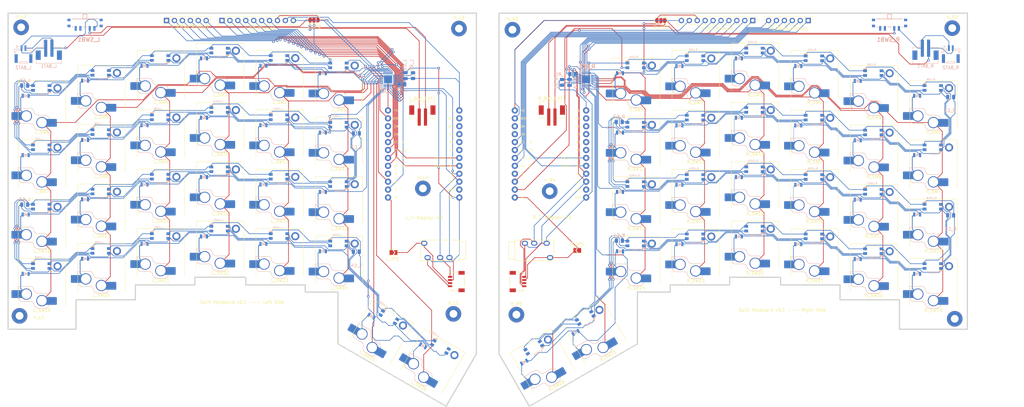
<source format=kicad_pcb>
(kicad_pcb (version 20240108) (generator "pcbnew") (generator_version "8.0")
  (layers (0 "F.Cu" signal) (31 "B.Cu" signal) (34 "B.Paste" user) (35 "F.Paste" user) (36 "B.SilkS" user "B.Silkscreen") (37 "F.SilkS" user "F.Silkscreen") (38 "B.Mask" user) (39 "F.Mask" user) (44 "Edge.Cuts" user))
  (net 0 "")
  (net 1 "Net-(L_BAT1-Pin_2)")
  (net 2 "R_VBAT")
  (net 3 "Net-(L_BAT1-Pin_1)")
  (net 4 "L_VBAT")
  (net 5 "L_GND")
  (net 6 "L_SCL")
  (net 7 "L_SDA")
  (net 8 "L_IO_INT")
  (net 9 "R_SCL")
  (net 10 "R_SDA")
  (net 11 "L_KEY_COL1")
  (net 12 "L_KEY_COL2")
  (net 13 "L_KEY_COL3")
  (net 14 "L_KEY_COL4")
  (net 15 "L_KEY_COL5")
  (net 16 "L_KEY_COL6")
  (net 17 "R_KEY_COL1")
  (net 18 "R_KEY_COL2")
  (net 19 "R_KEY_COL3")
  (net 20 "R_KEY_COL4")
  (net 21 "R_KEY_COL5")
  (net 22 "R_KEY_COL6")
  (net 23 "L_KEY_ROW1")
  (net 24 "L_KEY_ROW2")
  (net 25 "L_KEY_ROW3")
  (net 26 "L_KEY_ROW4")
  (net 27 "L_VLED")
  (net 28 "L_+3.3V")
  (net 29 "R_IO_INT")
  (net 30 "Net-(L_IO1-~{RESET})")
  (net 31 "R_KEY_ROW8")
  (net 32 "R_KEY_ROW7")
  (net 33 "R_KEY_ROW4")
  (net 34 "R_KEY_ROW3")
  (net 35 "R_KEY_ROW2")
  (net 36 "R_KEY_ROW1")
  (net 37 "R_KEY_ROW6")
  (net 38 "R_KEY_ROW5")
  (net 39 "R_KEY_COL7")
  (net 40 "R_KEY_COL8")
  (net 41 "L_KEY_COL7")
  (net 42 "L_KEY_COL8")
  (net 43 "R_KEY_COL9")
  (net 44 "R_KEY_COL10")
  (net 45 "R_U1_TXD")
  (net 46 "R_U1_RXD")
  (net 47 "R_SPI_CS")
  (net 48 "R_SPI_D")
  (net 49 "R_SPI_CLK")
  (net 50 "R_SPI_Q")
  (net 52 "Net-(L_J1-Pin_2)")
  (net 53 "L_+5V")
  (net 54 "L_LED_OUT")
  (net 55 "L_GND1")
  (net 56 "Net-(L_D1-A)")
  (net 72 "Net-(R_BAT1-Pin_2)")
  (net 73 "Net-(R_BAT1-Pin_1)")
  (net 74 "L_KEY_COL9")
  (net 75 "L_KEY_COL10")
  (net 76 "L_KEY_ROW5")
  (net 77 "L_KEY_ROW6")
  (net 78 "L_KEY_ROW7")
  (net 79 "L_KEY_ROW8")
  (net 80 "L_U1_TXD")
  (net 81 "L_U1_RXD")
  (net 82 "L_SPI_CS")
  (net 83 "L_SPI_D")
  (net 84 "L_SPI_CLK")
  (net 85 "L_SPI_Q")
  (net 86 "R_GND")
  (net 87 "R_+3.3V")
  (net 88 "Net-(L_D2-A)")
  (net 90 "Net-(R_IO1-~{RESET})")
  (net 91 "Net-(R_J1-Pin_2)")
  (net 92 "R_+5V")
  (net 93 "R_GND1")
  (net 105 "R_VLED")
  (net 108 "Net-(L_D3-A)")
  (net 109 "Net-(L_D4-A)")
  (net 110 "Net-(L_D5-A)")
  (net 111 "Net-(L_D6-A)")
  (net 112 "Net-(L_D7-A)")
  (net 113 "Net-(L_D8-A)")
  (net 114 "Net-(L_D9-A)")
  (net 115 "Net-(L_D10-A)")
  (net 116 "Net-(L_D11-A)")
  (net 117 "Net-(L_D12-A)")
  (net 118 "Net-(L_D13-A)")
  (net 119 "Net-(L_D14-A)")
  (net 120 "Net-(L_D15-A)")
  (net 121 "Net-(L_D16-A)")
  (net 122 "Net-(L_D17-A)")
  (net 123 "Net-(L_D18-A)")
  (net 124 "Net-(L_D19-A)")
  (net 125 "Net-(L_D20-A)")
  (net 126 "Net-(L_D21-A)")
  (net 127 "Net-(L_D22-A)")
  (net 128 "Net-(L_D23-A)")
  (net 129 "Net-(L_D24-A)")
  (net 130 "Net-(L_D25-A)")
  (net 131 "Net-(L_D26-A)")
  (net 132 "Net-(L_LED1-DOUT)")
  (net 133 "Net-(L_LED2-DOUT)")
  (net 134 "Net-(L_LED3-DOUT)")
  (net 135 "Net-(L_LED4-DOUT)")
  (net 136 "Net-(L_LED5-DOUT)")
  (net 137 "Net-(L_LED6-DOUT)")
  (net 138 "Net-(L_LED7-DOUT)")
  (net 139 "Net-(L_LED8-DOUT)")
  (net 140 "Net-(L_LED10-DIN)")
  (net 141 "Net-(L_LED10-DOUT)")
  (net 142 "Net-(L_LED11-DOUT)")
  (net 143 "Net-(L_LED12-DOUT)")
  (net 144 "Net-(L_LED13-DOUT)")
  (net 145 "Net-(L_LED14-DOUT)")
  (net 146 "Net-(L_LED15-DOUT)")
  (net 147 "Net-(L_LED16-DOUT)")
  (net 148 "Net-(L_LED17-DOUT)")
  (net 149 "Net-(L_LED18-DOUT)")
  (net 150 "Net-(L_LED19-DOUT)")
  (net 151 "Net-(L_LED20-DOUT)")
  (net 152 "Net-(L_LED21-DOUT)")
  (net 153 "Net-(L_LED22-DOUT)")
  (net 154 "Net-(L_LED23-DOUT)")
  (net 155 "Net-(L_LED24-DOUT)")
  (net 156 "Net-(L_LED25-DOUT)")
  (net 160 "Net-(R_D1-A)")
  (net 161 "Net-(R_D2-A)")
  (net 162 "Net-(R_D3-A)")
  (net 163 "Net-(R_D4-A)")
  (net 164 "Net-(R_D5-A)")
  (net 165 "Net-(R_D6-A)")
  (net 166 "Net-(R_D7-A)")
  (net 167 "Net-(R_D8-A)")
  (net 168 "Net-(R_D9-A)")
  (net 169 "Net-(R_D10-A)")
  (net 170 "Net-(R_D11-A)")
  (net 171 "Net-(R_D12-A)")
  (net 172 "Net-(R_D13-A)")
  (net 173 "Net-(R_D15-A)")
  (net 174 "Net-(R_D16-A)")
  (net 175 "Net-(R_D17-A)")
  (net 176 "Net-(R_D18-A)")
  (net 177 "Net-(R_D19-A)")
  (net 178 "Net-(R_D20-A)")
  (net 179 "Net-(R_D21-A)")
  (net 180 "Net-(R_D22-A)")
  (net 181 "Net-(R_D23-A)")
  (net 182 "Net-(R_D24-A)")
  (net 183 "Net-(R_D25-A)")
  (net 184 "Net-(R_D26-A)")
  (net 185 "Net-(R_LED1-DOUT)")
  (net 186 "Net-(R_LED2-DOUT)")
  (net 187 "Net-(R_LED3-DOUT)")
  (net 188 "Net-(R_LED4-DOUT)")
  (net 189 "Net-(R_LED5-DOUT)")
  (net 190 "Net-(R_LED6-DOUT)")
  (net 191 "Net-(R_LED7-DOUT)")
  (net 192 "Net-(R_LED8-DOUT)")
  (net 193 "Net-(R_LED10-DIN)")
  (net 194 "Net-(R_LED10-DOUT)")
  (net 195 "Net-(R_LED11-DOUT)")
  (net 196 "Net-(R_LED12-DOUT)")
  (net 197 "Net-(R_LED13-DOUT)")
  (net 198 "Net-(R_LED14-DOUT)")
  (net 199 "Net-(R_LED15-DOUT)")
  (net 200 "Net-(R_LED16-DOUT)")
  (net 201 "Net-(R_LED17-DOUT)")
  (net 202 "Net-(R_LED18-DOUT)")
  (net 203 "Net-(R_LED19-DOUT)")
  (net 204 "Net-(R_LED20-DOUT)")
  (net 205 "Net-(R_LED21-DOUT)")
  (net 206 "Net-(R_LED22-DOUT)")
  (net 207 "Net-(R_LED23-DOUT)")
  (net 208 "Net-(R_LED24-DOUT)")
  (net 209 "Net-(R_LED25-DOUT)")
  (net 211 "Net-(R_D14-A)")
  (net 214 "R_LED_OUT")
  (footprint "custom:SK6812-MINI-E" (layer "F.Cu") (at 101.7 66.125)
    (property "Reference" "L_LED15")
    (property "Value" "SK6812MINI-E" (hide yes))
    (fp_rect (start 1.9 1.7) (end -1.91 -1.7) (stroke (width 0.05)) (fill none) (layer "Edge.Cuts"))
  )
  (footprint "MountingHole:MountingHole_2.5mm_Pad_TopBottom" (layer "F.Cu") (at 178.435 20.955)
    (property "Reference" "H_L3")
    (property "Value" "MountingHole")
  )
  (footprint "custom:SK6812-MINI-E" (layer "F.Cu") (at 63.6 54.21875 180)
    (property "Reference" "L_LED8")
    (property "Value" "SK6812MINI-E" (hide yes))
    (fp_rect (start 1.9 1.7) (end -1.91 -1.7) (stroke (width 0.05)) (fill none) (layer "Edge.Cuts"))
  )
  (footprint "custom:SW_Hotswap_Kailh_Choc_V1V2_Plated_1.00u" (layer "F.Cu") (at 120.25 94.05625)
    (property "Reference" "L_SW23")
    (property "Value" "L_SW")
  )
  (footprint "custom:SW_Hotswap_Kailh_Choc_V1V2_Plated_1.00u" (layer "F.Cu") (at 120.25 36.90625)
    (property "Reference" "L_SW2")
    (property "Value" "L_SW")
  )
  (footprint "custom:SK6812-MINI-E" (layer "F.Cu") (at 139.8 89.9375 180)
    (property "Reference" "L_LED24")
    (property "Value" "SK6812MINI-E" (hide yes))
    (fp_rect (start 1.9 1.7) (end -1.91 -1.7) (stroke (width 0.05)) (fill none) (layer "Edge.Cuts"))
  )
  (footprint "MountingHole:MountingHole_2.5mm_Pad_TopBottom" (layer "F.Cu") (at 166.878 72.263)
    (property "Reference" "H_L4")
    (property "Value" "MountingHole")
  )
  (footprint "Jumper:SolderJumper-2_P1.3mm_Open_TrianglePad1.0x1.5mm" (layer "F.Cu") (at 216.347071 92.161116 180)
    (property "Reference" "R_JP1")
    (property "Value" "SolderJumper_2_Open")
  )
  (footprint "custom:SW_Hotswap_Kailh_Choc_V1V2_Plated_1.00u" (layer "F.Cu") (at 139.3 58.3375)
    (property "Reference" "L_SW12")
    (property "Value" "L_SW")
  )
  (footprint "custom:SW_Hotswap_Kailh_Choc_V1V2_Plated_1.00u" (layer "F.Cu") (at 44.05 103.6765)
    (property "Reference" "L_SW19")
    (property "Value" "L_SW")
  )
  (footprint "custom:SK6812-MINI-E" (layer "F.Cu") (at 254.1 87.6515)
    (property "Reference" "R_LED23")
    (property "Value" "SK6812MINI-E" (hide yes))
    (fp_rect (start 1.9 1.7) (end -1.91 -1.7) (stroke (width 0.05)) (fill none) (layer "Edge.Cuts"))
  )
  (footprint "custom:SW_Hotswap_Kailh_Choc_V1V2_Plated_1.00u" (layer "F.Cu") (at 329.8 103.6765)
    (property "Reference" "R_SW19")
    (property "Value" "L_SW")
  )
  (footprint "custom:SW_Hotswap_Kailh_Choc_V1V2_Plated_1.00u" (layer "F.Cu") (at 120.25 55.95625)
    (property "Reference" "L_SW11")
    (property "Value" "L_SW")
  )
  (footprint "custom:SW_Hotswap_Kailh_Choc_V1V2_Plated_1.00u" (layer "F.Cu") (at 310.75 41.764)
    (property "Reference" "R_SW5")
    (property "Value" "L_SW")
  )
  (footprint "custom:SW_Hotswap_Kailh_Choc_V1V2_Plated_1.00u" (layer "F.Cu") (at 82.15 36.90625)
    (property "Reference" "L_SW4")
    (property "Value" "L_SW")
  )
  (footprint "Connector_PinHeader_2.54mm:PinHeader_1x06_P2.54mm_Vertical" (layer "F.Cu") (at 84.698971 18.378012 90)
    (property "Reference" "L_IOExp_Pinout1")
    (property "Value" "Conn_01x06_Pin")
  )
  (footprint "Connector_PinHeader_2.54mm:PinHeader_1x06_P2.54mm_Vertical" (layer "F.Cu") (at 290.365119 18.379491 -90)
    (property "Reference" "R_IOExp_Pinout1")
    (property "Value" "Conn_01x06_Pin")
  )
  (footprint "custom:SW_Hotswap_Kailh_Choc_V1V2_Plated_1.00u" (layer "F.Cu") (at 82.15 75.00625)
    (property "Reference" "L_SW16")
    (property "Value" "L_SW")
  )
  (footprint "custom:SK6812-MINI-E" (layer "F.Cu") (at 254.1 68.6015 180)
    (property "Reference" "R_LED14")
    (property "Value" "SK6812MINI-E" (hide yes))
    (fp_rect (start 1.9 1.7) (end -1.91 -1.7) (stroke (width 0.05)) (fill none) (layer "Edge.Cuts"))
  )
  (footprint "MountingHole:MountingHole_2.5mm_Pad_TopBottom" (layer "F.Cu") (at 176.657 112.522)
    (property "Reference" "H_L5")
    (property "Value" "MountingHole")
  )
  (footprint "custom:SW_Hotswap_Kailh_Choc_V1V2_Plated_1.00u" (layer "F.Cu") (at 272.65 91.675)
    (property "Reference" "R_SW22")
    (property "Value" "L_SW")
  )
  (footprint "custom:SW_Hotswap_Kailh_Choc_V1V2_Plated_1.00u" (layer "F.Cu") (at 44.05 84.6265)
    (property "Reference" "L_SW18")
    (property "Value" "L_SW")
  )
  (footprint "MountingHole:MountingHole_2.5mm_Pad_TopBottom" (layer "F.Cu") (at 37.585971 113.159637)
    (property "Reference" "H_L1")
    (property "Value" "MountingHole")
  )
  (footprint "custom:SK6812-MINI-E" (layer "F.Cu") (at 202.427846 123.342684 30)
    (property "Reference" "R_LED26")
    (property "Value" "SK6812MINI-E" (hide yes))
    (fp_poly (pts (xy 1.9 1.7) (xy -1.91 1.7) (xy -1.910001 -1.7) (xy 1.9 -1.7)) (stroke (width 0.05)) (fill none) (layer "Edge.Cuts"))
  )
  (footprint "custom:SW_Hotswap_Kailh_Choc_V1V2_Plated_1.00u" (layer "F.Cu") (at 139.3 96.4375)
    (property "Reference" "L_SW24")
    (property "Value" "L_SW")
  )
  (footprint "custom:SW_Hotswap_Kailh_Choc_V1V2_Plated_1.00u" (layer "F.Cu") (at 221.729433 119.696849 30)
    (property "Reference" "R_SW25")
    (property "Value" "L_SW")
  )
  (footprint "custom:SW_Hotswap_Kailh_Choc_V1V2_Plated_1.00u" (layer "F.Cu") (at 253.6 56.051499)
    (property "Reference" "R_SW11")
    (property "Value" "L_SW")
  )
  (footprint "custom:SK6812-MINI-E" (layer "F.Cu") (at 273.15 85.175)
    (property "Reference" "R_LED22")
    (property "Value" "SK6812MINI-E" (hide yes))
    (fp_rect (start 1.9 1.7) (end -1.91 -1.7) (stroke (width 0.05)) (fill none) (layer "Edge.Cuts"))
  )
  (footprint "custom:SK6812-MINI-E" (layer "F.Cu") (at 311.25 54.314)
    (property "Reference" "R_LED8")
    (property "Value" "SK6812MINI-E" (hide yes))
    (fp_rect (start 1.9 1.7) (end -1.91 -1.7) (stroke (width 0.05)) (fill none) (layer "Edge.Cuts"))
  )
  (footprint "custom:SK6812-MINI-E" (layer "F.Cu") (at 172.492188 123.119727 150)
    (property "Reference" "L_LED26")
    (property "Value" "SK6812MINI-E" (hide yes))
    (fp_poly (pts (xy 1.9 1.7) (xy -1.910001 1.7) (xy -1.91 -1.7) (xy 1.9 -1.7)) (stroke (width 0.05)) (fill none) (layer "Edge.Cuts"))
  )
  (footprint "Connector_PinHeader_2.54mm:PinHeader_1x10_P2.54mm_Vertical" (layer "F.Cu") (at 272.585119 18.379491 -90)
    (property "Reference" "R_S3_Pinout1")
    (property "Value" "Conn_01x10_Pin")
  )
  (footprint "custom:SW_Hotswap_Kailh_Choc_V1V2_Plated_1.00u" (layer "F.Cu") (at 139.3 77.3875)
    (property "Reference" "L_SW13")
    (property "Value" "L_SW")
  )
  (footprint "custom:SW_Hotswap_Kailh_Choc_V1V2_Plated_1.00u" (layer "F.Cu") (at 291.7 94.1515)
    (property "Reference" "R_SW21")
    (property "Value" "L_SW")
  )
  (footprint "T-Display-S3:T-Display-S3" (layer "F.Cu") (at 155.700136 42.164 180)
    (property "Reference" "L_T-Display-S3")
    (property "Value" "T-Display-S3")
  )
  (footprint "custom:SK6812-MINI-E" (layer "F.Cu") (at 82.65 68.50625)
    (property "Reference" "L_LED16")
    (property "Value" "SK6812MINI-E" (hide yes))
    (fp_rect (start 1.9 1.7) (end -1.91 -1.7) (stroke (width 0.05)) (fill none) (layer "Edge.Cuts"))
  )
  (footprint "MountingHole:MountingHole_2.5mm_Pad_TopBottom" (layer "F.Cu") (at 195.58 21.336)
    (property "Reference" "H_R3")
    (property "Value" "MountingHole")
  )
  (footprint "custom:SW_Hotswap_Kailh_Choc_V1V2_Plated_1.00u" (layer "F.Cu") (at 310.75 98.914)
    (property "Reference" "R_SW20")
    (property "Value" "L_SW")
  )
  (footprint "custom:SK6812-MINI-E" (layer "F.Cu") (at 139.8 51.8375 180)
    (property "Reference" "L_LED12")
    (property "Value" "SK6812MINI-E" (hide yes))
    (fp_rect (start 1.9 1.7) (end -1.91 -1.7) (stroke (width 0.05)) (fill none) (layer "Edge.Cuts"))
  )
  (footprint "custom:SK6812-MINI-E" (layer "F.Cu") (at 330.3 59.0765)
    (property "Reference" "R_LED7")
    (property "Value" "SK6812MINI-E" (hide yes))
    (fp_rect (start 1.9 1.7) (end -1.91 -1.7) (stroke (width 0.05)) (fill none) (layer "Edge.Cuts"))
  )
  (footprint "custom:SW_Hotswap_Kailh_Choc_V1V2_Plated_1.00u" (layer "F.Cu") (at 63.1 98.81875)
    (property "Reference" "L_SW20")
    (property "Value" "L_SW")
  )
  (footprint "custom:SK6812-MINI-E" (layer "F.Cu") (at 139.8 32.7875)
    (property "Reference" "L_LED1")
    (property "Value" "SK6812MINI-E" (hide yes))
    (fp_rect (start 1.9 1.7) (end -1.91 -1.7) (stroke (width 0.05)) (fill none) (layer "Edge.Cuts"))
  )
  (footprint "custom:SW_Hotswap_Kailh_Choc_V1V2_Plated_1.00u" (layer "F.Cu") (at 101.2 91.675)
    (property "Reference" "L_SW22")
    (property "Value" "L_SW")
  )
  (footprint "custom:SK6812-MINI-E" (layer "F.Cu") (at 235.05 89.9375)
    (property "Reference" "R_LED24")
    (property "Value" "SK6812MINI-E" (hide yes))
    (fp_rect (start 1.9 1.7) (end -1.91 -1.7) (stroke (width 0.05)) (fill none) (layer "Edge.Cuts"))
  )
  (footprint "custom:SW_Hotswap_Kailh_Choc_V1V2_Plated_1.00u" (layer "F.Cu") (at 101.2 72.625)
    (property "Reference" "L_SW15")
    (property "Value" "L_SW")
  )
  (footprint "custom:SK6812-MINI-E" (layer "F.Cu") (at 82.65 49.45625 180)
    (property "Reference" "L_LED9")
    (property "Value" "SK6812MINI-E" (hide yes))
    (fp_rect (start 1.9 1.7) (end -1.91 -1.7) (stroke (width 0.05)) (fill none) (layer "Edge.Cuts"))
  )
  (footprint "custom:SK6812-MINI-E" (layer "F.Cu") (at 292.2 87.6515)
    (property "Reference" "R_LED21")
    (property "Value" "SK6812MINI-E" (hide yes))
    (fp_rect (start 1.9 1.7) (end -1.91 -1.7) (stroke (width 0.05)) (fill none) (layer "Edge.Cuts"))
  )
  (footprint "custom:SK6812-MINI-E" (layer "F.Cu") (at 273.15 66.125 180)
    (property "Reference" "R_LED15")
    (property "Value" "SK6812MINI-E" (hide yes))
    (fp_rect (start 1.9 1.7) (end -1.91 -1.7) (stroke (width 0.05)) (fill none) (layer "Edge.Cuts"))
  )
  (footprint "custom:SW_Hotswap_Kailh_Choc_V1V2_Plated_1.00u" (layer "F.Cu") (at 101.2 34.525)
    (property "Reference" "L_SW3")
    (property "Value" "L_SW")
  )
  (footprint "MountingHole:MountingHole_2.5mm_Pad_TopBottom" (layer "F.Cu") (at 196.85 112.776)
    (property "Reference" "H_R5")
    (property "Value" "MountingHole")
  )
  (footprint "custom:SW_Hotswap_Kailh_Choc_V1V2_Plated_1.00u" (layer "F.Cu") (at 63.1 79.76875)
    (property "Reference" "L_SW17")
    (property "Value" "L_SW")
  )
  (footprint "custom:SK6812-MINI-E" (layer "F.Cu") (at 101.7 85.175 180)
    (property "Reference" "L_LED22")
    (property "Value" "SK6812MINI-E" (hide yes))
    (fp_rect (start 1.9 1.7) (end -1.91 -1.7) (stroke (width 0.05)) (fill none) (layer "Edge.Cuts"))
  )
  (footprint "custom:SK6812-MINI-E" (layer "F.Cu") (at 101.7 28.025)
    (property "Reference" "L_LED3")
    (property "Value" "SK6812MINI-E" (hide yes))
    (fp_rect (start 1.9 1.7) (end -1.91 -1.7) (stroke (width 0.05)) (fill none) (layer "Edge.Cuts"))
  )
  (footprint "custom:SK6812-MINI-E" (layer "F.Cu") (at 120.75 49.45625 180)
    (property "Reference" "L_LED11")
    (property "Value" "SK6812MINI-E" (hide yes))
    (fp_rect (start 1.9 1.7) (end -1.91 -1.7) (stroke (width 0.05)) (fill none) (layer "Edge.Cuts"))
  )
  (footprint "T-Display-S3:T-Display-S3" (layer "F.Cu") (at 196.347071 42.161116 180)
    (property "Reference" "R_T-Display-S3")
    (property "Value" "T-Display-S3")
  )
  (footprint "custom:SW_Hotswap_Kailh_Choc_V1V2_Plated_1.00u" (layer "F.Cu") (at 234.55 58.3375)
    (property "Reference" "R_SW12")
    (property "Value" "L_SW")
  )
  (footprint "custom:SW_Hotswap_Kailh_Choc_V1V2_Plated_1.00u" (layer "F.Cu") (at 291.7 75.1015)
    (property "Reference" "R_SW16")
    (property "Value" "L_SW")
  )
  (footprint "custom:SW_Hotswap_Kailh_Choc_V1V2_Plated_1.00u" (layer "F.Cu") (at 234.55 96.4375)
    (property "Reference" "R_SW24")
    (property "Value" "L_SW")
  )
  (footprint "custom:SW_Hotswap_Kailh_Choc_V1V2_Plated_1.00u" (layer "F.Cu") (at 44.05 65.5765)
    (property "Reference" "L_SW7")
    (property "Value" "L_SW")
  )
  (footprint "MountingHole:MountingHole_2.5mm_Pad_TopBottom" (layer "F.Cu") (at 337.337892 114.103888)
    (property "Reference" "H_R1" (hide yes))
    (property "Value" "MountingHole")
  )
  (footprint "JST:JST_PH_B2B-PH-SM4-TB_02x2.00mm_Straight" (layer "F.Cu") (at 166.700136 48.244)
    (property "Reference" "L_BAT_EXT1")
    (property "Value" "Conn_01x02_Socket")
  )
  (footprint "custom:SK6812-MINI-E" (layer "F.Cu") (at 120.75 30.40625)
    (property "Reference" "L_LED2")
    (property "Value" "SK6812MINI-E" (hide yes))
    (fp_rect (start 1.9 1.7) (end -1.91 -1.7) (stroke (width 0.05)) (fill none) (layer "Edge.Cuts"))
  )
  (footprint "custom:SW_Hotswap_Kailh_Choc_V1V2_Plated_1.00u" (layer "F.Cu") (at 272.65 72.625)
    (property "Reference" "R_SW15")
    (property "Value" "L_SW")
  )
  (footprint "custom:SK6812-MINI-E" (layer "F.Cu") (at 139.8 70.8875)
    (property "Reference" "L_LED13")
    (property "Value" "SK6812MINI-E" (hide yes))
    (fp_rect (start 1.9 1.7) (end -1.91 -1.7) (stroke (width 0.05)) (fill none) (layer "Edge.Cuts"))
  )
  (footprint "custom:SW_Hotswap_Kailh_Choc_V1V2_Plated_1.00u" (layer "F.Cu") (at 291.7 37.0015)
    (property "Reference" "R_SW4")
    (property "Value" "L_SW")
  )
  (footprint "custom:SW_Hotswap_Kailh_Choc_V1V2_Plated_1.00u" (layer "F.Cu") (at 253.6 37.0015)
    (property "Reference" "R_SW2")
    (property "Value" "L_SW")
  )
  (footprint "custom:SK6812-MINI-E" (layer "F.Cu") (at 44.55 78.1265)
    (property "Reference" "L_LED18")
    (property "Value" "SK6812MINI-E" (hide yes))
    (fp_rect (start 1.9 1.7) (end -1.91 -1.7) (stroke (width 0.05)) (fill none) (layer "Edge.Cuts"))
  )
  (footprint "custom:SW_Hotswap_Kailh_Choc_V1V2_Plated_1.00u" (layer "F.Cu") (at 63.1 60.71875)
    (property "Reference" "L_SW8")
    (property "Value" "L_SW")
  )
  (footprint "custom:SW_Hotswap_Kailh_Choc_V1V2_Plated_1.00u" (layer "F.Cu") (at 329.8 65.5765)
    (property "Reference" "R_SW7")
    (property "Value" "L_SW")
  )
  (footprint "custom:SK6812-MINI-E" (layer "F.Cu") (at 254.1 49.551499)
    (property "Reference" "R_LED11")
    (property "Value" "SK6812MINI-E" (hide yes))
    (fp_rect (start 1.9 1.7) (end -1.91 -1.7) (stroke (width 0.05)) (fill none) (layer "Edge.Cuts"))
  )
  (footprint "custom:SK6812-MINI-E" (layer "F.Cu") (at 254.1 30.5015 180)
    (property "Reference" "R_LED2")
    (property "Value" "SK6812MINI-E" (hide yes))
    (fp_rect (start 1.9 1.7) (end -1.91 -1.7) (stroke (width 0.05)) (fill none) (layer "Edge.Cuts"))
  )
  (footprint "custom:SK6812-MINI-E" (layer "F.Cu") (at 292.2 68.6015 180)
    (property "Reference" "R_LED16")
    (property "Value" "SK6812MINI-E" (hide yes))
    (fp_rect (start 1.9 1.7) (end -1.91 -1.7) (stroke (width 0.05)) (fill none) (layer "Edge.Cuts"))
  )
  (footprint "custom:SK6812-MINI-E" (layer "F.Cu") (at 101.7 47.075 180)
    (property "Reference" "L_LED10")
    (property "Value" "SK6812MINI-E" (hide yes))
    (fp_rect (start 1.9 1.7) (end -1.91 -1.7) (stroke (width 0.05)) (fill none) (layer "Edge.Cuts"))
  )
  (footprint "custom:SK6812-MINI-E" (layer "F.Cu") (at 44.55 59.0765 180)
    (property "Reference" "L_LED7")
    (property "Value" "SK6812MINI-E" (hide yes))
    (fp_rect (start 1.9 1.7) (end -1.91 -1.7) (stroke (width 0.05)) (fill none) (layer "Edge.Cuts"))
  )
  (footprint "custom:TRRS-PJ-320A" (layer "F.Cu") (at 196.347071 92.161116 90)
    (property "Reference" "R_TRRS1")
    (property "Value" "PRT-12639")
  )
  (footprint "custom:SK6812-MINI-E" (layer "F.Cu") (at 273.15 28.025 180)
    (property "Reference" "R_LED3")
    (property "Value" "SK6812MINI-E" (hide yes))
    (fp_rect (start 1.9 1.7) (end -1.91 -1.7) (stroke (width 0.05)) (fill none) (layer "Edge.Cuts"))
  )
  (footprint "custom:SK6812-MINI-E" (layer "F.Cu") (at 82.65 30.40625)
    (property "Reference" "L_LED4")
    (property "Value" "SK6812MINI-E" (hide yes))
    (fp_rect (start 1.9 1.7) (end -1.91 -1.7) (stroke (width 0.05)) (fill none) (layer "Edge.Cuts"))
  )
  (footprint "custom:SW_Hotswap_Kailh_Choc_V1V2_Plated_1.00u" (layer "F.Cu") (at 272.65 34.525)
    (property "Reference" "R_SW3")
    (property "Value" "L_SW")
  )
  (footprint "SparkFun-Connector:JST_SMD_1.0mm-4_RA" (layer "F.Cu") (at 199.347071 102.161116 -90)
    (property "Reference" "R_J1")
    (property "Value" "Qwiic_RA")
  )
  (footprint "custom:SW_Hotswap_Kailh_Choc_V1V2_Plated_1.00u" (layer "F.Cu") (at 291.7 56.051499)
    (property "Reference" "R_SW9")
    (property "Value" "L_SW")
  )
  (footprint "Jumper:SolderJumper-2_P1.3mm_Open_TrianglePad1.0x1.5mm" (layer "F.Cu") (at 157.443 92.837)
    (property "Reference" "L_JP1")
    (property "Value" "SolderJumper_2_Open")
  )
  (footprint "Jumper:SolderJumper-3_P1.3mm_Bridged12_RoundedPad1.0x1.5mm" (layer "F.Cu") (at 243.151119 18.379491 180)
    (property "Reference" "R_JP2")
    (property "Value" "SolderJumper_3_Bridged12")
  )
  (footprint "custom:SW_Hotswap_Kailh_Choc_V1V2_Plated_1.00u" (layer "F.Cu") (at 272.65 53.575)
    (property "Reference" "R_SW10")
    (property "Value" "L_SW")
  )
  (footprint "custom:SW_Hotswap_Kailh_Choc_V1V2_Plated_1.00u" (layer "F.Cu") (at 152.311392 118.973892 -30)
    (property "Reference" "L_SW25")
    (property "Value" "L_SW")
  )
  (footprint "Jumper:SolderJumper-3_P1.3mm_Bridged12_RoundedPad1.0x1.5mm" (layer "F.Cu") (at 131.972971 18.220012)
    (property "Reference" "L_JP2")
    (property "Value" "SolderJumper_3_Bridged12")
  )
  (footprint "custom:SK6812-MINI-E" (layer "F.Cu") (at 63.6 35.16875)
    (property "Reference" "L_LED5")
    (property "Value" "SK6812MINI-E" (hide yes))
    (fp_rect (start 1.9 1.7) (end -1.91 -1.7) (stroke (width 0.05)) (fill none) (layer "Edge.Cuts"))
  )
  (footprint "custom:SW_Hotswap_Kailh_Choc_V1V2_Plated_1.00u" (layer "F.Cu") (at 329.8 46.5265)
    (property "Reference" "R_SW6")
    (property "Value" "L_SW")
  )
  (footprint "custom:SK6812-MINI-E" (layer "F.Cu") (at 311.25 92.414)
    (property "Reference" "R_LED20")
    (property "Value" "SK6812MINI-E" (hide yes))
    (fp_rect (start 1.9 1.7) (end -1.91 -1.7) (stroke (width 0.05)) (fill none) (layer "Edge.Cuts"))
  )
  (footprint "custom:SW_Hotswap_Kailh_Choc_V1V2_Plated_1.00u" (layer "F.Cu") (at 82.15 55.95625)
    (property "Reference" "L_SW9")
    (property "Value" "L_SW")
  )
  (footprint "custom:SK6812-MINI-E" (layer "F.Cu") (at 44.55 97.1765 180)
    (property "Reference" "L_LED19")
    (property "Value" "SK6812MINI-E" (hide yes))
    (fp_rect (start 1.9 1.7) (end -1.91 -1.7) (stroke (width 0.05)) (fill none) (layer "Edge.Cuts"))
  )
  (footprint "custom:SK6812-MINI-E" (layer "F.Cu") (at 82.65 87.55625 180)
    (property "Reference" "L_LED21")
    (property "Value" "SK6812MINI-E" (hide yes))
    (fp_rect (start 1.9 1.7) (end -1.91 -1.7) (stroke (width 0.05)) (fill none) (layer "Edge.Cuts"))
  )
  (footprint "custom:SK6812-MINI-E" (layer "F.Cu") (at 218.912446 113.817684 30)
    (property "Reference" "R_LED25")
    (property "Value" "SK6812MINI-E" (hide yes))
    (fp_poly (pts (xy 1.9 1.7) (xy -1.91 1.7) (xy -1.910001 -1.7) (xy 1.9 -1.7)) (stroke (width 0.05)) (fill none) (layer "Edge.Cuts"))
  )
  (footprint "custom:SW_Hotswap_Kailh_Choc_V1V2_Plated_1.00u" (layer "F.Cu") (at 120.25 75.00625)
    (property "Reference" "L_SW14")
    (property "Value" "L_SW")
  )
  (footprint "custom:SW_Hotswap_Kailh_Choc_V1V2_Plated_1.00u" (layer "F.Cu") (at 44.05 46.5265)
    (property "Reference" "L_SW6")
    (property "Value" "L_SW")
  )
  (footprint "custom:SW_Hotswap_Kailh_Choc_V1V2_Plated_1.00u" (layer "F.Cu") (at 253.6 75.1015)
    (property "Reference" "R_SW14")
    (property "Value" "L_SW")
  )
  (footprint "custom:TRRS-PJ-320A" (layer "F.Cu") (at 178.585971 92.159637 -90)
    (property "Reference" "TRRS_L1")
    (property "Value" "PRT-12639")
  )
  (footprint "custom:SK6812-MINI-E" (layer "F.Cu") (at 311.25 73.364 180)
    (property "Reference" "R_LED17")
    (property "Value" "SK6812MINI-E" (hide yes))
    (fp_rect (start 1.9 1.7) (end -1.91 -1.7) (stroke (width 0.05)) (fill none) (layer "Edge.Cuts"))
  )
  (footprint "custom:SW_Hotswap_Kailh_Choc_V1V2_Plated_1.00u" (layer "F.Cu") (at 329.8 84.6265)
    (property "Reference" "R_SW18")
    (property "Value" "L_SW")
  )
  (footprint "custom:SK6812-MINI-E" (layer "F.Cu") (at 292.2 49.551499)
    (property "Reference" "R_LED9")
    (property "Value" "SK6812MINI-E" (hide yes))
    (fp_rect (start 1.9 1.7) (end -1.91 -1.7) (stroke (width 0.05)) (fill none) (layer "Edge.Cuts"))
  )
  (footprint "custom:SK6812-MINI-E" (layer "F.Cu") (at 235.05 51.8375)
    (property "Reference" "R_LED12")
    (property "Value" "SK6812MINI-E" (hide yes))
    (fp_rect (start 1.9 1.7) (end -1.91 -1.7) (stroke (width 0.05)) (fill none) (layer "Edge.Cuts"))
  )
  (footprint "custom:SK6812-MINI-E" (layer "F.Cu") (at 292.2 30.5015 180)
    (property "Reference" "R_LED4")
    (property "Value" "SK6812MINI-E" (hide yes))
    (fp_rect (start 1.9 1.7) (end -1.91 -1.7) (stroke (width 0.05)) (fill none) (layer "Edge.Cuts"))
  )
  (footprint "custom:SK6812-MINI-E" (layer "F.Cu") (at 235.05 70.8875 180)
    (property "Reference" "R_LED13")
    (property "Value" "SK6812MINI-E" (hide yes))
    (fp_rect (start 1.9 1.7) (end -1.91 -1.7) (stroke (width 0.05)) (fill none) (layer "Edge.Cuts"))
  )
  (footprint "custom:SK6812-MINI-E" (layer "F.Cu") (at 235.05 32.7875 180)
    (property "Reference" "R_LED1")
    (property "Value" "SK6812MINI-E" (hide yes))
    (fp_rect (start 1.9 1.7) (end -1.91 -1.7) (stroke (width 0.05)) (fill none) (layer "Edge.Cuts"))
  )
  (footprint "custom:SW_Hotswap_Kailh_Choc_V1V2_Plated_1.00u" (layer "F.Cu") (at 101.2 53.575)
    (property "Reference" "L_SW10")
    (property "Value" "L_SW")
  )
  (footprint "custom:SK6812-MINI-E" (layer "F.Cu") (at 120.75 87.55625 180)
    (property "Reference" "L_LED23")
    (property "Value" "SK6812MINI-E" (hide yes))
    (fp_rect (start 1.9 1.7) (end -1.91 -1.7) (stroke (width 0.05)) (fill none) (layer "Edge.Cuts"))
  )
  (footprint "custom:SW_Hotswap_Kailh_Choc_V1V2_Plated_1.00u" (layer "F.Cu") (at 253.6 94.1515)
    (property "Reference" "R_SW23")
    (property "Value" "L_SW")
  )
  (footprint "Connector_PinHeader_2.54mm:PinHeader_1x10_P2.54mm_Vertical" (layer "F.Cu") (at 102.478971 18.378012 90)
    (property "Reference" "L_S3_Pinout1")
    (property "Value" "Conn_01x10_Pin")
  )
  (footprint "custom:SW_Hotswap_Kailh_Choc_V1V2_Plated_1.00u" (layer "F.Cu") (at 205.244833 129.221849 30)
    (property "Reference" "R_SW26")
    (property "Value" "L_SW")
  )
  (footprint "custom:SW_Hotswap_Kailh_Choc_V1V2_Plated_1.00u" (layer "F.Cu") (at 234.55 39.2875)
    (property "Reference" "R_SW1")
    (property "Value" "L_SW")
  )
  (footprint "custom:SW_Hotswap_Kailh_Choc_V1V2_Plated_1.00u" (layer "F.Cu") (at 139.3 39.2875)
    (property "Reference" "L_SW1")
    (property "Value" "L_SW")
  )
  (footprint "SparkFun-Connector:JST_SMD_1.0mm-4_RA" (layer "F.Cu") (at 175.585971 102.159637 90)
    (property "Reference" "L_J1")
    (property "Value" "Qwiic_RA")
  )
  (footprint "custom:SW_Hotswap_Kailh_Choc_V1V2_Plated_1.00u" (layer "F.Cu") (at 310.75 60.814)
    (property "Reference" "R_SW8")
    (property "Value" "L_SW")
  )
  (footprint "MountingHole:MountingHole_2.5mm_Pad_TopBottom" (layer "F.Cu") (at 336.55 20.828)
    (property "Reference" "H_R2")
    (property "Value" "MountingHole")
  )
  (footprint "custom:SK6812-MINI-E" (layer "F.Cu") (at 330.3 40.0265 180)
    (property "Reference" "R_LED6")
    (property "Value" "SK6812MINI-E" (hide yes))
    (fp_rect (start 1.9 1.7) (end -1.91 -1.7) (stroke (width 0.05)) (fill none) (layer "Edge.Cuts"))
  )
  (footprint "custom:SW_Hotswap_Kailh_Choc_V1V2_Plated_1.00u" (layer "F.Cu") (at 63.1 41.66875)
    (property "Reference" "L_SW5")
    (property "Value" "L_SW")
  )
  (footprint "MountingHole:MountingHole_2.5mm_Pad_TopBottom" (layer "F.Cu") (at 38.1 20.574)
    (property "Reference" "H_L2")
    (property "Value" "MountingHole")
  )
  (footprint "custom:SK6812-MINI-E" (layer "F.Cu") (at 273.15 47.075)
    (property "Reference" "R_LED10")
    (property "Value" "SK6812MINI-E" (hide yes))
    (fp_rect (start 1.9 1.7) (end -1.91 -1.7) (stroke (width 0.05)) (fill none) (layer "Edge.Cuts"))
  )
  (footprint "custom:SW_Hotswap_Kailh_Choc_V1V2_Plated_1.00u" (layer "F.Cu") (at 310.75 79.864)
    (property "Reference" "R_SW17")
    (property "Value" "L_SW")
  )
  (footprint "custom:SK6812-MINI-E" (layer "F.Cu") (at 155.994404 113.594727 150)
    (property "Reference" "L_LED25")
    (property "Value" "SK6812MINI-E" (hide yes))
    (fp_poly (pts (xy 1.9 1.7) (xy -1.910001 1.7) (xy -1.91 -1.7) (xy 1.9 -1.7)) (stroke (width 0.05)) (fill none) (layer "Edge.Cuts"))
  )
  (footprint "custom:SK6812-MINI-E" (layer "F.Cu") (at 63.6 92.31875 180)
    (property "Reference" "L_LED20")
    (property "Value" "SK6812MINI-E" (hide yes))
    (fp_rect (start 1.9 1.7) (end -1.91 -1.7) (stroke (width 0.05)) (fill none) (layer "Edge.Cuts"))
  )
  (footprint "MountingHole:MountingHole_2.5mm_Pad_TopBottom" (layer "F.Cu") (at 207.518 73.152)
    (property "Reference" "H_R4")
    (property "Value" "MountingHole")
  )
  (footprint "custom:SK6812-MINI-E" (layer "F.Cu") (at 330.3 97.1765)
    (property "Reference" "R_LED19")
    (property "Value" "SK6812MINI-E" (hide yes))
    (fp_rect (start 1.9 1.7) (end -1.91 -1.7) (stroke (width 0.05)) (fill none) (layer "Edge.Cuts"))
  )
  (footprint "custom:SK6812-MINI-E" (layer "F.Cu") (at 63.6 73.26875)
    (property "Reference" "L_LED17")
    (property "Value" "SK6812MINI-E" (hide yes))
    (fp_rect (start 1.9 1.7) (end -1.91 -1.7) (stroke (width 0.05)) (fill none) (layer "Edge.Cuts"))
  )
  (footprint "custom:SW_Hotswap_Kailh_Choc_V1V2_Plated_1.00u" (layer "F.Cu") (at 168.809176 128.498892 -30)
    (property "Reference" "L_SW26")
    (property "Value" "L_SW")
  )
  (footprint "custom:SK6812-MINI-E" (layer "F.Cu") (at 120.75 68.50625)
    (property "Reference" "L_LED14")
    (property "Value" "SK6812MINI-E" (hide yes))
    (fp_rect (start 1.9 1.7) (end -1.91 -1.7) (stroke (width 0.05)) (fill none) (layer "Edge.Cuts"))
  )
  (footprint "custom:SK6812-MINI-E" (layer "F.Cu") (at 330.3 78.1265 180)
    (property "Reference" "R_LED18")
    (property "Value" "SK6812MINI-E" (hide yes))
    (fp_rect (start 1.9 1.7) (end -1.91 -1.7) (stroke (width 0.05)) (fill none) (layer "Edge.Cuts"))
  )
  (footprint "custom:SW_Hotswap_Kailh_Choc_V1V2_Plated_1.00u" (layer "F.Cu") (at 234.55 77.3875)
    (property "Reference" "R_SW13")
    (property "Value" "L_SW")
  )
  (footprint "JST:JST_PH_B2B-PH-SM4-TB_02x2.00mm_Straight" (layer "F.Cu") (at 208.208935 48.241116)
    (property "Reference" "R_BAT_EXT1")
    (property "Value" "Conn_01x02_Socket")
  )
  (footprint "custom:SK6812-MINI-E" (layer "F.Cu") (at 311.25 35.264 180)
    (property "Reference" "R_LED5")
    (property "Value" "SK6812MINI-E" (hide yes))
    (fp_rect (start 1.9 1.7) (end -1.91 -1.7) (stroke (width 0.05)) (fill none) (layer "Edge.Cuts"))
  )
  (footprint "custom:SW_Hotswap_Kailh_Choc_V1V2_Plated_1.00u" (layer "F.Cu") (at 82.15 94.05625)
    (property "Reference" "L_SW21")
    (property "Value" "L_SW")
  )
  (footprint "custom:SK6812-MINI-E" (layer "F.Cu") (at 44.55 40.0265)
    (property "Reference" "L_LED6")
    (property "Value" "SK6812MINI-E" (hide yes))
    (fp_rect (start 1.9 1.7) (end -1.91 -1.7) (stroke (width 0.05)) (fill none) (layer "Edge.Cuts"))
  )
  (footprint "Resistor_SMD:R_0805_2012Metric" (layer "B.Cu") (at 163.703 36.068 90)
    (property "Reference" "L_R2")
    (property "Value" "10k")
  )
  (footprint "custom:D_0805" (layer "B.Cu") (at 166.912062 122.784791 150)
    (property "Reference" "L_D26")
    (property "Value" "D" (hide yes))
  )
  (footprint "custom:D_0805" (layer "B.Cu") (at 306.25 75.864 180)
    (property "Reference" "R_D17")
    (property "Value" "D" (hide yes))
  )
  (footprint "Capacitor_SMD:C_0805_2012Metric" (layer "B.Cu") (at 229.87 89.027 180)
    (property "Reference" "R_C4")
    (property "Value" "10uf")
  )
  (footprint "custom:D_0805" (layer "B.Cu") (at 115.75 90.05625 180)
    (property "Reference" "L_D23")
    (property "Value" "D" (hide yes))
  )
  (footprint "JST:JST_GH_BM02B-GHS-TBT_02x1.25mm_Straight" (layer "B.Cu") (at 336.078071 28.916991)
    (property "Reference" "R_BAT2")
    (property "Value" "Conn_01x02_Socket")
  )
  (footprint "Slide Switch:PCM13SMTR" (layer "B.Cu") (at 58.585971 19.159637)
    (property "Reference" "L_SWB1")
    (property "Value" "PCM13SMTR" (hide yes))
  )
  (footprint "custom:D_0805" (layer "B.Cu") (at 306.25 94.914 180)
    (property "Reference" "R_D20")
    (property "Value" "D" (hide yes))
  )
  (footprint "Capacitor_SMD:C_0805_2012Metric" (layer "B.Cu") (at 336.042 42.926)
    (property "Reference" "R_C1")
    (property "Value" "10uf")
  )
  (footprint "Capacitor_SMD:C_0805_2012Metric" (layer "B.Cu") (at 145.542 92.583)
    (property "Reference" "L_C4")
    (property "Value" "10uf")
  )
  (footprint "custom:D_0805" (layer "B.Cu") (at 134.8 73.3875 180)
    (property "Reference" "L_D13")
    (property "Value" "D" (hide yes))
  )
  (footprint "I2C Expander:QFN50P400X400X80-25N" (layer "B.Cu") (at 155.700136 37.244 90)
    (property "Reference" "L_IO1")
    (property "Value" "TCA8418RTWR" (hide yes))
  )
  (footprint "custom:D_0805" (layer "B.Cu") (at 325.3 42.5265 180)
    (property "Reference" "R_D6")
    (property "Value" "D" (hide yes))
  )
  (footprint "custom:D_0805" (layer "B.Cu") (at 39.55 61.5765 180)
    (property "Reference" "L_D7")
    (property "Value" "D" (hide yes))
  )
  (footprint "Capacitor_SMD:C_0805_2012Metric" (layer "B.Cu") (at 229.809 50.927 180)
    (property "Reference" "R_C2")
    (property "Value" "10uf")
  )
  (footprint "Capacitor_SMD:C_0805_2012Metric" (layer "B.Cu") (at 39.243 77.47 180)
    (property "Reference" "L_C3")
    (property "Value" "10uf")
  )
  (footprint "custom:D_0805" (layer "B.Cu") (at 58.6 37.66875 180)
    (property "Reference" "L_D5")
    (property "Value" "D" (hide yes))
  )
  (footprint "I2C Expander:QFN50P400X400X80-25N" (layer "B.Cu") (at 219.208935 37.241116 -90)
    (property "Reference" "R_IO1")
    (property "Value" "TCA8418RTWR" (hide yes))
  )
  (footprint "custom:D_0805" (layer "B.Cu") (at 134.8 92.4375 180)
    (property "Reference" "L_D24")
    (property "Value" "D" (hide yes))
  )
  (footprint "custom:D_0805" (layer "B.Cu") (at 325.3 61.5765 180)
    (property "Reference" "R_D7")
    (property "Value" "D" (hide yes))
  )
  (footprint "Capacitor_SMD:C_0805_2012Metric" (layer "B.Cu") (at 145.542 54.61)
    (property "Reference" "L_C2")
    (property "Value" "10uf")
  )
  (footprint "custom:D_0805" (layer "B.Cu") (at 115.75 71.00625 180)
    (property "Reference" "L_D14")
    (property "Value" "D" (hide yes))
  )
  (footprint "JST:JST_PH_B2B-PH-SM4-TB_02x2.00mm_Straight" (layer "B.Cu") (at 46.968471 28.385512)
    (property "Reference" "L_BAT1")
    (property "Value" "Conn_01x02_Socket")
  )
  (footprint "custom:D_0805" (layer "B.Cu") (at 230.05 35.2875 180)
    (property "Reference" "R_D1")
    (property "Value" "D" (hide yes))
  )
  (footprint "custom:D_0805" (layer "B.Cu") (at 249.1 33.0015 180)
    (property "Reference" "R_D2")
    (property "Value" "D" (hide yes))
  )
  (footprint "custom:D_0805" (layer "B.Cu") (at 150.414278 113.259791 150)
    (property "Reference" "L_D25")
    (property "Value" "D" (hide yes))
  )
  (footprint "Slide Switch:PCM13SMTR" (layer "B.Cu") (at 316.452512 19.161116)
    (property "Reference" "R_SWB1")
    (property "Value" "PCM13SMTR" (hide yes))
  )
  (footprint "custom:D_0805" (layer "B.Cu") (at 230.05 73.3875 180)
    (property "Reference" "R_D13")
    (property "Value" "D" (hide yes))
  )
  (footprint "custom:D_0805" (layer "B.Cu") (at 77.65 90.05625 180)
    (property "Reference" "L_D21")
    (property "Value" "D" (hide yes))
  )
  (footprint "JST:JST_GH_BM02B-GHS-TBT_02x1.25mm_Straight" (layer "B.Cu") (at 38.853471 28.915512)
    (property "Reference" "L_BAT2")
    (property "Value" "Conn_01x02_Socket")
  )
  (footprint "custom:D_0805" (layer "B.Cu") (at 96.7 68.625 180)
    (property "Reference" "L_D15")
    (property "Value" "D" (hide yes))
  )
  (footprint "custom:D_0805" (layer "B.Cu") (at 115.75 51.95625 180)
    (property "Reference" "L_D11")
    (property "Value" "D" (hide yes))
  )
  (footprint "Capacitor_SMD:C_0805_2012Metric" (layer "B.Cu") (at 213.868 38.227 -90)
    (property "Reference" "R_C5")
    (property "Value" "10uf")
  )
  (footprint "custom:D_0805" (layer "B.Cu") (at 96.7 87.675 180)
    (property "Reference" "L_D22")
    (property "Value" "D" (hide yes))
  )
  (footprint "custom:D_0805" (layer "B.Cu") (at 134.8 35.2875 180)
    (property "Reference" "L_D1")
    (property "Value" "D" (hide yes))
  )
  (footprint "custom:D_0805" (layer "B.Cu") (at 249.1 90.1515 180)
    (property "Reference" "R_D23")
    (property "Value" "D" (hide yes))
  )
  (footprint "custom:D_0805" (layer "B.Cu") (at 287.2 71.1015 180)
    (property "Reference" "R_D16")
    (property "Value" "D" (hide yes))
  )
  (footprint "Capacitor_SMD:C_0805_2012Metric" (layer "B.Cu") (at 336.042 80.899)
    (property "Reference" "R_C3")
    (property "Value" "10uf")
  )
  (footprint "custom:D_0805" (layer "B.Cu") (at 215.832319 118.482748 -150)
    (property "Reference" "R_D25")
    (property "Value" "D" (hide yes))
  )
  (footprint "custom:D_0805" (layer "B.Cu") (at 287.2 33.0015 180)
    (property "Reference" "R_D4")
    (property "Value" "D" (hide yes))
  )
  (footprint "custom:D_0805" (layer "B.Cu") (at 96.7 49.575 180)
    (property "Reference" "L_D10")
    (property "Value" "D" (hide yes))
  )
  (footprint "Resistor_SMD:R_0805_2012Metric" (layer "B.Cu") (at 211.455 38.227 -90)
    (property "Reference" "R_R2")
    (property "Value" "10k")
  )
  (footprint "custom:D_0805" (layer "B.Cu") (at 325.3 99.6765 180)
    (property "Reference" "R_D19")
    (property "Value" "D" (hide yes))
  )
  (footprint "custom:D_0805" (layer "B.Cu") (at 306.25 37.764 180)
    (property "Reference" "R_D5")
    (property "Value" "D" (hide yes))
  )
  (footprint "custom:D_0805" (layer "B.Cu") (at 39.55 80.6265 180)
    (property "Reference" "L_D18")
    (property "Value" "D" (hide yes))
  )
  (footprint "custom:D_0805" (layer "B.Cu") (at 39.55 42.5265 180)
    (property "Reference" "L_D6")
    (property "Value" "D" (hide yes))
  )
  (footprint "custom:D_0805" (layer "B.Cu") (at 96.7 30.525 180)
    (property "Reference" "L_D3")
    (property "Value" "D" (hide yes))
  )
  (footprint "custom:D_0805" (layer "B.Cu") (at 268.15 30.525 180)
    (property "Reference" "R_D3")
    (property "Value" "D" (hide yes))
  )
  (footprint "Capacitor_SMD:C_0805_2012Metric" (layer "B.Cu") (at 161.29 36.068 90)
    (property "Reference" "L_C5")
    (property "Value" "10uf")
  )
  (footprint "custom:D_0805" (layer "B.Cu") (at 230.05 54.3375 180)
    (property "Reference" "R_D12")
    (property "Value" "D" (hide yes))
  )
  (footprint "custom:D_0805" (layer "B.Cu") (at 306.25 56.814 180)
    (property "Reference" "R_D8")
    (property "Value" "D" (hide yes))
  )
  (footprint "custom:D_0805" (layer "B.Cu") (at 249.1 71.1015 180)
    (property "Reference" "R_D14")
    (property "Value" "D" (hide yes))
  )
  (footprint "custom:D_0805" (layer "B.Cu") (at 268.15 49.575 180)
    (property "Reference" "R_D10")
    (property "Value" "D" (hide yes))
  )
  (footprint "custom:D_0805" (layer "B.Cu") (at 77.65 71.00625 180)
    (property "Reference" "L_D16")
    (property "Value" "D" (hide yes))
  )
  (footprint "custom:D_0805" (layer "B.Cu") (at 58.6 75.76875 180)
    (property "Reference" "L_D17")
    (property "Value" "D" (hide yes))
  )
  (footprint "custom:D_0805" (layer "B.Cu") (at 287.2 90.1515 180)
    (property "Reference" "R_D21")
    (property "Value" "D" (hide yes))
  )
  (footprint "custom:D_0805" (layer "B.Cu") (at 249.1 52.051499 180)
    (property "Reference" "R_D11")
    (property "Value" "D" (hide yes))
  )
  (footprint "custom:D_0805" (layer "B.Cu") (at 134.8 54.3375 180)
    (property "Reference" "L_D12")
    (property "Value" "D" (hide yes))
  )
  (footprint "Resistor_SMD:R_0805_2012Metric" (layer "B.Cu") (at 160.147 38.862 180)
    (property "Reference" "L_R1")
    (property "Value" "10k")
  )
  (footprint "Capacitor_SMD:C_0805_2012Metric" (layer "B.Cu") (at 39.243 39.243 180)
    (property "Reference" "L_C1")
    (property "Value" "10uf")
  )
  (footprint "custom:D_0805" (layer "B.Cu") (at 39.55 99.6765 180)
    (property "Reference" "L_D19")
    (property "Value" "D" (hide yes))
  )
  (footprint "JST:JST_PH_B2B-PH-SM4-TB_02x2.00mm_Straight" (layer "B.Cu") (at 327.966071 28.386991)
    (property "Reference" "R_BAT1")
    (property "Value" "Conn_01x02_Socket")
  )
  (footprint "custom:D_0805" (layer "B.Cu") (at 268.15 68.625 180)
    (property "Reference" "R_D15")
    (property "Value" "D" (hide yes))
  )
  (footprint "custom:D_0805" (layer "B.Cu") (at 199.347719 128.007748 -150)
    (property "Reference" "R_D26")
    (property "Value" "D" (hide yes))
  )
  (footprint "custom:D_0805" (layer "B.Cu") (at 287.2 52.051499 180)
    (property "Reference" "R_D9")
    (property "Value" "D" (hide yes))
  )
  (footprint "custom:D_0805" (layer "B.Cu") (at 115.75 32.90625 180)
    (property "Reference" "L_D2")
    (property "Value" "D" (hide yes))
  )
  (footprint "custom:D_0805" (layer "B.Cu") (at 77.65 32.90625 180)
    (property "Reference" "L_D4")
    (property "Value" "D" (hide yes))
  )
  (footprint "custom:D_0805" (layer "B.Cu") (at 230.05 92.4375 180)
    (property "Reference" "R_D24")
    (property "Value" "D" (hide yes))
  )
  (footprint "custom:D_0805" (layer "B.Cu") (at 58.6 56.71875 180)
    (property "Reference" "L_D8")
    (property "Value" "D" (hide yes))
  )
  (footprint "custom:D_0805" (layer "B.Cu") (at 58.6 94.81875 180)
    (property "Reference" "L_D20")
    (property "Value" "D" (hide yes))
  )
  (footprint "Resistor_SMD:R_0805_2012Metric" (layer "B.Cu") (at 214.884 35.56)
    (property "Reference" "R_R1")
    (property "Value" "10k")
  )
  (footprint "custom:D_0805" (layer "B.Cu") (at 268.15 87.675 180)
    (property "Reference" "R_D22")
    (property "Value" "D" (hide yes))
  )
  (footprint "custom:D_0805" (layer "B.Cu") (at 325.3 80.6265 180)
    (property "Reference" "R_D18")
    (property "Value" "D" (hide yes))
  )
  (footprint "custom:D_0805" (layer "B.Cu") (at 77.65 51.95625 180)
    (property "Reference" "L_D9")
    (property "Value" "D" (hide yes))
  )
  (gr_line (start 319.613634 117.455417) (end 341.390122 117.455417) (stroke (width 0.3779)) (layer "Edge.Cuts"))
  (gr_line (start 235.632089 105.531761) (end 246.153432 105.531761) (stroke (width 0.3779)) (layer "Edge.Cuts"))
  (gr_line (start 93.782109 103.243127) (end 93.782109 100.766972) (stroke (width 0.3779)) (layer "Edge.Cuts"))
  (gr_line (start 300.566305 108.007917) (end 319.613634 108.007917) (stroke (width 0.3779)) (layer "Edge.Cuts"))
  (gr_line (start 265.200776 100.769929) (end 281.518977 100.769929) (stroke (width 0.3779)) (layer "Edge.Cuts"))
  (gr_line (start 246.153432 105.531761) (end 246.153432 103.246084) (stroke (width 0.3779)) (layer "Edge.Cuts"))
  (gr_line (start 139.668997 122.16225) (end 174.318545 142.175381) (stroke (width 0.3779)) (layer "Edge.Cuts"))
  (gr_line (start 200.982541 142.178338) (end 235.632089 122.165207) (stroke (width 0.3779)) (layer "Edge.Cuts"))
  (gr_line (start 300.566305 103.246084) (end 300.566305 108.007917) (stroke (width 0.3779)) (layer "Edge.Cuts"))
  (gr_line (start 265.200776 103.246084) (end 265.200776 100.769929) (stroke (width 0.3779)) (layer "Edge.Cuts"))
  (gr_line (start 191.285663 16.029439) (end 191.285663 125.382892) (stroke (width 0.3779)) (layer "Edge.Cuts"))
  (gr_line (start 281.518977 103.246084) (end 300.566305 103.246084) (stroke (width 0.3779)) (layer "Edge.Cuts"))
  (gr_line (start 174.318545 142.175381) (end 184.015423 125.379935) (stroke (width 0.3779)) (layer "Edge.Cuts"))
  (gr_line (start 129.147654 103.243127) (end 129.147654 105.528804) (stroke (width 0.3779)) (layer "Edge.Cuts"))
  (gr_line (start 33.910964 117.45246) (end 55.687452 117.45246) (stroke (width 0.3779)) (layer "Edge.Cuts"))
  (gr_line (start 281.518977 100.769929) (end 281.518977 103.246084) (stroke (width 0.3779)) (layer "Edge.Cuts"))
  (gr_line (start 74.734781 103.243127) (end 93.782109 103.243127) (stroke (width 0.3779)) (layer "Edge.Cuts"))
  (gr_line (start 55.687452 108.00496) (end 74.734781 108.00496) (stroke (width 0.3779)) (layer "Edge.Cuts"))
  (gr_line (start 246.153432 103.246084) (end 265.200776 103.246084) (stroke (width 0.3779)) (layer "Edge.Cuts"))
  (gr_line (start 139.668997 105.528804) (end 139.668997 122.16225) (stroke (width 0.3779)) (layer "Edge.Cuts"))
  (gr_line (start 235.632089 122.165207) (end 235.632089 105.531761) (stroke (width 0.3779)) (layer "Edge.Cuts"))
  (gr_line (start 93.782109 100.766972) (end 110.10031 100.766972) (stroke (width 0.3779)) (layer "Edge.Cuts"))
  (gr_line (start 55.687452 117.45246) (end 55.687452 108.00496) (stroke (width 0.3779)) (layer "Edge.Cuts"))
  (gr_line (start 184.015423 16.026482) (end 33.910964 16.026482) (stroke (width 0.3779)) (layer "Edge.Cuts"))
  (gr_line (start 191.285663 125.382892) (end 200.982541 142.178338) (stroke (width 0.3779)) (layer "Edge.Cuts"))
  (gr_line (start 341.390122 16.029439) (end 191.285663 16.029439) (stroke (width 0.3779)) (layer "Edge.Cuts"))
  (gr_line (start 110.10031 100.766972) (end 110.10031 103.243127) (stroke (width 0.3779)) (layer "Edge.Cuts"))
  (gr_line (start 129.147654 105.528804) (end 139.668997 105.528804) (stroke (width 0.3779)) (layer "Edge.Cuts"))
  (gr_line (start 341.390122 117.455417) (end 341.390122 16.029439) (stroke (width 0.3779)) (layer "Edge.Cuts"))
  (gr_line (start 74.734781 108.00496) (end 74.734781 103.243127) (stroke (width 0.3779)) (layer "Edge.Cuts"))
  (gr_line (start 319.613634 108.007917) (end 319.613634 117.455417) (stroke (width 0.3779)) (layer "Edge.Cuts"))
  (gr_line (start 110.10031 103.243127) (end 129.147654 103.243127) (stroke (width 0.3779)) (layer "Edge.Cuts"))
  (gr_line (start 184.015423 125.379935) (end 184.015423 16.026482) (stroke (width 0.3779)) (layer "Edge.Cuts"))
  (gr_line (start 33.910964 16.026482) (end 33.910964 117.45246) (stroke (width 0.3779)) (layer "Edge.Cuts"))
  (gr_text "Split Keyboard v0.1 --- Right Side" (at 267.97 111.887 0) (layer "F.SilkS") (effects (font (size 1 1)) (justify left bottom)))
  (gr_text "Split Keyboard v0.1 --- Left Side" (at 95.377 109.347 0) (layer "F.SilkS") (effects (font (size 1 1)) (justify left bottom)))
  (segment (start 164.511 20.62) (end 167.700136 23.809136) (width 0.2) (layer "F.Cu") (net 1))
  (segment (start 64.516 23.114) (end 67.01 20.62) (width 0.2) (layer "F.Cu") (net 1))
  (segment (start 56.896 23.114) (end 64.516 23.114) (width 0.2) (layer "F.Cu") (net 1))
  (segment (start 52.324 27.178) (end 52.832 27.178) (width 0.2) (layer "F.Cu") (net 1))
  (segment (start 167.700136 23.809136) (end 167.700136 49.369) (width 0.2) (layer "F.Cu") (net 1))
  (segment (start 52.832 27.178) (end 56.896 23.114) (width 0.2) (layer "F.Cu") (net 1))
  (segment (start 67.01 20.62) (end 164.511 20.62) (width 0.2) (layer "F.Cu") (net 1))
  (via (at 52.324 27.178) (size 0.8) (drill 0.4) (layers "F.Cu" "B.Cu") (net 1))
  (segment (start 47.968471 27.260512) (end 52.241488 27.260512) (width 0.2) (layer "B.Cu") (net 1))
  (segment (start 41.720488 27.240512) (end 44.958 24.003) (width 0.2) (layer "B.Cu") (net 1))
  (segment (start 44.958 24.003) (end 47.625 24.003) (width 0.2) (layer "B.Cu") (net 1))
  (segment (start 52.241488 27.260512) (end 52.324 27.178) (width 0.2) (layer "B.Cu") (net 1))
  (segment (start 39.478471 27.240512) (end 41.720488 27.240512) (width 0.2) (layer "B.Cu") (net 1))
  (segment (start 47.968471 24.346471) (end 47.968471 27.260512) (width 0.2) (layer "B.Cu") (net 1))
  (segment (start 47.625 24.003) (end 47.968471 24.346471) (width 0.2) (layer "B.Cu") (net 1))
  (segment (start 249.047 22.479) (end 244.947491 18.379491) (width 0.2) (layer "F.Cu") (net 2))
  (segment (start 244.451119 19.581881) (end 244.094 19.939) (width 0.2) (layer "F.Cu") (net 2))
  (segment (start 244.947491 18.379491) (end 244.451119 18.379491) (width 0.2) (layer "F.Cu") (net 2))
  (segment (start 244.451119 18.379491) (end 244.451119 19.581881) (width 0.2) (layer "F.Cu") (net 2))
  (segment (start 212.852 19.939) (end 207.208935 25.582065) (width 0.2) (layer "F.Cu") (net 2))
  (segment (start 207.208935 25.582065) (end 207.208935 49.366116) (width 0.2) (layer "F.Cu") (net 2))
  (segment (start 244.094 19.939) (end 212.852 19.939) (width 0.2) (layer "F.Cu") (net 2))
  (segment (start 318.008 22.479) (end 249.047 22.479) (width 0.2) (layer "F.Cu") (net 2))
  (via (at 318.008 22.479) (size 0.8) (drill 0.4) (layers "F.Cu" "B.Cu") (net 2))
  (segment (start 318.008119 22.478881) (end 318.008119 20.256491) (width 0.2) (layer "B.Cu") (net 2))
  (segment (start 318.008 22.479) (end 318.008119 22.478881) (width 0.2) (layer "B.Cu") (net 2))
  (segment (start 38.227 28.448) (end 38.608 28.829) (width 0.2) (layer "B.Cu") (net 3))
  (segment (start 38.228471 27.240512) (end 38.228471 27.840512) (width 0.2) (layer "B.Cu") (net 3))
  (segment (start 38.228471 27.240512) (end 38.228471 26.640512) (width 0.2) (layer "B.Cu") (net 3))
  (segment (start 61.595 18.034) (end 62.484 18.923) (width 0.2) (layer "B.Cu") (net 3))
  (segment (start 38.228471 27.840512) (end 38.227 27.841983) (width 0.2) (layer "B.Cu") (net 3))
  (segment (start 41.500983 23.368) (end 57.785 23.368) (width 0.2) (layer "B.Cu") (net 3))
  (segment (start 62.484 20.011608) (end 61.585971 20.909637) (width 0.2) (layer "B.Cu") (net 3))
  (segment (start 62.484 18.923) (end 62.484 20.011608) (width 0.2) (layer "B.Cu") (net 3))
  (segment (start 59.69 18.034) (end 61.595 18.034) (width 0.2) (layer "B.Cu") (net 3))
  (segment (start 38.608 28.829) (end 41.275 28.829) (width 0.2) (layer "B.Cu") (net 3))
  (segment (start 58.674 19.05) (end 59.69 18.034) (width 0.2) (layer "B.Cu") (net 3))
  (segment (start 41.275 28.829) (end 42.843488 27.260512) (width 0.2) (layer "B.Cu") (net 3))
  (segment (start 38.227 27.841983) (end 38.227 28.448) (width 0.2) (layer "B.Cu") (net 3))
  (segment (start 58.674 22.479) (end 58.674 19.05) (width 0.2) (layer "B.Cu") (net 3))
  (segment (start 42.843488 27.260512) (end 45.968471 27.260512) (width 0.2) (layer "B.Cu") (net 3))
  (segment (start 38.228471 26.640512) (end 41.500983 23.368) (width 0.2) (layer "B.Cu") (net 3))
  (segment (start 57.785 23.368) (end 58.674 22.479) (width 0.2) (layer "B.Cu") (net 3))
  (segment (start 63.627 22.352) (end 65.659 20.32) (width 0.2) (layer "F.Cu") (net 4))
  (segment (start 60.071 22.352) (end 63.627 22.352) (width 0.2) (layer "F.Cu") (net 4))
  (segment (start 131.099 20.92) (end 130.683 21.336) (width 0.2) (layer "F.Cu") (net 4))
  (segment (start 161.636 20.92) (end 161.036 20.92) (width 0.2) (layer "F.Cu") (net 4))
  (segment (start 127.381 20.32) (end 129.480988 18.220012) (width 0.2) (layer "F.Cu") (net 4))
  (segment (start 130.683 20.02) (end 130.683 18.230041) (width 0.2) (layer "F.Cu") (net 4))
  (segment (start 161.036 20.92) (end 131.099 20.92) (width 0.2) (layer "F.Cu") (net 4))
  (segment (start 130.683 18.230041) (end 130.672971 18.220012) (width 0.2) (layer "F.Cu") (net 4))
  (segment (start 165.700136 49.369) (end 165.700136 24.984136) (width 0.2) (layer "F.Cu") (net 4))
  (segment (start 165.700136 24.984136) (end 162.433 21.717) (width 0.2) (layer "F.Cu") (net 4))
  (segment (start 65.659 20.32) (end 127.381 20.32) (width 0.2) (layer "F.Cu") (net 4))
  (segment (start 162.433 21.717) (end 161.636 20.92) (width 0.2) (layer "F.Cu") (net 4))
  (segment (start 129.480988 18.220012) (end 130.672971 18.220012) (width 0.2) (layer "F.Cu") (net 4))
  (via (at 130.683 20.02) (size 0.8) (drill 0.4) (layers "F.Cu" "B.Cu") (net 4))
  (via (at 130.683 21.336) (size 0.8) (drill 0.4) (layers "F.Cu" "B.Cu") (net 4))
  (via (at 60.071 22.352) (size 0.8) (drill 0.4) (layers "F.Cu" "B.Cu") (net 4))
  (segment (start 130.683 21.336) (end 130.683 20.02) (width 0.2) (layer "B.Cu") (net 4))
  (segment (start 60.085971 20.909637) (end 60.085971 22.337029) (width 0.2) (layer "B.Cu") (net 4))
  (segment (start 60.085971 22.337029) (end 60.071 22.352) (width 0.2) (layer "B.Cu") (net 4))
  (segment (start 37.338 51.436066) (end 37.355998 51.454064) (width 0.2) (layer "F.Cu") (net 5))
  (segment (start 171.958 33.655) (end 171.958 41.656) (width 0.2) (layer "F.Cu") (net 5))
  (segment (start 175.210971 103.659637) (end 168.385971 96.834637) (width 0.2) (layer "F.Cu") (net 5))
  (segment (start 126.898705 26.263295) (end 126.806735 26.355265) (width 0.2) (layer "F.Cu") (net 5))
  (segment (start 175.585971 103.659637) (end 175.210971 103.659637) (width 0.2) (layer "F.Cu") (net 5))
  (segment (start 37.338 85.09) (end 37.338 89.662) (width 0.2) (layer "F.Cu") (net 5))
  (segment (start 37.338 89.662) (end 37.339044 89.663044) (width 0.2) (layer "F.Cu") (net 5))
  (segment (start 168.385971 96.834637) (end 168.385971 94.459637) (width 0.2) (layer "F.Cu") (net 5))
  (segment (start 176.53 75.184) (end 171.958 70.612) (width 0.2) (layer "F.Cu") (net 5))
  (segment (start 37.338 46.99) (end 37.338 51.435) (width 0.2) (layer "F.Cu") (net 5))
  (segment (start 37.338 51.435) (end 37.338 51.436066) (width 0.2) (layer "F.Cu") (net 5))
  (segment (start 158.475764 32.532236) (end 152.206824 26.263295) (width 0.2) (layer "F.Cu") (net 5))
  (segment (start 171.958 70.612) (end 171.958 65.624) (width 0.2) (layer "F.Cu") (net 5))
  (segment (start 152.206824 26.263295) (end 126.898705 26.263295) (width 0.2) (layer "F.Cu") (net 5))
  (via (at 158.475764 32.532236) (size 0.8) (drill 0.4) (layers "F.Cu" "B.Cu") (net 5))
  (via (at 171.958 41.656) (size 0.8) (drill 0.4) (layers "F.Cu" "B.Cu") (net 5))
  (via (at 171.958 65.624) (size 0.8) (drill 0.4) (layers "F.Cu" "B.Cu") (net 5))
  (via (at 37.338 46.99) (size 0.8) (drill 0.4) (layers "F.Cu" "B.Cu") (net 5))
  (via (at 126.806735 26.355265) (size 0.8) (drill 0.4) (layers "F.Cu" "B.Cu") (net 5))
  (via (at 171.958 33.655) (size 0.8) (drill 0.4) (layers "F.Cu" "B.Cu") (net 5))
  (via (at 176.53 75.184) (size 0.8) (drill 0.4) (layers "F.Cu" "B.Cu") (net 5))
  (via (at 37.338 85.09) (size 0.8) (drill 0.4) (layers "F.Cu" "B.Cu") (net 5))
  (via (at 37.339044 89.663044) (size 0.8) (drill 0.4) (layers "F.Cu" "B.Cu") (net 5))
  (via (at 37.355998 51.454064) (size 0.8) (drill 0.4) (layers "F.Cu" "B.Cu") (net 5))
  (segment (start 161.29 35.118) (end 160.081 35.118) (width 0.2) (layer "B.Cu") (net 5))
  (segment (start 105.074415 66.875) (end 107.755665 69.55625) (width 0.2) (layer "B.Cu") (net 5))
  (segment (start 137.731578 88.0105) (end 137.15 88.592078) (width 0.2) (layer "B.Cu") (net 5))
  (segment (start 143.383 69.85) (end 143.799 69.434) (width 0.2) (layer "B.Cu") (net 5))
  (segment (start 130.5895 89.1875) (end 127 85.598) (width 0.2) (layer "B.Cu") (net 5))
  (segment (start 55.98325 36.21875) (end 50.546 41.656) (width 0.2) (layer "B.Cu") (net 5))
  (segment (start 37.846 77.47) (end 37.338 77.978) (width 0.2) (layer "B.Cu") (net 5))
  (segment (start 41.9 95.831078) (end 41.9 96.4265) (width 0.2) (layer "B.Cu") (net 5))
  (segment (start 59.5 74.31875) (end 55.98325 74.31875) (width 0.2) (layer "B.Cu") (net 5))
  (segment (start 123.07075 70.43325) (end 123.4 70.104) (width 0.2) (layer "B.Cu") (net 5))
  (segment (start 123.4 32.004) (end 123.4 31.15625) (width 0.2) (layer "B.Cu") (net 5))
  (segment (start 154.074437 111.620208) (end 152.746 110.291771) (width 0.2) (layer "B.Cu") (net 5))
  (segment (start 37.846 39.243) (end 37.338 39.751) (width 0.2) (layer "B.Cu") (net 5))
  (segment (start 154.074437 111.620208) (end 154.795646 110.898999) (width 0.2) (layer "B.Cu") (net 5))
  (segment (start 143.799 69.434) (end 144.647528 69.434) (width 0.2) (layer "B.Cu") (net 5))
  (segment (start 78.79775 69.804) (end 75.992 69.804) (width 0.2) (layer "B.Cu") (net 5))
  (segment (start 147.066 58.801) (end 147.066 56.261) (width 0.2) (layer "B.Cu") (net 5))
  (segment (start 136.6605 34.798) (end 135.3905 33.528) (width 0.2) (layer "B.Cu") (net 5))
  (segment (start 144.647528 69.434) (end 145.595 68.486528) (width 0.2) (layer "B.Cu") (net 5))
  (segment (start 118.65825 47.498) (end 118.1 48.05625) (width 0.2) (layer "B.Cu") (net 5))
  (segment (start 142.45 34.132922) (end 141.784922 34.798) (width 0.2) (layer "B.Cu") (net 5))
  (segment (start 77.021736 86.80625) (end 80 86.80625) (width 0.2) (layer "B.Cu") (net 5))
  (segment (start 59.5 36.21875) (end 55.98325 36.21875) (width 0.2) (layer "B.Cu") (net 5))
  (segment (start 143.383 71.374) (end 143.383 69.85) (width 0.2) (layer "B.Cu") (net 5))
  (segment (start 147.066 52.705) (end 147.066 51.054) (width 0.2) (layer "B.Cu") (net 5))
  (segment (start 47.2 41.4265) (end 46.673 41.9535) (width 0.2) (layer "B.Cu") (net 5))
  (segment (start 158.475764 32.532236) (end 158.516236 32.532236) (width 0.2) (layer "B.Cu") (net 5))
  (segment (start 99.05 83.829578) (end 99.05 84.425) (width 0.2) (layer "B.Cu") (net 5))
  (segment (start 58.86925 54.66875) (end 55.734722 54.66875) (width 0.2) (layer "B.Cu") (net 5))
  (segment (start 97.028 85.344) (end 97.947 84.425) (width 0.2) (layer "B.Cu") (net 5))
  (segment (start 80 48.110828) (end 80.866828 47.244) (width 0.2) (layer "B.Cu") (net 5))
  (segment (start 38.293 77.47) (end 38.293 78.679) (width 0.2) (layer "B.Cu") (net 5))
  (segment (start 104.35 67.793211) (end 104.091211 68.052) (width 0.2) (layer "B.Cu") (net 5))
  (segment (start 143.1195 71.6375) (end 143.383 71.374) (width 0.2) (layer "B.Cu") (net 5))
  (segment (start 160.744307 113.956693) (end 167.932822 121.145208) (width 0.2) (layer "B.Cu") (net 5))
  (segment (start 37.338 39.751) (end 37.338 46.99) (width 0.2) (layer "B.Cu") (net 5))
  (segment (start 153.162 32.766) (end 151.978529 32.766) (width 0.2) (layer "B.Cu") (net 5))
  (segment (start 80 48.70625) (end 80 48.110828) (width 0.2) (layer "B.Cu") (net 5))
  (segment (start 37.339044 95.124044) (end 38.6415 96.4265) (width 0.2) (layer "B.Cu") (net 5))
  (segment (start 47.2 40.7765) (end 47.2 41.4265) (width 0.2) (layer "B.Cu") (net 5))
  (segment (start 130.5895 51.0875) (end 127 47.498) (width 0.2) (layer "B.Cu") (net 5))
  (segment (start 60.377 37.09575) (end 59.5 36.21875) (width 0.2) (layer "B.Cu") (net 5))
  (segment (start 123.4 70.104) (end 123.4 69.25625) (width 0.2) (layer "B.Cu") (net 5))
  (segment (start 38.293 39.243) (end 37.846 39.243) (width 0.2) (layer "B.Cu") (net 5))
  (segment (start 79.427 32.33325) (end 78.79775 31.704) (width 0.2) (layer "B.Cu") (net 5))
  (segment (start 98.532 68.052) (end 97.655 67.175) (width 0.2) (layer "B.Cu") (net 5))
  (segment (start 86.02025 69.25625) (end 85.3 69.25625) (width 0.2) (layer "B.Cu") (net 5))
  (segment (start 38.6415 96.4265) (end 41.9 96.4265) (width 0.2) (layer "B.Cu") (net 5))
  (segment (start 167.932822 121.145208) (end 170.572221 121.145208) (width 0.2) (layer "B.Cu") (net 5))
  (segment (start 37.355998 56.081026) (end 39.601472 58.3265) (width 0.2) (layer "B.Cu") (net 5))
  (segment (start 67.818 36.83) (end 66.90675 35.91875) (width 0.2) (layer "B.Cu") (net 5))
  (segment (start 61.837375 90.031375) (end 73.796611 90.031375) (width 0.2) (layer "B.Cu") (net 5))
  (segment (start 53.507472 56.896) (end 42.735078 56.896) (width 0.2) (layer "B.Cu") (net 5))
  (segment (start 66.25 74.01875) (end 66.25 74.66875) (width 0.2) (layer "B.Cu") (net 5))
  (segment (start 117.67725 70.43325) (end 123.07075 70.43325) (width 0.2) (layer "B.Cu") (net 5))
  (segment (start 37.339044 89.663044) (end 37.339044 95.124044) (width 0.2) (layer "B.Cu") (net 5))
  (segment (start 42.735078 94.996) (end 41.9 95.831078) (width 0.2) (layer "B.Cu") (net 5))
  (segment (start 46.673 41.9535) (end 41.4455 41.9535) (width 0.2) (layer "B.Cu") (net 5))
  (segment (start 118.1 86.15625) (end 118.1 86.80625) (width 0.2) (layer "B.Cu") (net 5))
  (segment (start 38.293 78.679) (end 39.116 79.502) (width 0.2) (layer "B.Cu") (net 5))
  (segment (start 111.25425 48.70625) (end 118.1 48.70625) (width 0.2) (layer "B.Cu") (net 5))
  (segment (start 37.355998 51.454064) (end 37.355998 56.081026) (width 0.2) (layer "B.Cu") (net 5))
  (segment (start 107.179959 23.079) (end 114.173 23.079) (width 0.2) (layer "B.Cu") (net 5))
  (segment (start 114.173 23.079) (end 123.53047 23.079) (width 0.2) (layer "B.Cu") (net 5))
  (segment (start 80.866828 85.344) (end 97.028 85.344) (width 0.2) (layer "B.Cu") (net 5))
  (segment (start 176.276 95.758) (end 178.562 93.472) (width 0.2) (layer "B.Cu") (net 5))
  (segment (start 151.089529 33.655) (end 147.447 33.655) (width 0.2) (layer "B.Cu") (net 5))
  (segment (start 102.478971 18.378012) (end 107.179959 23.079) (width 0.2) (layer "B.Cu") (net 5))
  (segment (start 88.9 32.004) (end 86.868 32.004) (width 0.2) (layer "B.Cu") (net 5))
  (segment (start 99.631578 45.148) (end 99.05 45.729578) (width 0.2) (layer "B.Cu") (net 5))
  (segment (start 123.07075 32.33325) (end 123.4 32.004) (width 0.2) (layer "B.Cu") (net 5))
  (segment (start 85.3 31.15625) (end 85.3 31.80625) (width 0.2) (layer "B.Cu") (net 5))
  (segment (start 104.091211 68.052) (end 98.532 68.052) (width 0.2) (layer "B.Cu") (net 5))
  (segment (start 137.15 51.0875) (end 130.5895 51.0875) (width 0.2) (layer "B.Cu") (net 5))
  (segment (start 142.45 71.6375) (end 143.1195 71.6375) (width 0.2) (layer "B.Cu") (net 5))
  (segment (start 152.746 106.429312) (end 146.856344 100.539656) (width 0.2) (layer "B.Cu") (net 5))
  (segment (start 154.795646 110.898999) (end 154.795646 110.888354) (width 0.2) (layer "B.Cu") (net 5))
  (segment (start 77.021736 48.70625) (end 80 48.70625) (width 0.2) (layer "B.Cu") (net 5))
  (segment (start 118.1 48.05625) (end 118.1 48.70625) (width 0.2) (layer "B.Cu") (net 5))
  (segment (start 105.074415 28.775) (end 107.755665 31.45625) (width 0.2) (layer "B.Cu") (net 5))
  (segment (start 40.894 79.502) (end 39.116 79.502) (width 0.2) (layer "B.Cu") (net 5))
  (segment (start 146.492 93.787) (end 146.492 92.583) (width 0.2) (layer "B.Cu") (net 5))
  (segment (start 159.205 35.994) (end 157.650136 35.994) (width 0.2) (layer "B.Cu") (net 5))
  (segment (start 141.784922 34.798) (end 136.6605 34.798) (width 0.2) (layer "B.Cu") (net 5))
  (segment (start 66.25 36.56875) (end 65.723 37.09575) (width 0.2) (layer "B.Cu") (net 5))
  (segment (start 178.562 75.184) (end 176.53 75.184) (width 0.2) (layer "B.Cu") (net 5))
  (segment (start 97.947 84.425) (end 99.05 84.425) (width 0.2) (layer "B.Cu") (net 5))
  (segment (start 66.25 74.66875) (end 65.723 75.19575) (width 0.2) (layer "B.Cu") (net 5))
  (segment (start 156.845 110.744) (end 160.057693 113.956693) (width 0.2) (layer "B.Cu") (net 5))
  (segment (start 145.5415 88.0105) (end 137.731578 88.0105) (width 0.2) (layer "B.Cu") (net 5))
  (segment (start 146.558 34.544) (end 143.4565 34.544) (width 0.2) (layer "B.Cu") (net 5))
  (segment (start 97.947 46.325) (end 99.05 46.325) (width 0.2) (layer "B.Cu") (net 5))
  (segment (start 169.684334 95.758) (end 176.276 95.758) (width 0.2) (layer "B.Cu") (net 5))
  (segment (start 79.427 70.43325) (end 78.79775 69.804) (width 0.2) (layer "B.Cu") (net 5))
  (segment (start 107.755665 69.55625) (end 116.80025 69.55625) (width 0.2) (layer "B.Cu") (net 5))
  (segment (start 91.829 29.075) (end 88.9 32.004) (width 0.2) (layer "B.Cu") (net 5))
  (segment (start 104.35 28.775) (end 105.074415 28.775) (width 0.2) (layer "B.Cu") (net 5))
  (segment (start 84.773 70.43325) (end 79.427 70.43325) (width 0.2) (layer "B.Cu") (net 5))
  (segment (start 118.65825 85.598) (end 118.1 86.15625) (width 0.2) (layer "B.Cu") (net 5))
  (segment (start 141.784922 72.898) (end 136.6605 72.898) (width 0.2) (layer "B.Cu") (net 5))
  (segment (start 41.4455 41.9535) (end 40.894 41.402) (width 0.2) (layer "B.Cu") (net 5))
  (segment (start 152.746 110.291771) (end 152.746 106.429312) (width 0.2) (layer "B.Cu") (net 5))
  (segment (start 146.492 53.279) (end 147.066 52.705) (width 0.2) (layer "B.Cu") (net 5))
  (segment (start 145.595 68.486528) (end 145.595 60.272) (width 0.2) (layer "B.Cu") (net 5))
  (segment (start 41.4455 80.0535) (end 40.894 79.502) (width 0.2) (layer "B.Cu") (net 5))
  (segment (start 142.45 33.5375) (end 142.45 34.132922) (width 0.2) (layer "B.Cu") (net 5))
  (segment (start 39.116 41.402) (end 38.293 40.579) (width 0.2) (layer "B.Cu") (net 5))
  (segment (start 171.958 65.624) (end 171.958 41.656) (width 0.2) (layer "B.Cu") (net 5))
  (segment (start 145.595 60.272) (end 147.066 58.801) (width 0.2) (layer "B.Cu") (net 5))
  (segment (start 97.655 67.175) (end 91.829 67.175) (width 0.2) (layer "B.Cu") (net 5))
  (segment (start 154.795646 110.888354) (end 154.94 110.744) (width 0.2) (layer "B.Cu") (net 5))
  (segment (start 60.95 52.81875) (end 61.837375 51.931375) (width 0.2) (layer "B.Cu") (net 5))
  (segment (start 137.668 49.911) (end 137.15 50.429) (width 0.2) (layer "B.Cu") (net 5))
  (segment (start 41.9 57.731078) (end 41.9 58.3265) (width 0.2) (layer "B.Cu") (net 5))
  (segment (start 168.385971 94.459637) (end 169.684334 95.758) (width 0.2) (layer "B.Cu") (net 5))
  (segment (start 80.866828 47.244) (end 97.028 47.244) (width 0.2) (layer "B.Cu") (net 5))
  (segment (start 66.90675 74.01875) (end 66.25 74.01875) (width 0.2) (layer "B.Cu") (net 5))
  (segment (start 50.546 41.656) (end 48.744089 41.656) (width 0.2) (layer "B.Cu") (net 5))
  (segment (start 55.734722 92.76875) (end 53.507472 94.996) (width 0.2) (layer "B.Cu") (net 5))
  (segment (start 40.894 41.402) (end 39.116 41.402) (width 0.2) (layer "B.Cu") (net 5))
  (segment (start 107.696 83.248) (end 111.25425 86.80625) (width 0.2) (layer "B.Cu") (net 5))
  (segment (start 67.818 74.93) (end 66.90675 74.01875) (width 0.2) (layer "B.Cu") (net 5))
  (segment (start 66.90675 35.91875) (end 66.25 35.91875) (width 0.2) (layer "B.Cu") (net 5))
  (segment (start 38.293 77.47) (end 37.846 77.47) (width 0.2) (layer "B.Cu") (net 5))
  (segment (start 146.492 55.687) (end 147.066 56.261) (width 0.2) (layer "B.Cu") (net 5))
  (segment (start 48.744089 41.656) (end 47.864589 40.7765) (width 0.2) (layer "B.Cu") (net 5))
  (segment (start 140.4625 49.9105) (end 140.462 49.911) (width 0.2) (layer "B.Cu") (net 5))
  (segment (start 158.475764 32.532236) (end 153.395764 32.532236) (width 0.2) (layer "B.Cu") (net 5))
  (segment (start 153.395764 32.532236) (end 153.162 32.766) (width 0.2) (layer "B.Cu") (net 5))
  (segment (start 60.95 91.56875) (end 60.06925 91.56875) (width 0.2) (layer "B.Cu") (net 5))
  (segment (start 161.102 35.118) (end 161.29 35.118) (width 0.2) (layer "B.Cu") (net 5))
  (segment (start 47.864589 40.7765) (end 47.2 40.7765) (width 0.2) (layer "B.Cu") (net 5))
  (segment (start 47.2 78.8765) (end 47.2 79.5265) (width 0.2) (layer "B.Cu") (net 5))
  (segment (start 137.15 88.592078) (end 137.15 89.1875) (width 0.2) (layer "B.Cu") (net 5))
  (segment (start 160.081 35.118) (end 159.205 35.994) (width 0.2) (layer "B.Cu") (net 5))
  (segment (start 53.507472 94.996) (end 42.735078 94.996) (width 0.2) (layer "B.Cu") (net 5))
  (segment (start 65.723 75.19575) (end 60.377 75.19575) (width 0.2) (layer "B.Cu") (net 5))
  (segment (start 60.95 53.46875) (end 60.06925 53.46875) (width 0.2) (layer "B.Cu") (net 5))
  (segment (start 135.3905 33.528) (end 125.77175 33.528) (width 0.2) (layer "B.Cu") (net 5))
  (segment (start 146.492 92.583) (end 146.812 92.263) (width 0.2) (layer "B.Cu") (net 5))
  (segment (start 104.35 66.875) (end 104.35 67.793211) (width 0.2) (layer "B.Cu") (net 5))
  (segment (start 107.696 45.148) (end 111.25425 48.70625) (width 0.2) (layer "B.Cu") (net 5))
  (segment (start 116.80025 31.45625) (end 117.67725 32.33325) (width 0.2) (layer "B.Cu") (net 5))
  (segment (start 143.4565 34.544) (end 142.45 33.5375) (width 0.2) (layer "B.Cu") (net 5))
  (segment (start 178.562 93.472) (end 178.562 75.184) (width 0.2) (layer "B.Cu") (net 5))
  (segment (start 60.95 91.56875) (end 60.95 90.91875) (width 0.2) (layer "B.Cu") (net 5))
  (segment (start 70.866 74.93) (end 67.818 74.93) (width 0.2) (layer "B.Cu") (net 5))
  (segment (start 75.992 69.804) (end 70.866 74.93) (width 0.2) (layer "B.Cu") (net 5))
  (segment (start 73.796611 51.931375) (end 77.021736 48.70625) (width 0.2) (layer "B.Cu") (net 5))
  (segment (start 123.53047 23.079) (end 126.806735 26.355265) (width 0.2) (layer "B.Cu") (net 5))
  (segment (start 73.796611 90.031375) (end 77.021736 86.80625) (width 0.2) (layer "B.Cu") (net 5))
  (segment (start 116.80025 69.55625) (end 117.67725 70.43325) (width 0.2) (layer "B.Cu") (net 5))
  (segment (start 66.25 35.91875) (end 66.25 36.56875) (width 0.2) (layer "B.Cu") (net 5))
  (segment (start 86.02025 31.15625) (end 85.3 31.15625) (width 0.2) (layer "B.Cu") (net 5))
  (segment (start 38.293 40.579) (end 38.293 39.243) (width 0.2) (layer "B.Cu") (net 5))
  (segment (start 80 86.210828) (end 80.866828 85.344) (width 0.2) (layer "B.Cu") (net 5))
  (segment (start 146.492 54.61) (end 146.492 53.279) (width 0.2) (layer "B.Cu") (net 5))
  (segment (start 55.98325 74.31875) (end 50.546 79.756) (width 0.2) (layer "B.Cu") (net 5))
  (segment (start 137.15 89.1875) (end 130.5895 89.1875) (width 0.2) (layer "B.Cu") (net 5))
  (segment (start 58.86925 92.76875) (end 55.734722 92.76875) (width 0.2) (layer "B.Cu") (net 5))
  (segment (start 137.15 50.429) (end 137.15 51.0875) (width 0.2) (layer "B.Cu") (net 5))
  (segment (start 111.25425 86.80625) (end 118.1 86.80625) (width 0.2) (layer "B.Cu") (net 5))
  (segment (start 48.744089 79.756) (end 47.864589 78.8765) (width 0.2) (layer "B.Cu") (net 5))
  (segment (start 97.028 47.244) (end 97.947 46.325) (width 0.2) (layer "B.Cu") (net 5))
  (segment (start 151.978529 32.766) (end 151.089529 33.655) (width 0.2) (layer "B.Cu") (net 5))
  (segment (start 42.735078 56.896) (end 41.9 57.731078) (width 0.2) (layer "B.Cu") (net 5))
  (segment (start 158.516236 32.532236) (end 161.102 35.118) (width 0.2) (layer "B.Cu") (net 5))
  (segment (start 136.6605 72.898) (end 135.3905 71.628) (width 0.2) (layer "B.Cu") (net 5))
  (segment (start 75.992 31.704) (end 70.866 36.83) (width 0.2) (layer "B.Cu") (net 5))
  (segment (start 99.631578 83.248) (end 99.05 83.829578) (width 0.2) (layer "B.Cu") (net 5))
  (segment (start 154.94 110.744) (end 156.845 110.744) (width 0.2) (layer "B.Cu") (net 5))
  (segment (start 104.091211 29.952) (end 98.532 29.952) (width 0.2) (layer "B.Cu") (net 5))
  (segment (start 50.546 79.756) (end 48.744089 79.756) (width 0.2) (layer "B.Cu") (net 5))
  (segment (start 97.655 29.075) (end 91.829 29.075) (width 0.2) (layer "B.Cu") (net 5))
  (segment (start 41.9 58.3265) (end 39.601472 58.3265) (width 0.2) (layer "B.Cu") (net 5))
  (segment (start 135.3905 71.628) (end 125.77175 71.628) (width 0.2) (layer "B.Cu") (net 5))
  (segment (start 60.95 53.46875) (end 60.95 52.81875) (width 0.2) (layer "B.Cu") (net 5))
  (segment (start 107.696 83.248) (end 99.631578 83.248) (width 0.2) (layer "B.Cu") (net 5))
  (segment (start 147.066 51.054) (end 145.9225 49.9105) (width 0.2) (layer "B.Cu") (net 5))
  (segment (start 162.753 33.655) (end 161.29 35.118) (width 0.2) (layer "B.Cu") (net 5))
  (segment (start 78.79775 31.704) (end 75.992 31.704) (width 0.2) (layer "B.Cu") (net 5))
  (segment (start 86.868 70.104) (end 86.02025 69.25625) (width 0.2) (layer "B.Cu") (net 5))
  (segment (start 147.447 33.655) (end 146.558 34.544) (width 0.2) (layer "B.Cu") (net 5))
  (segment (start 47.864589 78.8765) (end 47.2 78.8765) (width 0.2) (layer "B.Cu") (net 5))
  (segment (start 160.057693 113.956693) (end 160.744307 113.956693) (width 0.2) (layer "B.Cu") (net 5))
  (segment (start 146.856344 94.151344) (end 146.492 93.787) (width 0.2) (layer "B.Cu") (net 5))
  (segment (start 86.868 32.004) (end 86.02025 31.15625) (width 0.2) (layer "B.Cu") (net 5))
  (segment (start 107.755665 31.45625) (end 116.80025 31.45625) (width 0.2) (layer "B.Cu") (net 5))
  (segment (start 46.673 80.0535) (end 41.4455 80.0535) (width 0.2) (layer "B.Cu") (net 5))
  (segment (start 70.866 36.83) (end 67.818 36.83) (width 0.2) (layer "B.Cu") (net 5))
  (segment (start 99.05 45.729578) (end 99.05 46.325) (width 0.2) (layer "B.Cu") (net 5))
  (segment (start 146.492 54.61) (end 146.492 55.687) (width 0.2) (layer "B.Cu") (net 5))
  (segment (start 37.338 77.978) (end 37.338 85.09) (width 0.2) (layer "B.Cu") (net 5))
  (segment (start 146.856344 100.539656) (end 146.856344 94.151344) (width 0.2) (layer "B.Cu") (net 5))
  (segment (start 142.45 71.6375) (end 142.45 72.232922) (width 0.2) (layer "B.Cu") (net 5))
  (segment (start 146.812 92.263) (end 146.812 89.281) (width 0.2) (layer "B.Cu") (net 5))
  (segment (start 84.773 32.33325) (end 79.427 32.33325) (width 0.2) (layer "B.Cu") (net 5))
  (segment (start 140.462 49.911) (end 137.668 49.911) (width 0.2) (layer "B.Cu") (net 5))
  (segment (start 125.77175 71.628) (end 123.4 69.25625) (width 0.2) (layer "B.Cu") (net 5))
  (segment (start 171.958 33.655) (end 162.753 33.655) (width 0.2) (layer "B.Cu") (net 5))
  (segment (start 98.532 29.952) (end 97.655 29.075) (width 0.2) (layer "B.Cu") (net 5))
  (segment (start 88.9 70.104) (end 86.868 70.104) (width 0.2) (layer "B.Cu") (net 5))
  (segment (start 146.812 89.281) (end 145.5415 88.0105) (width 0.2) (layer "B.Cu") (net 5))
  (segment (start 65.723 37.09575) (end 60.377 37.09575) (width 0.2) (layer "B.Cu") (net 5))
  (segment (start 61.837375 51.931375) (end 73.796611 51.931375) (width 0.2) (layer "B.Cu") (net 5))
  (segment (start 47.2 79.5265) (end 46.673 80.0535) (width 0.2) (layer "B.Cu") (net 5))
  (segment (start 107.696 45.148) (end 99.631578 45.148) (width 0.2) (layer "B.Cu") (net 5))
  (segment (start 91.829 67.175) (end 88.9 70.104) (width 0.2) (layer "B.Cu") (net 5))
  (segment (start 60.06925 53.46875) (end 58.86925 54.66875) (width 0.2) (layer "B.Cu") (net 5))
  (segment (start 55.734722 54.66875) (end 53.507472 56.896) (width 0.2) (layer "B.Cu") (net 5))
  (segment (start 127 47.498) (end 118.65825 47.498) (width 0.2) (layer "B.Cu") (net 5))
  (segment (start 125.77175 33.528) (end 123.4 31.15625) (width 0.2) (layer "B.Cu") (net 5))
  (segment (start 60.95 90.91875) (end 61.837375 90.031375) (width 0.2) (layer "B.Cu") (net 5))
  (segment (start 104.35 28.775) (end 104.35 29.693211) (width 0.2) (layer "B.Cu") (net 5))
  (segment (start 145.9225 49.9105) (end 140.4625 49.9105) (width 0.2) (layer "B.Cu") (net 5))
  (segment (start 104.35 66.875) (end 105.074415 66.875) (width 0.2) (layer "B.Cu") (net 5))
  (segment (start 85.3 69.90625) (end 84.773 70.43325) (width 0.2) (layer "B.Cu") (net 5))
  (segment (start 85.3 69.25625) (end 85.3 69.90625) (width 0.2) (layer "B.Cu") (net 5))
  (segment (start 117.67725 32.33325) (end 123.07075 32.33325) (width 0.2) (layer "B.Cu") (net 5))
  (segment (start 104.35 29.693211) (end 104.091211 29.952) (width 0.2) (layer "B.Cu") (net 5))
  (segment (start 142.45 72.232922) (end 141.784922 72.898) (width 0.2) (layer "B.Cu") (net 5))
  (segment (start 127 85.598) (end 118.65825 85.598) (width 0.2) (layer "B.Cu") (net 5))
  (segment (start 80 86.80625) (end 80 86.210828) (width 0.2) (layer "B.Cu") (net 5))
  (segment (start 85.3 31.80625) (end 84.773 32.33325) (width 0.2) (layer "B.Cu") (net 5))
  (segment (start 60.377 75.19575) (end 59.5 74.31875) (width 0.2) (layer "B.Cu") (net 5))
  (segment (start 60.06925 91.56875) (end 58.86925 92.76875) (width 0.2) (layer "B.Cu") (net 5))
  (segment (start 175.585971 97.659637) (end 172.385971 94.459637) (width 0.2) (layer "F.Cu") (net 6))
  (segment (start 175.585971 100.659637) (end 175.585971 97.659637) (width 0.2) (layer "F.Cu") (net 6))
  (segment (start 172.385971 73.740029) (end 178.562 67.564) (width 0.2) (layer "B.Cu") (net 6))
  (segment (start 160.874 40.859) (end 172.812 40.859) (width 0.2) (layer "B.Cu") (net 6))
  (segment (start 159.690324 37.962) (end 160.02 38.291676) (width 0.2) (layer "B.Cu") (net 6))
  (segment (start 172.812 40.859) (end 174.371 42.418) (width 0.2) (layer "B.Cu") (net 6))
  (segment (start 157.650136 37.994) (end 157.682136 37.962) (width 0.2) (layer "B.Cu") (net 6))
  (segment (start 160.02 40.005) (end 160.874 40.859) (width 0.2) (layer "B.Cu") (net 6))
  (segment (start 175.935471 67.564) (end 178.562 67.564) (width 0.2) (layer "B.Cu") (net 6))
  (segment (start 172.385971 94.459637) (end 172.385971 73.740029) (width 0.2) (layer "B.Cu") (net 6))
  (segment (start 160.02 38.291676) (end 160.02 40.005) (width 0.2) (layer "B.Cu") (net 6))
  (segment (start 174.371 42.418) (end 174.371 65.999529) (width 0.2) (layer "B.Cu") (net 6))
  (segment (start 157.682136 37.962) (end 159.690324 37.962) (width 0.2) (layer "B.Cu") (net 6))
  (segment (start 174.371 65.999529) (end 175.935471 67.564) (width 0.2) (layer "B.Cu") (net 6))
  (segment (start 176.657 95.730666) (end 176.657 101.473) (width 0.2) (layer "F.Cu") (net 7))
  (segment (start 176.403 66.675) (end 176.403 67.945) (width 0.2) (layer "F.Cu") (net 7))
  (segment (start 176.657 101.473) (end 176.470363 101.659637) (width 0.2) (layer "F.Cu") (net 7))
  (segment (start 176.470363 101.659637) (end 175.585971 101.659637) (width 0.2) (layer "F.Cu") (net 7))
  (segment (start 175.385971 94.459637) (end 176.657 95.730666) (width 0.2) (layer "F.Cu") (net 7))
  (segment (start 176.403 67.945) (end 178.562 70.104) (width 0.2) (layer "F.Cu") (net 7))
  (via (at 176.403 66.675) (size 0.8) (drill 0.4) (layers "F.Cu" "B.Cu") (net 7))
  (segment (start 160.782 40.259) (end 160.32 39.797) (width 0.2) (layer "B.Cu") (net 7))
  (segment (start 176.414 66.664) (end 176.403 66.675) (width 0.2) (layer "B.Cu") (net 7))
  (segment (start 175.385971 73.280029) (end 178.562 70.104) (width 0.2) (layer "B.Cu") (net 7))
  (segment (start 160.32 38.019) (end 159.795 37.494) (width 0.2) (layer "B.Cu") (net 7))
  (segment (start 160.32 39.797) (end 160.32 38.019) (width 0.2) (layer "B.Cu") (net 7))
  (segment (start 175.385971 94.459637) (end 175.385971 73.280029) (width 0.2) (layer "B.Cu") (net 7))
  (segment (start 176.414 43.191) (end 176.414 66.664) (width 0.2) (layer "B.Cu") (net 7))
  (segment (start 159.795 37.494) (end 157.650136 37.494) (width 0.2) (layer "B.Cu") (net 7))
  (segment (start 176.414 43.191) (end 173.482 40.259) (width 0.2) (layer "B.Cu") (net 7))
  (segment (start 173.482 40.259) (end 160.782 40.259) (width 0.2) (layer "B.Cu") (net 7))
  (segment (start 160.528 67.816136) (end 155.700136 72.644) (width 0.2) (layer "B.Cu") (net 8))
  (segment (start 158.018136 38.862) (end 157.650136 38.494) (width 0.2) (layer "B.Cu") (net 8))
  (segment (start 159.2345 38.862) (end 158.018136 38.862) (width 0.2) (layer "B.Cu") (net 8))
  (segment (start 160.528 41.148) (end 160.528 67.816136) (width 0.2) (layer "B.Cu") (net 8))
  (segment (start 159.2345 38.862) (end 159.2345 39.8545) (width 0.2) (layer "B.Cu") (net 8))
  (segment (start 159.2345 39.8545) (end 160.528 41.148) (width 0.2) (layer "B.Cu") (net 8))
  (segment (start 217.043 65.395181) (end 217.043 43.009736) (width 0.2) (layer "F.Cu") (net 9))
  (segment (start 217.043 43.009736) (end 216.454 42.420736) (width 0.2) (layer "F.Cu") (net 9))
  (segment (start 219.208935 67.561116) (end 217.043 65.395181) (width 0.2) (layer "F.Cu") (net 9))
  (segment (start 198.032977 99.738759) (end 199.247071 98.524665) (width 0.2) (layer "F.Cu") (net 9))
  (segment (start 198.12 89.408) (end 199.009 88.519) (width 0.2) (layer "F.Cu") (net 9))
  (segment (start 199.247071 98.524665) (end 199.247071 91.678071) (width 0.2) (layer "F.Cu") (net 9))
  (segment (start 216.454 35.098) (end 215.392 34.036) (width 0.2) (layer "F.Cu") (net 9))
  (segment (start 201.204955 88.519) (end 202.547071 89.861116) (width 0.2) (layer "F.Cu") (net 9))
  (segment (start 198.032977 102.722022) (end 198.032977 99.738759) (width 0.2) (layer "F.Cu") (net 9))
  (segment (start 199.247071 91.678071) (end 198.12 90.551) (width 0.2) (layer "F.Cu") (net 9))
  (segment (start 199.009 88.519) (end 201.204955 88.519) (width 0.2) (layer "F.Cu") (net 9))
  (segment (start 216.454 42.420736) (end 216.454 35.098) (width 0.2) (layer "F.Cu") (net 9))
  (segment (start 198.12 90.551) (end 198.12 89.408) (width 0.2) (layer "F.Cu") (net 9))
  (segment (start 198.972071 103.661116) (end 198.032977 102.722022) (width 0.2) (layer "F.Cu") (net 9))
  (segment (start 199.347071 103.661116) (end 198.972071 103.661116) (width 0.2) (layer "F.Cu") (net 9))
  (via (at 215.392 34.036) (size 0.8) (drill 0.4) (layers "F.Cu" "B.Cu") (net 9))
  (segment (start 202.547071 84.22298) (end 219.208935 67.561116) (width 0.2) (layer "B.Cu") (net 9))
  (segment (start 217.258935 36.491116) (end 215.37872 36.491116) (width 0.2) (layer "B.Cu") (net 9))
  (segment (start 215.084 34.344) (end 215.392 34.036) (width 0.2) (layer "B.Cu") (net 9))
  (segment (start 202.547071 89.861116) (end 202.547071 84.22298) (width 0.2) (layer "B.Cu") (net 9))
  (segment (start 215.37872 36.491116) (end 215.084 36.196396) (width 0.2) (layer "B.Cu") (net 9))
  (segment (start 215.084 36.196396) (end 215.084 34.344) (width 0.2) (layer "B.Cu") (net 9))
  (segment (start 216.743 67.635181) (end 219.208935 70.101116) (width 0.2) (layer "F.Cu") (net 10))
  (segment (start 198.332977 99.863023) (end 199.547071 98.648929) (width 0.2) (layer "F.Cu") (net 10))
  (segment (start 198.332977 102.320977) (end 198.332977 99.863023) (width 0.2) (layer "F.Cu") (net 10))
  (segment (start 216.154 42.545) (end 216.743 43.134) (width 0.2) (layer "F.Cu") (net 10))
  (segment (start 216.154 35.814) (end 216.154 42.545) (width 0.2) (layer "F.Cu") (net 10))
  (segment (start 216.743 43.134) (end 216.743 67.635181) (width 0.2) (layer "F.Cu") (net 10))
  (segment (start 198.673116 102.661116) (end 198.332977 102.320977) (width 0.2) (layer "F.Cu") (net 10))
  (segment (start 214.376 34.036) (end 216.154 35.814) (width 0.2) (layer "F.Cu") (net 10))
  (segment (start 199.347071 102.661116) (end 198.673116 102.661116) (width 0.2) (layer "F.Cu") (net 10))
  (segment (start 199.547071 98.648929) (end 199.547071 89.861116) (width 0.2) (layer "F.Cu") (net 10))
  (via (at 214.376 34.036) (size 0.8) (drill 0.4) (layers "F.Cu" "B.Cu") (net 10))
  (segment (start 199.547071 89.861116) (end 200.871955 91.186) (width 0.2) (layer "B.Cu") (net 10))
  (segment (start 204.978 89.535) (end 204.978 84.332051) (width 0.2) (layer "B.Cu") (net 10))
  (segment (start 204.978 84.332051) (end 219.208935 70.101116) (width 0.2) (layer "B.Cu") (net 10))
  (segment (start 214.757 34.417) (end 214.757 36.29366) (width 0.2) (layer "B.Cu") (net 10))
  (segment (start 214.757 36.29366) (end 215.454456 36.991116) (width 0.2) (layer "B.Cu") (net 10))
  (segment (start 214.376 34.036) (end 214.757 34.417) (width 0.2) (layer "B.Cu") (net 10))
  (segment (start 215.454456 36.991116) (end 217.258935 36.991116) (width 0.2) (layer "B.Cu") (net 10))
  (segment (start 203.327 91.186) (end 204.978 89.535) (width 0.2) (layer "B.Cu") (net 10))
  (segment (start 200.871955 91.186) (end 203.327 91.186) (width 0.2) (layer "B.Cu") (net 10))
  (segment (start 169.672 111.379) (end 169.672 123.063) (width 0.2) (layer "F.Cu") (net 11))
  (segment (start 169.672 123.063) (end 167.132714 125.602286) (width 0.2) (layer "F.Cu") (net 11))
  (segment (start 152.019 38.135) (end 152.019 93.726) (width 0.2) (layer "F.Cu") (net 11))
  (segment (start 167.132714 125.602286) (end 167.132714 132.842609) (width 0.2) (layer "F.Cu") (net 11))
  (segment (start 152.019 93.726) (end 169.672 111.379) (width 0.2) (layer "F.Cu") (net 11))
  (via (at 152.019 38.135) (size 0.8) (drill 0.4) (layers "F.Cu" "B.Cu") (net 11))
  (segment (start 152.66 37.494) (end 153.750136 37.494) (width 0.2) (layer "B.Cu") (net 11))
  (segment (start 152.019 38.135) (end 152.66 37.494) (width 0.2) (layer "B.Cu") (net 11))
  (segment (start 150.63493 116.82707) (end 150.63493 123.317609) (width 0.2) (layer "F.Cu") (net 12))
  (segment (start 151.119067 38.135) (end 151.13 38.145933) (width 0.2) (layer "F.Cu") (net 12))
  (segment (start 151.13 116.332) (end 150.63493 116.82707) (width 0.2) (layer "F.Cu") (net 12))
  (segment (start 151.13 38.145933) (end 151.13 116.332) (width 0.2) (layer "F.Cu") (net 12))
  (via (at 151.119067 38.135) (size 0.8) (drill 0.4) (layers "F.Cu" "B.Cu") (net 12))
  (segment (start 151.119067 38.057933) (end 152.183 36.994) (width 0.2) (layer "B.Cu") (net 12))
  (segment (start 151.119067 38.135) (end 151.119067 38.057933) (width 0.2) (layer "B.Cu") (net 12))
  (segment (start 152.183 36.994) (end 153.750136 36.994) (width 0.2) (layer "B.Cu") (net 12))
  (segment (start 142.845 79.1625) (end 142.845 65.7625) (width 0.2) (layer "F.Cu") (net 13))
  (segment (start 147.8825 43.8875) (end 140.02 43.8875) (width 0.2) (layer "F.Cu") (net 13))
  (segment (start 150.114 38.135) (end 150.218994 38.239994) (width 0.2) (layer "F.Cu") (net 13))
  (segment (start 140.02 81.9875) (end 142.845 79.1625) (width 0.2) (layer "F.Cu") (net 13))
  (segment (start 150.218994 41.551006) (end 147.8825 43.8875) (width 0.2) (layer "F.Cu") (net 13))
  (segment (start 142.845 98.2125) (end 142.845 84.8125) (width 0.2) (layer "F.Cu") (net 13))
  (segment (start 140.02 62.9375) (end 142.845 60.1125) (width 0.2) (layer "F.Cu") (net 13))
  (segment (start 142.845 46.7125) (end 140.02 43.8875) (width 0.2) (layer "F.Cu") (net 13))
  (segment (start 150.218994 38.239994) (end 150.218994 41.551006) (width 0.2) (layer "F.Cu") (net 13))
  (segment (start 142.845 84.8125) (end 140.02 81.9875) (width 0.2) (layer "F.Cu") (net 13))
  (segment (start 142.845 60.1125) (end 142.845 46.7125) (width 0.2) (layer "F.Cu") (net 13))
  (segment (start 142.845 65.7625) (end 140.02 62.9375) (width 0.2) (layer "F.Cu") (net 13))
  (segment (start 140.02 101.0375) (end 142.845 98.2125) (width 0.2) (layer "F.Cu") (net 13))
  (via (at 150.114 38.135) (size 0.8) (drill 0.4) (layers "F.Cu" "B.Cu") (net 13))
  (segment (start 151.846 36.403) (end 153.659136 36.403) (width 0.2) (layer "B.Cu") (net 13))
  (segment (start 153.659136 36.403) (end 153.750136 36.494) (width 0.2) (layer "B.Cu") (net 13))
  (segment (start 150.114 38.135) (end 151.846 36.403) (width 0.2) (layer "B.Cu") (net 13))
  (segment (start 123.795 57.73125) (end 120.97 60.55625) (width 0.2) (layer "F.Cu") (net 14))
  (segment (start 136.525 44.196) (end 123.65975 44.196) (width 0.2) (layer "F.Cu") (net 14))
  (segment (start 123.795 76.78125) (end 120.97 79.60625) (width 0.2) (layer "F.Cu") (net 14))
  (segment (start 120.97 79.60625) (end 123.795 82.43125) (width 0.2) (layer "F.Cu") (net 14))
  (segment (start 147.828 41.529) (end 139.192 41.529) (width 0.2) (layer "F.Cu") (net 14))
  (segment (start 149.098 38.135) (end 149.098 40.259) (width 0.2) (layer "F.Cu") (net 14))
  (segment (start 120.97 41.50625) (end 123.795 44.33125) (width 0.2) (layer "F.Cu") (net 14))
  (segment (start 123.795 63.38125) (end 123.795 76.78125) (width 0.2) (layer "F.Cu") (net 14))
  (segment (start 123.795 95.83125) (end 120.97 98.65625) (width 0.2) (layer "F.Cu") (net 14))
  (segment (start 123.65975 44.196) (end 120.97 41.50625) (width 0.2) (layer "F.Cu") (net 14))
  (segment (start 123.795 82.43125) (end 123.795 95.83125) (width 0.2) (layer "F.Cu") (net 14))
  (segment (start 120.97 60.55625) (end 123.795 63.38125) (width 0.2) (layer "F.Cu") (net 14))
  (segment (start 139.192 41.529) (end 136.525 44.196) (width 0.2) (layer "F.Cu") (net 14))
  (segment (start 123.795 44.33125) (end 123.795 57.73125) (width 0.2) (layer "F.Cu") (net 14))
  (segment (start 149.098 40.259) (end 147.828 41.529) (width 0.2) (layer "F.Cu") (net 14))
  (via (at 149.098 38.135) (size 0.8) (drill 0.4) (layers "F.Cu" "B.Cu") (net 14))
  (segment (start 149.098 38.1) (end 151.204 35.994) (width 0.2) (layer "B.Cu") (net 14))
  (segment (start 149.098 38.135) (end 149.098 38.1) (width 0.2) (layer "B.Cu") (net 14))
  (segment (start 151.204 35.994) (end 153.750136 35.994) (width 0.2) (layer "B.Cu") (net 14))
  (segment (start 101.92 39.125) (end 104.745 41.95) (width 0.2) (layer "F.Cu") (net 15))
  (segment (start 148.148783 40.192217) (end 147.112 41.229) (width 0.2) (layer "F.Cu") (net 15))
  (segment (start 147.112 41.229) (end 137.495 41.229) (width 0.2) (layer "F.Cu") (net 15))
  (segment (start 104.745 61) (end 101.92 58.175) (width 0.2) (layer "F.Cu") (net 15))
  (segment (start 104.745 41.95) (end 104.745 55.35) (width 0.2) (layer "F.Cu") (net 15))
  (segment (start 101.92 77.225) (end 104.745 74.4) (width 0.2) (layer "F.Cu") (net 15))
  (segment (start 104.745 93.45) (end 104.745 80.05) (width 0.2) (layer "F.Cu") (net 15))
  (segment (start 148.148783 37.781216) (end 148.148783 40.192217) (width 0.2) (layer "F.Cu") (net 15))
  (segment (start 104.324 41.529) (end 101.92 39.125) (width 0.2) (layer "F.Cu") (net 15))
  (segment (start 136.017 39.751) (end 123.317 39.751) (width 0.2) (layer "F.Cu") (net 15))
  (segment (start 119.37075 39.50625) (end 117.348 41.529) (width 0.2) (layer "F.Cu") (net 15))
  (segment (start 117.348 41.529) (end 104.324 41.529) (width 0.2) (layer "F.Cu") (net 15))
  (segment (start 104.745 80.05) (end 101.92 77.225) (width 0.2) (layer "F.Cu") (net 15))
  (segment (start 101.92 96.275) (end 104.745 93.45) (width 0.2) (layer "F.Cu") (net 15))
  (segment (start 104.745 74.4) (end 104.745 61) (width 0.2) (layer "F.Cu") (net 15))
  (segment (start 104.745 55.35) (end 101.92 58.175) (width 0.2) (layer "F.Cu") (net 15))
  (segment (start 123.07225 39.50625) (end 119.37075 39.50625) (width 0.2) (layer "F.Cu") (net 15))
  (segment (start 137.495 41.229) (end 136.017 39.751) (width 0.2) (layer "F.Cu") (net 15))
  (segment (start 123.317 39.751) (end 123.07225 39.50625) (width 0.2) (layer "F.Cu") (net 15))
  (via (at 148.148783 37.781216) (size 0.8) (drill 0.4) (layers "F.Cu" "B.Cu") (net 15))
  (segment (start 148.148783 37.652217) (end 150.507 35.294) (width 0.2) (layer "B.Cu") (net 15))
  (segment (start 150.507 35.294) (end 154.450136 35.294) (width 0.2) (layer "B.Cu") (net 15))
  (segment (start 148.148783 37.781216) (end 148.148783 37.652217) (width 0.2) (layer "B.Cu") (net 15))
  (segment (start 147.490265 37.167735) (end 147.490265 40.426471) (width 0.2) (layer "F.Cu") (net 16))
  (segment (start 85.695 44.33125) (end 85.695 57.73125) (width 0.2) (layer "F.Cu") (net 16))
  (segment (start 147.022736 40.894) (end 137.668 40.894) (width 0.2) (layer "F.Cu") (net 16))
  (segment (start 82.87 60.55625) (end 85.725 63.41125) (width 0.2) (layer "F.Cu") (net 16))
  (segment (start 147.490265 40.426471) (end 147.022736 40.894) (width 0.2) (layer "F.Cu") (net 16))
  (segment (start 123.196514 39.20625) (end 119.34325 39.20625) (width 0.2) (layer "F.Cu") (net 16))
  (segment (start 82.87 98.65625) (end 85.695 95.83125) (width 0.2) (layer "F.Cu") (net 16))
  (segment (start 123.441264 39.451) (end 123.196514 39.20625) (width 0.2) (layer "F.Cu") (net 16))
  (segment (start 85.695 82.43125) (end 82.87 79.60625) (width 0.2) (layer "F.Cu") (net 16))
  (segment (start 119.34325 39.20625) (end 117.094 36.957) (width 0.2) (layer "F.Cu") (net 16))
  (segment (start 136.225 39.451) (end 123.441264 39.451) (width 0.2) (layer "F.Cu") (net 16))
  (segment (start 85.695 95.83125) (end 85.695 82.43125) (width 0.2) (layer "F.Cu") (net 16))
  (segment (start 96.16175 41.50625) (end 82.87 41.50625) (width 0.2) (layer "F.Cu") (net 16))
  (segment (start 82.87 41.50625) (end 85.695 44.33125) (width 0.2) (layer "F.Cu") (net 16))
  (segment (start 117.094 36.957) (end 100.711 36.957) (width 0.2) (layer "F.Cu") (net 16))
  (segment (start 85.695 57.73125) (end 82.87 60.55625) (width 0.2) (layer "F.Cu") (net 16))
  (segment (start 100.711 36.957) (end 96.16175 41.50625) (width 0.2) (layer "F.Cu") (net 16))
  (segment (start 85.725 76.75125) (end 82.87 79.60625) (width 0.2) (layer "F.Cu") (net 16))
  (segment (start 137.668 40.894) (end 136.225 39.451) (width 0.2) (layer "F.Cu") (net 16))
  (segment (start 85.725 63.41125) (end 85.725 76.75125) (width 0.2) (layer "F.Cu") (net 16))
  (via (at 147.490265 37.167735) (size 0.8) (drill 0.4) (layers "F.Cu" "B.Cu") (net 16))
  (segment (start 147.490265 37.167735) (end 147.871265 37.167735) (width 0.2) (layer "B.Cu") (net 16))
  (segment (start 154.950136 34.819) (end 154.950136 35.294) (width 0.2) (layer "B.Cu") (net 16))
  (segment (start 150.37 34.669) (end 154.800136 34.669) (width 0.2) (layer "B.Cu") (net 16))
  (segment (start 147.871265 37.167735) (end 150.37 34.669) (width 0.2) (layer "B.Cu") (net 16))
  (segment (start 154.800136 34.669) (end 154.950136 34.819) (width 0.2) (layer "B.Cu") (net 16))
  (segment (start 236.440153 35.1625) (end 238.125 36.847347) (width 0.2) (layer "F.Cu") (net 17))
  (segment (start 333.345 67.3515) (end 333.345 53.9515) (width 0.2) (layer "F.Cu") (net 17))
  (segment (start 330.52 108.2765) (end 333.502 105.2945) (width 0.2) (layer "F.Cu") (net 17))
  (segment (start 310.641572 44.364) (end 312.298428 44.364) (width 0.2) (layer "F.Cu") (net 17))
  (segment (start 333.345 86.4015) (end 333.345 73.0015) (width 0.2) (layer "F.Cu") (net 17))
  (segment (start 272.293472 36.357) (end 274.314528 36.357) (width 0.2) (layer "F.Cu") (net 17))
  (segment (start 312.298428 44.364) (end 319.060928 51.1265) (width 0.2) (layer "F.Cu") (net 17))
  (segment (start 222.154021 37.084) (end 227.751472 37.084) (width 0.2) (layer "F.Cu") (net 17))
  (segment (start 280.283528 42.326) (end 288.442808 42.326) (width 0.2) (layer "F.Cu") (net 17))
  (segment (start 249.415928 42.234) (end 253.052928 38.597) (width 0.2) (layer "F.Cu") (net 17))
  (segment (start 268.275472 40.375) (end 272.293472 36.357) (width 0.2) (layer "F.Cu") (net 17))
  (segment (start 333.502 105.2945) (end 333.502 92.2085) (width 0.2) (layer "F.Cu") (net 17))
  (segment (start 333.502 92.2085) (end 330.52 89.2265) (width 0.2) (layer "F.Cu") (net 17))
  (segment (start 330.52 89.2265) (end 333.345 86.4015) (width 0.2) (layer "F.Cu") (net 17))
  (segment (start 291.571808 39.197) (end 293.268192 39.197) (width 0.2) (layer "F.Cu") (net 17))
  (segment (start 263.008792 38.597) (end 264.786792 40.375) (width 0.2) (layer "F.Cu") (net 17))
  (segment (start 293.268192 39.197) (end 300.680192 46.609) (width 0.2) (layer "F.Cu") (net 17))
  (segment (start 274.314528 36.357) (end 280.283528 42.326) (width 0.2) (layer "F.Cu") (net 17))
  (segment (start 229.672972 35.1625) (end 236.440153 35.1625) (width 0.2) (layer "F.Cu") (net 17))
  (segment (start 227.751472 37.084) (end 229.672972 35.1625) (width 0.2) (layer "F.Cu") (net 17))
  (segment (start 308.396572 46.609) (end 310.641572 44.364) (width 0.2) (layer "F.Cu") (net 17))
  (segment (start 264.786792 40.375) (end 268.275472 40.375) (width 0.2) (layer "F.Cu") (net 17))
  (segment (start 330.52 70.1765) (end 333.345 67.3515) (width 0.2) (layer "F.Cu") (net 17))
  (segment (start 239.467792 42.234) (end 249.415928 42.234) (width 0.2) (layer "F.Cu") (net 17))
  (segment (start 300.680192 46.609) (end 308.396572 46.609) (width 0.2) (layer "F.Cu") (net 17))
  (segment (start 222.130096 37.107925) (end 222.154021 37.084) (width 0.2) (layer "F.Cu") (net 17))
  (segment (start 333.345 73.0015) (end 330.52 70.1765) (width 0.2) (layer "F.Cu") (net 17))
  (segment (start 288.442808 42.326) (end 291.571808 39.197) (width 0.2) (layer "F.Cu") (net 17))
  (segment (start 333.345 53.9515) (end 330.52 51.1265) (width 0.2) (layer "F.Cu") (net 17))
  (segment (start 319.060928 51.1265) (end 330.52 51.1265) (width 0.2) (layer "F.Cu") (net 17))
  (segment (start 253.052928 38.597) (end 263.008792 38.597) (width 0.2) (layer "F.Cu") (net 17))
  (segment (start 238.125 40.891208) (end 239.467792 42.234) (width 0.2) (layer "F.Cu") (net 17))
  (segment (start 238.125 36.847347) (end 238.125 40.891208) (width 0.2) (layer "F.Cu") (net 17))
  (via (at 222.130096 37.107925) (size 0.5) (drill 0.3) (layers "F.Cu" "B.Cu") (net 17))
  (segment (start 222.130096 37.107925) (end 222.013287 36.991116) (width 0.2) (layer "B.Cu") (net 17))
  (segment (start 222.013287 36.991116) (end 221.158935 36.991116) (width 0.2) (layer "B.Cu") (net 17))
  (segment (start 249.606472 42.534) (end 253.243472 38.897) (width 0.2) (layer "F.Cu") (net 18))
  (segment (start 233.46672 40.883) (end 237.692528 40.883) (width 0.2) (layer "F.Cu") (net 18))
  (segment (start 311.47 84.464) (end 314.295 81.639) (width 0.2) (layer "F.Cu") (net 18))
  (segment (start 264.662528 40.675) (end 268.399736 40.675) (width 0.2) (layer "F.Cu") (net 18))
  (segment (start 311.47 65.414) (end 314.295 62.589) (width 0.2) (layer "F.Cu") (net 18))
  (segment (start 314.295 81.639) (end 314.295 68.239) (width 0.2) (layer "F.Cu") (net 18))
  (segment (start 280.159264 42.626) (end 288.567072 42.626) (width 0.2) (layer "F.Cu") (net 18))
  (segment (start 314.295 100.689) (end 314.295 87.289) (width 0.2) (layer "F.Cu") (net 18))
  (segment (start 237.692528 40.883) (end 239.343528 42.534) (width 0.2) (layer "F.Cu") (net 18))
  (segment (start 314.295 49.189) (end 311.47 46.364) (width 0.2) (layer "F.Cu") (net 18))
  (segment (start 231.698228 39.114508) (end 233.46672 40.883) (width 0.2) (layer "F.Cu") (net 18))
  (segment (start 314.295 87.289) (end 311.47 84.464) (width 0.2) (layer "F.Cu") (net 18))
  (segment (start 300.890928 47.244) (end 310.59 47.244) (width 0.2) (layer "F.Cu") (net 18))
  (segment (start 291.696072 39.497) (end 293.143928 39.497) (width 0.2) (layer "F.Cu") (net 18))
  (segment (start 222.123 37.719) (end 227.540736 37.719) (width 0.2) (layer "F.Cu") (net 18))
  (segment (start 239.343528 42.534) (end 249.606472 42.534) (width 0.2) (layer "F.Cu") (net 18))
  (segment (start 272.417736 36.657) (end 274.190264 36.657) (width 0.2) (layer "F.Cu") (net 18))
  (segment (start 268.399736 40.675) (end 272.417736 36.657) (width 0.2) (layer "F.Cu") (net 18))
  (segment (start 230.536764 36.4375) (end 231.698228 37.598964) (width 0.2) (layer "F.Cu") (net 18))
  (segment (start 288.567072 42.626) (end 291.696072 39.497) (width 0.2) (layer "F.Cu") (net 18))
  (segment (start 274.190264 36.657) (end 280.159264 42.626) (width 0.2) (layer "F.Cu") (net 18))
  (segment (start 293.143928 39.497) (end 300.890928 47.244) (width 0.2) (layer "F.Cu") (net 18))
  (segment (start 310.59 47.244) (end 311.47 46.364) (width 0.2) (layer "F.Cu") (net 18))
  (segment (start 311.47 103.514) (end 314.295 100.689) (width 0.2) (layer "F.Cu") (net 18))
  (segment (start 253.243472 38.897) (end 262.884528 38.897) (width 0.2) (layer "F.Cu") (net 18))
  (segment (start 262.884528 38.897) (end 264.662528 40.675) (width 0.2) (layer "F.Cu") (net 18))
  (segment (start 314.295 68.239) (end 311.47 65.414) (width 0.2) (layer "F.Cu") (net 18))
  (segment (start 314.295 62.589) (end 314.295 49.189) (width 0.2) (layer "F.Cu") (net 18))
  (segment (start 228.822236 36.4375) (end 230.536764 36.4375) (width 0.2) (layer "F.Cu") (net 18))
  (segment (start 227.540736 37.719) (end 228.822236 36.4375) (width 0.2) (layer "F.Cu") (net 18))
  (segment (start 231.698228 37.598964) (end 231.698228 39.114508) (width 0.2) (layer "F.Cu") (net 18))
  (via (at 222.123 37.719) (size 0.5) (drill 0.3) (layers "F.Cu" "B.Cu") (net 18))
  (segment (start 222.123 37.719) (end 221.895116 37.491116) (width 0.2) (layer "B.Cu") (net 18))
  (segment (start 221.895116 37.491116) (end 221.158935 37.491116) (width 0.2) (layer "B.Cu") (net 18))
  (segment (start 295.245 44.4265) (end 292.42 41.6015) (width 0.2) (layer "F.Cu") (net 19))
  (segment (start 222.214503 38.608) (end 227.076 38.608) (width 0.2) (layer "F.Cu") (net 19))
  (segment (start 249.730736 42.834) (end 253.367736 39.197) (width 0.2) (layer "F.Cu") (net 19))
  (segment (start 268.524 40.975) (end 272.542 36.957) (width 0.2) (layer "F.Cu") (net 19))
  (segment (start 274.066 36.957) (end 280.035 42.926) (width 0.2) (layer "F.Cu") (net 19))
  (segment (start 231.398228 39.238772) (end 233.342456 41.183) (width 0.2) (layer "F.Cu") (net 19))
  (segment (start 295.245 95.9265) (end 295.245 82.5265) (width 0.2) (layer "F.Cu") (net 19))
  (segment (start 239.219264 42.834) (end 249.730736 42.834) (width 0.2) (layer "F.Cu") (net 19))
  (segment (start 237.568264 41.183) (end 239.219264 42.834) (width 0.2) (layer "F.Cu") (net 19))
  (segment (start 295.245 76.8765) (end 295.245 63.476499) (width 0.2) (layer "F.Cu") (net 19))
  (segment (start 295.245 57.826499) (end 295.245 44.4265) (width 0.2) (layer "F.Cu") (net 19))
  (segment (start 222.123 38.516497) (end 222.214503 38.608) (width 0.2) (layer "F.Cu") (net 19))
  (segment (start 230.4125 36.7375) (end 231.398228 37.723228) (width 0.2) (layer "F.Cu") (net 19))
  (segment (start 295.245 82.5265) (end 292.42 79.7015) (width 0.2) (layer "F.Cu") (net 19))
  (segment (start 272.542 36.957) (end 274.066 36.957) (width 0.2) (layer "F.Cu") (net 19))
  (segment (start 295.245 63.476499) (end 292.42 60.651499) (width 0.2) (layer "F.Cu") (net 19))
  (segment (start 291.0955 42.926) (end 292.42 41.6015) (width 0.2) (layer "F.Cu") (net 19))
  (segment (start 292.42 98.7515) (end 295.245 95.9265) (width 0.2) (layer "F.Cu") (net 19))
  (segment (start 233.342456 41.183) (end 237.568264 41.183) (width 0.2) (layer "F.Cu") (net 19))
  (segment (start 280.035 42.926) (end 291.0955 42.926) (width 0.2) (layer "F.Cu") (net 19))
  (segment (start 228.9465 36.7375) (end 230.4125 36.7375) (width 0.2) (layer "F.Cu") (net 19))
  (segment (start 253.367736 39.197) (end 262.760264 39.197) (width 0.2) (layer "F.Cu") (net 19))
  (segment (start 292.42 60.651499) (end 295.245 57.826499) (width 0.2) (layer "F.Cu") (net 19))
  (segment (start 262.760264 39.197) (end 264.538264 40.975) (width 0.2) (layer "F.Cu") (net 19))
  (segment (start 264.538264 40.975) (end 268.524 40.975) (width 0.2) (layer "F.Cu") (net 19))
  (segment (start 227.076 38.608) (end 228.9465 36.7375) (width 0.2) (layer "F.Cu") (net 19))
  (segment (start 231.398228 37.723228) (end 231.398228 39.238772) (width 0.2) (layer "F.Cu") (net 19))
  (segment (start 292.42 79.7015) (end 295.245 76.8765) (width 0.2) (layer "F.Cu") (net 19))
  (via (at 222.123 38.516497) (size 0.5) (drill 0.3) (layers "F.Cu" "B.Cu") (net 19))
  (segment (start 222.123 38.516497) (end 221.597619 37.991116) (width 0.2) (layer "B.Cu") (net 19))
  (segment (start 221.597619 37.991116) (end 221.158935 37.991116) (width 0.2) (layer "B.Cu") (net 19))
  (segment (start 222.631 39.116) (end 222.966 39.451) (width 0.2) (layer "F.Cu") (net 20))
  (segment (start 273.37 96.275) (end 276.195 93.45) (width 0.2) (layer "F.Cu") (net 20))
  (segment (start 273.37 77.225) (end 276.195 74.4) (width 0.2) (layer "F.Cu") (net 20))
  (segment (start 249.855 43.134) (end 253.492 39.497) (width 0.2) (layer "F.Cu") (net 20))
  (segment (start 264.414 41.275) (end 271.22 41.275) (width 0.2) (layer "F.Cu") (net 20))
  (segment (start 231.186192 39.451) (end 233.218192 41.483) (width 0.2) (layer "F.Cu") (net 20))
  (segment (start 237.444 41.483) (end 239.095 43.134) (width 0.2) (layer "F.Cu") (net 20))
  (segment (start 276.195 61) (end 273.37 58.175) (width 0.2) (layer "F.Cu") (net 20))
  (segment (start 239.095 43.134) (end 249.855 43.134) (width 0.2) (layer "F.Cu") (net 20))
  (segment (start 276.195 74.4) (end 276.195 61) (width 0.2) (layer "F.Cu") (net 20))
  (segment (start 273.37 58.175) (end 276.195 55.35) (width 0.2) (layer "F.Cu") (net 20))
  (segment (start 233.218192 41.483) (end 237.444 41.483) (width 0.2) (layer "F.Cu") (net 20))
  (segment (start 276.195 80.05) (end 273.37 77.225) (width 0.2) (layer "F.Cu") (net 20))
  (segment (start 262.636 39.497) (end 264.414 41.275) (width 0.2) (layer "F.Cu") (net 20))
  (segment (start 276.195 93.45) (end 276.195 80.05) (width 0.2) (layer "F.Cu") (net 20))
  (segment (start 222.966 39.451) (end 231.186192 39.451) (width 0.2) (layer "F.Cu") (net 20))
  (segment (start 222.123 39.116) (end 222.631 39.116) (width 0.2) (layer "F.Cu") (net 20))
  (segment (start 276.195 55.35) (end 276.195 41.95) (width 0.2) (layer "F.Cu") (net 20))
  (segment (start 253.492 39.497) (end 262.636 39.497) (width 0.2) (layer "F.Cu") (net 20))
  (segment (start 271.22 41.275) (end 273.37 39.125) (width 0.2) (layer "F.Cu") (net 20))
  (segment (start 276.195 41.95) (end 273.37 39.125) (width 0.2) (layer "F.Cu") (net 20))
  (via (at 222.123 39.116) (size 0.5) (drill 0.3) (layers "F.Cu" "B.Cu") (net 20))
  (segment (start 221.158935 38.786935) (end 221.158935 38.491116) (width 0.2) (layer "B.Cu") (net 20))
  (segment (start 222.123 39.116) (end 221.488 39.116) (width 0.2) (layer "B.Cu") (net 20))
  (segment (start 221.488 39.116) (end 221.158935 38.786935) (width 0.2) (layer "B.Cu") (net 20))
  (segment (start 257.145 95.9265) (end 257.145 82.5265) (width 0.2) (layer "F.Cu") (net 21))
  (segment (start 233.093928 41.783) (end 237.319736 41.783) (width 0.2) (layer "F.Cu") (net 21))
  (segment (start 252.4875 43.434) (end 254.32 41.6015) (width 0.2) (layer "F.Cu") (net 21))
  (segment (start 254.32 98.7515) (end 257.145 95.9265) (width 0.2) (layer "F.Cu") (net 21))
  (segment (start 231.061928 39.751) (end 233.093928 41.783) (width 0.2) (layer "F.Cu") (net 21))
  (segment (start 254.32 79.7015) (end 257.145 76.8765) (width 0.2) (layer "F.Cu") (net 21))
  (segment (start 237.319736 41.783) (end 238.970736 43.434) (width 0.2) (layer "F.Cu") (net 21))
  (segment (start 257.145 63.476499) (end 254.32 60.651499) (width 0.2) (layer "F.Cu") (net 21))
  (segment (start 257.145 76.8765) (end 257.145 63.476499) (width 0.2) (layer "F.Cu") (net 21))
  (segment (start 222.123 39.751) (end 231.061928 39.751) (width 0.2) (layer "F.Cu") (net 21))
  (segment (start 254.32 60.651499) (end 257.145 57.826499) (width 0.2) (layer "F.Cu") (net 21))
  (segment (start 257.145 57.826499) (end 257.145 44.4265) (width 0.2) (layer "F.Cu") (net 21))
  (segment (start 257.145 82.5265) (end 254.32 79.7015) (width 0.2) (layer "F.Cu") (net 21))
  (segment (start 257.145 44.4265) (end 254.32 41.6015) (width 0.2) (layer "F.Cu") (net 21))
  (segment (start 238.970736 43.434) (end 252.4875 43.434) (width 0.2) (layer "F.Cu") (net 21))
  (via (at 222.123 39.751) (size 0.5) (drill 0.3) (layers "F.Cu" "B.Cu") (net 21))
  (segment (start 220.674116 39.191116) (end 221.234 39.751) (width 0.2) (layer "B.Cu") (net 21))
  (segment (start 221.234 39.751) (end 222.123 39.751) (width 0.2) (layer "B.Cu") (net 21))
  (segment (start 220.458935 39.191116) (end 220.674116 39.191116) (width 0.2) (layer "B.Cu") (net 21))
  (segment (start 225.6245 43.8875) (end 222.123 40.386) (width 0.2) (layer "F.Cu") (net 22))
  (segment (start 235.27 43.8875) (end 225.6245 43.8875) (width 0.2) (layer "F.Cu") (net 22))
  (segment (start 238.095 98.2125) (end 238.095 84.8125) (width 0.2) (layer "F.Cu") (net 22))
  (segment (start 235.27 62.9375) (end 238.095 65.7625) (width 0.2) (layer "F.Cu") (net 22))
  (segment (start 238.095 60.1125) (end 235.27 62.9375) (width 0.2) (layer "F.Cu") (net 22))
  (segment (start 235.27 101.0375) (end 238.095 98.2125) (width 0.2) (layer "F.Cu") (net 22))
  (segment (start 238.095 65.7625) (end 238.095 79.1625) (width 0.2) (layer "F.Cu") (net 22))
  (segment (start 238.095 79.1625) (end 235.27 81.9875) (width 0.2) (layer "F.Cu") (net 22))
  (segment (start 235.27 43.8875) (end 238.095 46.7125) (width 0.2) (layer "F.Cu") (net 22))
  (segment (start 238.095 84.8125) (end 235.27 81.9875) (width 0.2) (layer "F.Cu") (net 22))
  (segment (start 238.095 46.7125) (end 238.095 60.1125) (width 0.2) (layer "F.Cu") (net 22))
  (via (at 222.123 40.386) (size 0.5) (drill 0.3) (layers "F.Cu" "B.Cu") (net 22))
  (segment (start 219.958935 39.816116) (end 219.958935 39.191116) (width 0.2) (layer "B.Cu") (net 22))
  (segment (start 222.123 40.386) (end 220.528819 40.386) (width 0.2) (layer "B.Cu") (net 22))
  (segment (start 220.528819 40.386) (end 219.958935 39.816116) (width 0.2) (layer "B.Cu") (net 22))
  (segment (start 70.8105 37.39575) (end 76.20225 32.004) (width 0.2) (layer "B.Cu") (net 23))
  (segment (start 115.55 31.75625) (end 116.7 32.90625) (width 0.2) (layer "B.Cu") (net 23))
  (segment (start 107.631401 31.75625) (end 115.55 31.75625) (width 0.2) (layer "B.Cu") (net 23))
  (segment (start 98.279 30.525) (end 98.552 30.252) (width 0.2) (layer "B.Cu") (net 23))
  (segment (start 153.750136 37.994) (end 153.014 37.994) (width 0.2) (layer "B.Cu") (net 23))
  (segment (start 60.032625 37.66875) (end 60.305625 37.39575) (width 0.2) (layer "B.Cu") (net 23))
  (segment (start 152.273 38.735) (end 148.209 38.735) (width 0.2) (layer "B.Cu") (net 23))
  (segment (start 116.7 32.90625) (end 116.825 32.78125) (width 0.2) (layer "B.Cu") (net 23))
  (segment (start 106.127151 30.252) (end 107.631401 31.75625) (width 0.2) (layer "B.Cu") (net 23))
  (segment (start 125.855486 34.036) (end 134.4985 34.036) (width 0.2) (layer "B.Cu") (net 23))
  (segment (start 76.20225 32.004) (end 77.69775 32.004) (width 0.2) (layer "B.Cu") (net 23))
  (segment (start 40.625 42.4015) (end 40.5 42.5265) (width 0.2) (layer "B.Cu") (net 23))
  (segment (start 144.6365 35.1625) (end 135.875 35.1625) (width 0.2) (layer "B.Cu") (net 23))
  (segment (start 59.55 36.944) (end 59.12475 36.51875) (width 0.2) (layer "B.Cu") (net 23))
  (segment (start 88.562264 32.766) (end 78.74025 32.766) (width 0.2) (layer "B.Cu") (net 23))
  (segment (start 134.4985 34.036) (end 135.75 35.2875) (width 0.2) (layer "B.Cu") (net 23))
  (segment (start 59.12475 36.51875) (end 56.107514 36.51875) (width 0.2) (layer "B.Cu") (net 23))
  (segment (start 116.825 32.78125) (end 124.600736 32.78125) (width 0.2) (layer "B.Cu") (net 23))
  (segment (start 56.107514 36.51875) (end 50.224764 42.4015) (width 0.2) (layer "B.Cu") (net 23))
  (segment (start 98.552 30.252) (end 106.127151 30.252) (width 0.2) (layer "B.Cu") (net 23))
  (segment (start 59.55 37.66875) (end 60.032625 37.66875) (width 0.2) (layer "B.Cu") (net 23))
  (segment (start 97.65 30.525) (end 98.279 30.525) (width 0.2) (layer "B.Cu") (net 23))
  (segment (start 124.600736 32.78125) (end 125.855486 34.036) (width 0.2) (layer "B.Cu") (net 23))
  (segment (start 96.5 29.375) (end 91.953264 29.375) (width 0.2) (layer "B.Cu") (net 23))
  (segment (start 91.953264 29.375) (end 88.562264 32.766) (width 0.2) (layer "B.Cu") (net 23))
  (segment (start 59.55 37.66875) (end 59.55 36.944) (width 0.2) (layer "B.Cu") (net 23))
  (segment (start 153.014 37.994) (end 152.273 38.735) (width 0.2) (layer "B.Cu") (net 23))
  (segment (start 78.74025 32.766) (end 78.6 32.90625) (width 0.2) (layer "B.Cu") (net 23))
  (segment (start 148.209 38.735) (end 144.6365 35.1625) (width 0.2) (layer "B.Cu") (net 23))
  (segment (start 97.65 30.525) (end 96.5 29.375) (width 0.2) (layer "B.Cu") (net 23))
  (segment (start 60.305625 37.39575) (end 70.8105 37.39575) (width 0.2) (layer "B.Cu") (net 23))
  (segment (start 50.224764 42.4015) (end 40.625 42.4015) (width 0.2) (layer "B.Cu") (net 23))
  (segment (start 135.875 35.1625) (end 135.75 35.2875) (width 0.2) (layer "B.Cu") (net 23))
  (segment (start 77.69775 32.004) (end 78.6 32.90625) (width 0.2) (layer "B.Cu") (net 23))
  (segment (start 137.033 54.229) (end 137.033 49.149) (width 0.2) (layer "F.Cu") (net 24))
  (via (at 137.033 49.149) (size 0.8) (drill 0.4) (layers "F.Cu" "B.Cu") (net 24))
  (via (at 137.033 54.229) (size 0.8) (drill 0.4) (layers "F.Cu" "B.Cu") (net 24))
  (segment (start 115.55 50.80625) (end 116.7 51.95625) (width 0.2) (layer "B.Cu") (net 24))
  (segment (start 153.750136 40.385404) (end 153.750136 38.494) (width 0.2) (layer "B.Cu") (net 24))
  (segment (start 76.20225 51.054) (end 77.69775 51.054) (width 0.2) (layer "B.Cu") (net 24))
  (segment (start 50.224764 61.4515) (end 40.625 61.4515) (width 0.2) (layer "B.Cu") (net 24))
  (segment (start 91.953264 48.425) (end 88.562264 51.816) (width 0.2) (layer "B.Cu") (net 24))
  (segment (start 97.65 49.575) (end 96.5 48.425) (width 0.2) (layer "B.Cu") (net 24))
  (segment (start 107.631401 50.80625) (end 115.55 50.80625) (width 0.2) (layer "B.Cu") (net 24))
  (segment (start 145.62154 48.514) (end 153.750136 40.385404) (width 0.2) (layer "B.Cu") (net 24))
  (segment (start 59.55 56.71875) (end 59.55 55.994) (width 0.2) (layer "B.Cu") (net 24))
  (segment (start 56.107514 55.56875) (end 50.224764 61.4515) (width 0.2) (layer "B.Cu") (net 24))
  (segment (start 78.74025 51.816) (end 78.6 51.95625) (width 0.2) (layer "B.Cu") (net 24))
  (segment (start 60.305625 56.44575) (end 70.8105 56.44575) (width 0.2) (layer "B.Cu") (net 24))
  (segment (start 59.55 55.994) (end 59.12475 55.56875) (width 0.2) (layer "B.Cu") (net 24))
  (segment (start 40.625 61.4515) (end 40.5 61.5765) (width 0.2) (layer "B.Cu") (net 24))
  (segment (start 96.5 48.425) (end 91.953264 48.425) (width 0.2) (layer "B.Cu") (net 24))
  (segment (start 77.69775 51.054) (end 78.6 51.95625) (width 0.2) (layer "B.Cu") (net 24))
  (segment (start 125.855486 53.086) (end 134.4985 53.086) (width 0.2) (layer "B.Cu") (net 24))
  (segment (start 98.552 49.302) (end 106.127151 49.302) (width 0.2) (layer "B.Cu") (net 24))
  (segment (start 137.033 54.229) (end 136.9245 54.3375) (width 0.2) (layer "B.Cu") (net 24))
  (segment (start 70.8105 56.44575) (end 76.20225 51.054) (width 0.2) (layer "B.Cu") (net 24))
  (segment (start 124.600736 51.83125) (end 125.855486 53.086) (width 0.2) (layer "B.Cu") (net 24))
  (segment (start 134.4985 53.086) (end 135.75 54.3375) (width 0.2) (layer "B.Cu") (net 24))
  (segment (start 59.55 56.71875) (end 60.032625 56.71875) (width 0.2) (layer "B.Cu") (net 24))
  (segment (start 97.65 49.575) (end 98.279 49.575) (width 0.2) (layer "B.Cu") (net 24))
  (segment (start 116.825 51.83125) (end 124.600736 51.83125) (width 0.2) (layer "B.Cu") (net 24))
  (segment (start 88.562264 51.816) (end 78.74025 51.816) (width 0.2) (layer "B.Cu") (net 24))
  (segment (start 106.127151 49.302) (end 107.631401 50.80625) (width 0.2) (layer "B.Cu") (net 24))
  (segment (start 137.668 48.514) (end 145.62154 48.514) (width 0.2) (layer "B.Cu") (net 24))
  (segment (start 136.9245 54.3375) (end 135.75 54.3375) (width 0.2) (layer "B.Cu") (net 24))
  (segment (start 116.7 51.95625) (end 116.825 51.83125) (width 0.2) (layer "B.Cu") (net 24))
  (segment (start 60.032625 56.71875) (end 60.305625 56.44575) (width 0.2) (layer "B.Cu") (net 24))
  (segment (start 98.279 49.575) (end 98.552 49.302) (width 0.2) (layer "B.Cu") (net 24))
  (segment (start 137.033 49.149) (end 137.668 48.514) (width 0.2) (layer "B.Cu") (net 24))
  (segment (start 59.12475 55.56875) (end 56.107514 55.56875) (width 0.2) (layer "B.Cu") (net 24))
  (segment (start 98.279 68.625) (end 98.552 68.352) (width 0.2) (layer "B.Cu") (net 25))
  (segment (start 59.55 75.76875) (end 60.032625 75.76875) (width 0.2) (layer "B.Cu") (net 25))
  (segment (start 134.4985 72.136) (end 135.75 73.3875) (width 0.2) (layer "B.Cu") (net 25))
  (segment (start 50.224764 80.5015) (end 40.625 80.5015) (width 0.2) (layer "B.Cu") (net 25))
  (segment (start 147.447 73.246) (end 148.844 71.849) (width 0.2) (layer "B.Cu") (net 25))
  (segment (start 154.450136 39.194) (end 154.450136 40.109668) (width 0.2) (layer "B.Cu") (net 25))
  (segment (start 107.631401 69.85625) (end 115.55 69.85625) (width 0.2) (layer "B.Cu") (net 25))
  (segment (start 97.65 68.625) (end 98.279 68.625) (width 0.2) (layer "B.Cu") (net 25))
  (segment (start 78.74025 70.866) (end 78.6 71.00625) (width 0.2) (layer "B.Cu") (net 25))
  (segment (start 125.855486 72.136) (end 134.4985 72.136) (width 0.2) (layer "B.Cu") (net 25))
  (segment (start 124.600736 70.88125) (end 125.855486 72.136) (width 0.2) (layer "B.Cu") (net 25))
  (segment (start 76.20225 70.104) (end 77.69775 70.104) (width 0.2) (layer "B.Cu") (net 25))
  (segment (start 106.127151 68.352) (end 107.631401 69.85625) (width 0.2) (layer "B.Cu") (net 25))
  (segment (start 154.450136 40.109668) (end 148.844 45.715804) (width 0.2) (layer "B.Cu") (net 25))
  (segment (start 116.825 70.88125) (end 124.600736 70.88125) (width 0.2) (layer "B.Cu") (net 25))
  (segment (start 59.55 75.76875) (end 59.55 75.044) (width 0.2) (layer "B.Cu") (net 25))
  (segment (start 116.7 71.00625) (end 116.825 70.88125) (width 0.2) (layer "B.Cu") (net 25))
  (segment (start 148.844 45.715804) (end 148.844 71.849) (width 0.2) (layer "B.Cu") (net 25))
  (segment (start 115.55 69.85625) (end 116.7 71.00625) (width 0.2) (layer "B.Cu") (net 25))
  (segment (start 96.5 67.475) (end 91.953264 67.475) (width 0.2) (layer "B.Cu") (net 25))
  (segment (start 88.562264 70.866) (end 78.74025 70.866) (width 0.2) (layer "B.Cu") (net 25))
  (segment (start 91.953264 67.475) (end 88.562264 70.866) (width 0.2) (layer "B.Cu") (net 25))
  (segment (start 147.447 73.2625) (end 147.447 73.246) (width 0.2) (layer "B.Cu") (net 25))
  (segment (start 59.55 75.044) (end 59.12475 74.61875) (width 0.2) (layer "B.Cu") (net 25))
  (segment (start 60.032625 75.76875) (end 60.305625 75.49575) (width 0.2) (layer "B.Cu") (net 25))
  (segment (start 40.625 80.5015) (end 40.5 80.6265) (width 0.2) (layer "B.Cu") (net 25))
  (segment (start 60.305625 75.49575) (end 70.8105 75.49575) (width 0.2) (layer "B.Cu") (net 25))
  (segment (start 70.8105 75.49575) (end 76.20225 70.104) (width 0.2) (layer "B.Cu") (net 25))
  (segment (start 56.107514 74.61875) (end 50.224764 80.5015) (width 0.2) (layer "B.Cu") (net 25))
  (segment (start 97.65 68.625) (end 96.5 67.475) (width 0.2) (layer "B.Cu") (net 25))
  (segment (start 59.12475 74.61875) (end 56.107514 74.61875) (width 0.2) (layer "B.Cu") (net 25))
  (segment (start 77.69775 70.104) (end 78.6 71.00625) (width 0.2) (layer "B.Cu") (net 25))
  (segment (start 98.552 68.352) (end 106.127151 68.352) (width 0.2) (layer "B.Cu") (net 25))
  (segment (start 147.447 73.2625) (end 135.875 73.2625) (width 0.2) (layer "B.Cu") (net 25))
  (segment (start 135.875 73.2625) (end 135.75 73.3875) (width 0.2) (layer "B.Cu") (net 25))
  (segment (start 149.352 101.981) (end 149.352 106.934) (width 0.2) (layer "F.Cu") (net 26))
  (via (at 149.352 101.981) (size 0.8) (drill 0.4) (layers "F.Cu" "B.Cu") (net 26))
  (via (at 149.352 106.934) (size 0.8) (drill 0.4) (layers "F.Cu" "B.Cu") (net 26))
  (segment (start 156.207941 121.033059) (end 151.777989 121.033059) (width 0.2) (layer "B.Cu") (net 26))
  (segment (start 70.8105 94.54575) (end 76.20225 89.154) (width 0.2) (layer "B.Cu") (net 26))
  (segment (start 149.352 104.308104) (end 149.352 106.934) (width 0.2) (layer "B.Cu") (net 26))
  (segment (start 142.875 97.831104) (end 149.352 104.308104) (width 0.2) (layer "B.Cu") (net 26))
  (segment (start 60.305625 94.54575) (end 70.8105 94.54575) (width 0.2) (layer "B.Cu") (net 26))
  (segment (start 151.777989 121.033059) (end 150.75993 120.015) (width 0.2) (layer "B.Cu") (net 26))
  (segment (start 167.734786 122.395786) (end 166.710874 121.371874) (width 0.2) (layer "B.Cu") (net 26))
  (segment (start 124.600736 89.93125) (end 125.855486 91.186) (width 0.2) (layer "B.Cu") (net 26))
  (segment (start 149.352 110.763998) (end 151.237002 112.649) (width 0.2) (layer "B.Cu") (net 26))
  (segment (start 98.552 87.402) (end 106.127151 87.402) (width 0.2) (layer "B.Cu") (net 26))
  (segment (start 97.65 87.675) (end 96.5 86.525) (width 0.2) (layer "B.Cu") (net 26))
  (segment (start 60.032625 94.81875) (end 60.305625 94.54575) (width 0.2) (layer "B.Cu") (net 26))
  (segment (start 78.74025 89.916) (end 78.6 90.05625) (width 0.2) (layer "B.Cu") (net 26))
  (segment (start 88.562264 89.916) (end 78.74025 89.916) (width 0.2) (layer "B.Cu") (net 26))
  (segment (start 134.4985 91.186) (end 135.75 92.4375) (width 0.2) (layer "B.Cu") (net 26))
  (segment (start 135.75 92.4375) (end 135.875 92.3125) (width 0.2) (layer "B.Cu") (net 26))
  (segment (start 149.352 106.934) (end 149.352 110.763998) (width 0.2) (layer "B.Cu") (net 26))
  (segment (start 116.825 89.93125) (end 124.600736 89.93125) (width 0.2) (layer "B.Cu") (net 26))
  (segment (start 157.607 119.634) (end 156.207941 121.033059) (width 0.2) (layer "B.Cu") (net 26))
  (segment (start 141.190153 92.3125) (end 142.875 93.997347) (width 0.2) (layer "B.Cu") (net 26))
  (segment (start 76.20225 89.154) (end 77.69775 89.154) (width 0.2) (layer "B.Cu") (net 26))
  (segment (start 116.7 90.05625) (end 116.825 89.93125) (width 0.2) (layer "B.Cu") (net 26))
  (segment (start 167.734786 123.259791) (end 167.734786 122.395786) (width 0.2) (layer "B.Cu") (net 26))
  (segment (start 160.868874 121.371874) (end 159.131 119.634) (width 0.2) (layer "B.Cu") (net 26))
  (segment (start 125.855486 91.186) (end 134.4985 91.186) (width 0.2) (layer "B.Cu") (net 26))
  (segment (start 149.352 45.632068) (end 154.950136 40.033932) (width 0.2) (layer "B.Cu") (net 26))
  (segment (start 56.107514 93.66875) (end 50.224764 99.5515) (width 0.2) (layer "B.Cu") (net 26))
  (segment (start 150.75993 120.015) (end 150.75993 115.443) (width 0.2) (layer "B.Cu") (net 26))
  (segment (start 166.710874 121.371874) (end 160.868874 121.371874) (width 0.2) (layer "B.Cu") (net 26))
  (segment (start 59.55 94.81875) (end 59.55 94.094) (width 0.2) (layer "B.Cu") (net 26))
  (segment (start 107.631401 88.90625) (end 115.55 88.90625) (width 0.2) (layer "B.Cu") (net 26))
  (segment (start 50.224764 99.5515) (end 40.625 99.5515) (width 0.2) (layer "B.Cu") (net 26))
  (segment (start 91.953264 86.525) (end 88.562264 89.916) (width 0.2) (layer "B.Cu") (net 26))
  (segment (start 135.875 92.3125) (end 141.190153 92.3125) (width 0.2) (layer "B.Cu") (net 26))
  (segment (start 59.12475 93.66875) (end 56.107514 93.66875) (width 0.2) (layer "B.Cu") (net 26))
  (segment (start 59.55 94.094) (end 59.12475 93.66875) (width 0.2) (layer "B.Cu") (net 26))
  (segment (start 59.55 94.81875) (end 60.032625 94.81875) (width 0.2) (layer "B.Cu") (net 26))
  (segment (start 40.625 99.5515) (end 40.5 99.6765) (width 0.2) (layer "B.Cu") (net 26))
  (segment (start 97.65 87.675) (end 98.279 87.675) (width 0.2) (layer "B.Cu") (net 26))
  (segment (start 106.127151 87.402) (end 107.631401 88.90625) (width 0.2) (layer "B.Cu") (net 26))
  (segment (start 142.875 93.997347) (end 142.875 97.831104) (width 0.2) (layer "B.Cu") (net 26))
  (segment (start 150.75993 115.443) (end 151.237002 114.965928) (width 0.2) (layer "B.Cu") (net 26))
  (segment (start 159.131 119.634) (end 157.607 119.634) (width 0.2) (layer "B.Cu") (net 26))
  (segment (start 151.237002 114.965928) (end 151.237002 113.734791) (width 0.2) (layer "B.Cu") (net 26))
  (segment (start 149.352 101.981) (end 149.352 45.632068) (width 0.2) (layer "B.Cu") (net 26))
  (segment (start 77.69775 89.154) (end 78.6 90.05625) (width 0.2) (layer "B.Cu") (net 26))
  (segment (start 151.237002 112.649) (end 151.237002 113.734791) (width 0.2) (layer "B.Cu") (net 26))
  (segment (start 96.5 86.525) (end 91.953264 86.525) (width 0.2) (layer "B.Cu") (net 26))
  (segment (start 154.950136 40.033932) (end 154.950136 39.194) (width 0.2) (layer "B.Cu") (net 26))
  (segment (start 115.55 88.90625) (end 116.7 90.05625) (width 0.2) (layer "B.Cu") (net 26))
  (segment (start 98.279 87.675) (end 98.552 87.402) (width 0.2) (layer "B.Cu") (net 26))
  (segment (start 36.068 85.09) (end 36.068 89.662) (width 0.2) (layer "F.Cu") (net 27))
  (segment (start 36.068 89.662) (end 36.066956 89.663044) (width 0.2) (layer "F.Cu") (net 27))
  (segment (start 36.068 46.99) (end 36.068 51.435) (width 0.2) (layer "F.Cu") (net 27))
  (segment (start 137.16 30.734) (end 137.16 30.988) (width 0.2) (layer "F.Cu") (net 27))
  (segment (start 131.972971 20.02) (end 131.972971 18.220012) (width 0.2) (layer "F.Cu") (net 27))
  (via (at 137.16 30.988) (size 0.8) (drill 0.4) (layers "F.Cu" "B.Cu") (net 27))
  (via (at 36.066956 89.663044) (size 0.8) (drill 0.4) (layers "F.Cu" "B.Cu") (net 27))
  (via (at 36.068 85.09) (size 0.8) (drill 0.4) (layers "F.Cu" "B.Cu") (net 27))
  (via (at 36.068 51.435) (size 0.8) (drill 0.4) (layers "F.Cu" "B.Cu") (net 27))
  (via (at 131.972971 20.02) (size 0.8) (drill 0.4) (layers "F.Cu" "B.Cu") (net 27))
  (via (at 36.068 46.99) (size 0.8) (drill 0.4) (layers "F.Cu" "B.Cu") (net 27))
  (segment (start 86.868 89.154) (end 86.02025 88.30625) (width 0.2) (layer "B.Cu") (net 27))
  (segment (start 104.091211 87.102) (end 98.532 87.102) (width 0.2) (layer "B.Cu") (net 27))
  (segment (start 171.069 124.587) (end 172.297455 125.815455) (width 0.2) (layer "B.Cu") (net 27))
  (segment (start 77.021736 67.75625) (end 80 67.75625) (width 0.2) (layer "B.Cu") (net 27))
  (segment (start 39.324 37.673) (end 37.003 37.673) (width 0.2) (layer "B.Cu") (net 27))
  (segment (start 153.797 115.189) (end 154.813 115.189) (width 0.2) (layer "B.Cu") (net 27))
  (segment (start 142.45 91.282922) (end 141.784922 91.948) (width 0.2) (layer "B.Cu") (net 27))
  (segment (start 36.066956 89.663044) (end 36.066956 94.700484) (width 0.2) (layer "B.Cu") (net 27))
  (segment (start 66.25 55.61875) (end 65.723 56.14575) (width 0.2) (layer "B.Cu") (net 27))
  (segment (start 42.735078 37.846) (end 41.9 38.681078) (width 0.2) (layer "B.Cu") (net 27))
  (segment (start 107.696 64.198) (end 99.631578 64.198) (width 0.2) (layer "B.Cu") (net 27))
  (segment (start 130.5895 32.0375) (end 127 28.448) (width 0.2) (layer "B.Cu") (net 27))
  (segment (start 36.068 38.608) (end 36.068 46.99) (width 0.2) (layer "B.Cu") (net 27))
  (segment (start 143.175 94.996) (end 143.175 97.70684) (width 0.2) (layer "B.Cu") (net 27))
  (segment (start 55.98325 93.36875) (end 50.546 98.806) (width 0.2) (layer "B.Cu") (net 27))
  (segment (start 66.90675 54.96875) (end 66.25 54.96875) (width 0.2) (layer "B.Cu") (net 27))
  (segment (start 70.866 93.98) (end 67.818 93.98) (width 0.2) (layer "B.Cu") (net 27))
  (segment (start 61.837375 70.981375) (end 73.796611 70.981375) (width 0.2) (layer "B.Cu") (net 27))
  (segment (start 144.995 60.413) (end 144.995 68.238) (width 0.2) (layer "B.Cu") (net 27))
  (segment (start 155.914455 116.290455) (end 157.193162 116.290455) (width 0.2) (layer "B.Cu") (net 27))
  (segment (start 99.631578 64.198) (end 99.05 64.779578) (width 0.2) (layer "B.Cu") (net 27))
  (segment (start 99.631578 26.098) (end 99.05 26.679578) (width 0.2) (layer "B.Cu") (net 27))
  (segment (start 144.592 55.433) (end 143.803132 56.221868) (width 0.2) (layer "B.Cu") (net 27))
  (segment (start 144.592 92.583) (end 144.592 93.579) (width 0.2) (layer "B.Cu") (net 27))
  (segment (start 104.35 47.825) (end 104.35 48.743211) (width 0.2) (layer "B.Cu") (net 27))
  (segment (start 75.992 88.854) (end 70.866 93.98) (width 0.2) (layer "B.Cu") (net 27))
  (segment (start 47.864589 97.9265) (end 47.2 97.9265) (width 0.2) (layer "B.Cu") (net 27))
  (segment (start 59.5 55.26875) (end 55.98325 55.26875) (width 0.2) (layer "B.Cu") (net 27))
  (segment (start 97.947 27.275) (end 99.05 27.275) (width 0.2) (layer "B.Cu") (net 27))
  (segment (start 80.866828 66.294) (end 97.028 66.294) (width 0.2) (layer "B.Cu") (net 27))
  (segment (start 60.95 33.76875) (end 61.837375 32.881375) (width 0.2) (layer "B.Cu") (net 27))
  (segment (start 107.696 26.098) (end 111.25425 29.65625) (width 0.2) (layer "B.Cu") (net 27))
  (segment (start 84.773 89.48325) (end 79.427 89.48325) (width 0.2) (layer "B.Cu") (net 27))
  (segment (start 116.80025 88.60625) (end 117.67725 89.48325) (width 0.2) (layer "B.Cu") (net 27))
  (segment (start 135.3905 90.678) (end 125.77175 90.678) (width 0.2) (layer "B.Cu") (net 27))
  (segment (start 142.45 52.5875) (end 142.45 53.169) (width 0.2) (layer "B.Cu") (net 27))
  (segment (start 80 29.060828) (end 80.866828 28.194) (width 0.2) (layer "B.Cu") (net 27))
  (segment (start 116.80025 50.50625) (end 117.67725 51.38325) (width 0.2) (layer "B.Cu") (net 27))
  (segment (start 47.2 98.5765) (end 46.673 99.1035) (width 0.2) (layer "B.Cu") (net 27))
  (segment (start 60.95 34.41875) (end 60.95 33.76875) (width 0.2) (layer "B.Cu") (net 27))
  (segment (start 143.803132 59.221132) (end 144.995 60.413) (width 0.2) (layer "B.Cu") (net 27))
  (segment (start 123.07075 51.38325) (end 123.4 51.054) (width 0.2) (layer "B.Cu") (net 27))
  (segment (start 118.1 67.10625) (end 118.1 67.75625) (width 0.2) (layer "B.Cu") (net 27))
  (segment (start 111.25425 29.65625) (end 118.1 29.65625) (width 0.2) (layer "B.Cu") (net 27))
  (segment (start 137.15 32.0375) (end 130.5895 32.0375) (width 0.2) (layer "B.Cu") (net 27))
  (segment (start 131.972971 25.800971) (end 137.16 30.988) (width 0.2) (layer "B.Cu") (net 27))
  (segment (start 136.27525 53.46275) (end 137.28275 53.46275) (width 0.2) (layer "B.Cu") (net 27))
  (segment (start 117.67725 51.38325) (end 123.07075 51.38325) (width 0.2) (layer "B.Cu") (net 27))
  (segment (start 144.592 54.61) (end 144.592 55.433) (width 0.2) (layer "B.Cu") (net 27))
  (segment (start 78.79775 88.854) (end 75.992 88.854) (width 0.2) (layer "B.Cu") (net 27))
  (segment (start 41.9 39.2765) (end 40.2265 39.2765) (width 0.2) (layer "B.Cu") (net 27))
  (segment (start 104.35 47.825) (end 105.074415 47.825) (width 0.2) (layer "B.Cu") (net 27))
  (segment (start 131.972971 20.02) (end 131.972971 25.800971) (width 0.2) (layer "B.Cu") (net 27))
  (segment (start 60.06925 72.51875) (end 58.86925 73.71875) (width 0.2) (layer "B.Cu") (net 27))
  (segment (start 41.3185 61.0035) (end 36.068 55.753) (width 0.2) (layer "B.Cu") (net 27))
  (segment (start 80.866828 28.194) (end 97.028 28.194) (width 0.2) (layer "B.Cu") (net 27))
  (segment (start 142.45 53.182922) (end 142.45 52.5875) (width 0.2) (layer "B.Cu") (net 27))
  (segment (start 47.2 97.9265) (end 47.2 98.5765) (width 0.2) (layer "B.Cu") (net 27))
  (segment (start 67.818 55.88) (end 66.90675 54.96875) (width 0.2) (layer "B.Cu") (net 27))
  (segment (start 137.16 32.0275) (end 137.15 32.0375) (width 0.2) (layer "B.Cu") (net 27))
  (segment (start 53.507472 37.846) (end 42.735078 37.846) (width 0.2) (layer "B.Cu") (net 27))
  (segment (start 141.784922 91.948) (end 136.6605 91.948) (width 0.2) (layer "B.Cu") (net 27))
  (segment (start 117.67725 89.48325) (end 123.07075 89.48325) (width 0.2) (layer "B.Cu") (net 27))
  (segment (start 39.451 75.9) (end 37.003 75.9) (width 0.2) (layer "B.Cu") (net 27))
  (segment (start 40.2265 39.2765) (end 40.193 39.243) (width 0.2) (layer "B.Cu") (net 27))
  (segment (start 73.796611 70.981375) (end 77.021736 67.75625) (width 0.2) (layer "B.Cu") (net 27))
  (segment (start 152.146 106.67784) (end 152.146 113.538) (width 0.2) (layer "B.Cu") (net 27))
  (segment (start 157.914371 116.088861) (end 162.897384 121.071874) (width 0.2) (layer "B.Cu") (net 27))
  (segment (start 123.4 51.054) (end 123.4 50.20625) (width 0.2) (layer "B.Cu") (net 27))
  (segment (start 137.28275 53.46275) (end 137.668 53.848) (width 0.2) (layer "B.Cu") (net 27))
  (segment (start 73.796611 32.881375) (end 77.021736 29.65625) (width 0.2) (layer "B.Cu") (net 27))
  (segment (start 105.074415 85.925) (end 107.755665 88.60625) (width 0.2) (layer "B.Cu") (net 27))
  (segment (start 144.3455 92.583) (end 144.592 92.583) (width 0.2) (layer "B.Cu") (net 27))
  (segment (start 55.98325 55.26875) (end 50.546 60.706) (width 0.2) (layer "B.Cu") (net 27))
  (segment (start 127 28.448) (end 118.65825 28.448) (width 0.2) (layer "B.Cu") (net 27))
  (segment (start 84.773 51.38325) (end 79.427 51.38325) (width 0.2) (layer "B.Cu") (net 27))
  (segment (start 123.4 89.154) (end 123.4 88.30625) (width 0.2) (layer "B.Cu") (net 27))
  (segment (start 123.07075 89.48325) (end 123.4 89.154) (width 0.2) (layer "B.Cu") (net 27))
  (segment (start 91.829 48.125) (end 88.9 51.054) (width 0.2) (layer "B.Cu") (net 27))
  (segment (start 125.77175 52.578) (end 135.3905 52.578) (width 0.2) (layer "B.Cu") (net 27))
  (segment (start 143.803132 56.221868) (end 143.803132 59.221132) (width 0.2) (layer "B.Cu") (net 27))
  (segment (start 40.193 39.243) (end 40.193 38.542) (width 0.2) (layer "B.Cu") (net 27))
  (segment (start 144.592 93.579) (end 143.175 94.996) (width 0.2) (layer "B.Cu") (net 27))
  (segment (start 123.4 50.20625) (end 125.77175 52.578) (width 0.2) (layer "B.Cu") (net 27))
  (segment (start 50.546 98.806) (end 48.744089 98.806) (width 0.2) (layer "B.Cu") (net 27))
  (segment (start 36.068 55.753) (end 36.068 51.435) (width 0.2) (layer "B.Cu") (net 27))
  (segment (start 46.673 61.0035) (end 41.3185 61.0035) (width 0.2) (layer "B.Cu") (net 27))
  (segment (start 41.9 38.681078) (end 41.9 39.2765) (width 0.2) (layer "B.Cu") (net 27))
  (segment (start 144.399 68.834) (end 137.8035 68.834) (width 0.2) (layer "B.Cu") (net 27))
  (segment (start 60.377 56.14575) (end 59.5 55.26875) (width 0.2) (layer "B.Cu") (net 27))
  (segment (start 65.723 56.14575) (end 60.377 56.14575) (width 0.2) (layer "B.Cu") (net 27))
  (segment (start 47.2 59.8265) (end 47.2 60.4765) (width 0.2) (layer "B.Cu") (net 27))
  (segment (start 170.434 124.587) (end 171.069 124.587) (width 0.2) (layer "B.Cu") (net 27))
  (segment (start 144.995 68.238) (end 144.399 68.834) (width 0.2) (layer "B.Cu") (net 27))
  (segment (start 137.15 69.4875) (end 137.15 70.1375) (width 0.2) (layer "B.Cu") (net 27))
  (segment (start 107.696 64.198) (end 111.25425 67.75625) (width 0.2) (layer "B.Cu") (net 27))
  (segment (start 97.655 86.225) (end 91.829 86.225) (width 0.2) (layer "B.Cu") (net 27))
  (segment (start 40.193 77.47) (end 40.193 76.642) (width 0.2) (layer "B.Cu") (net 27))
  (segment (start 60.377 94.24575) (end 59.5 93.36875) (width 0.2) (layer "B.Cu") (net 27))
  (segment (start 47.2 60.4765) (end 46.673 61.0035) (width 0.2) (layer "B.Cu") (net 27))
  (segment (start 60.95 72.51875) (end 60.06925 72.51875) (width 0.2) (layer "B.Cu") (net 27))
  (segment (start 60.95 34.41875) (end 60.06925 34.41875) (width 0.2) (layer "B.Cu") (net 27))
  (segment (start 77.021736 29.65625) (end 80 29.65625) (width 0.2) (layer "B.Cu") (net 27))
  (segment (start 40.193 38.542) (end 39.324 37.673) (width 0.2) (layer "B.Cu") (net 27))
  (segment (start 107.755665 50.50625) (end 116.80025 50.50625) (width 0.2) (layer "B.Cu") (net 27))
  (segment (start 66.90675 93.06875) (end 66.25 93.06875) (width 0.2) (layer "B.Cu") (net 27))
  (segment (start 40.193 76.642) (end 39.451 75.9) (width 0.2) (layer "B.Cu") (net 27))
  (segment (start 98.532 87.102) (end 97.655 86.225) (width 0.2) (layer "B.Cu") (net 27))
  (segment (start 60.06925 34.41875) (end 58.86925 35.61875) (width 0.2) (layer "B.Cu") (net 27))
  (segment (start 67.818 93.98) (end 66.90675 93.06875) (width 0.2) (layer "B.Cu") (net 27))
  (segment (start 99.05 64.779578) (end 99.05 65.375) (width 0.2) (layer "B.Cu") (net 27))
  (segment (start 118.1 29.00625) (end 118.1 29.65625) (width 0.2) (layer "B.Cu") (net 27))
  (segment (start 172.297455 125.815455) (end 173.690947 125.815455) (width 0.2) (layer "B.Cu") (net 27))
  (segment (start 162.897384 121.071874) (end 166.918874 121.071874) (width 0.2) (layer "B.Cu") (net 27))
  (segment (start 66.25 93.71875) (end 65.723 94.24575) (width 0.2) (layer "B.Cu") (net 27))
  (segment (start 141.784922 53.848) (end 142.45 53.182922) (width 0.2) (layer "B.Cu") (net 27))
  (segment (start 88.9 89.154) (end 86.868 89.154) (width 0.2) (layer "B.Cu") (net 27))
  (segment (start 104.35 85.925) (end 104.35 86.843211) (width 0.2) (layer "B.Cu") (net 27))
  (segment (start 41.4455 99.1035) (end 40.894 98.552) (width 0.2) (layer "B.Cu") (net 27))
  (segment (start 85.3 50.85625) (end 84.773 51.38325) (width 0.2) (layer "B.Cu") (net 27))
  (segment (start 78.79775 50.754) (end 75.992 50.754) (width 0.2) (layer "B.Cu") (net 27))
  (segment (start 105.074415 47.825) (end 107.755665 50.50625) (width 0.2) (layer "B.Cu") (net 27))
  (segment (start 137.8035 68.834) (end 137.15 69.4875) (width 0.2) (layer "B.Cu") (net 27))
  (segment (start 41.9 77.3765) (end 40.2865 77.3765) (width 0.2) (layer "B.Cu") (net 27))
  (segment (start 75.992 50.754) (end 70.866 55.88) (width 0.2) (layer "B.Cu") (net 27))
  (segment (start 98.532 49.002) (end 97.655 48.125) (width 0.2) (layer "B.Cu") (net 27))
  (segment (start 142.45 53.169) (end 143.891 54.61) (width 0.2) (layer "B.Cu") (net 27))
  (segment (start 97.028 28.194) (end 97.947 27.275) (width 0.2) (layer "B.Cu") (net 27))
  (segment (start 86.868 51.054) (end 86.02025 50.20625) (width 0.2) (layer "B.Cu") (net 27))
  (segment (start 111.25425 67.75625) (end 118.1 67.75625) (width 0.2) (layer "B.Cu") (net 27))
  (segment (start 157.193162 116.290455) (end 157.914371 115.569246) (width 0.2) (layer "B.Cu") (net 27))
  (segment (start 41.9 76.781078) (end 41.9 77.3765) (width 0.2) (layer "B.Cu") (net 27))
  (segment (start 157.914371 115.569246) (end 157.914371 116.088861) (width 0.2) (layer "B.Cu") (net 27))
  (segment (start 80 29.65625) (end 80 29.060828) (width 0.2) (layer "B.Cu") (net 27))
  (segment (start 97.947 65.375) (end 99.05 65.375) (width 0.2) (layer "B.Cu") (net 27))
  (segment (start 166.918874 121.071874) (end 170.434 124.587) (width 0.2) (layer "B.Cu") (net 27))
  (segment (start 48.744089 98.806) (end 47.864589 97.9265) (width 0.2) (layer "B.Cu") (net 27))
  (segment (start 39.918472 98.552) (end 40.894 98.552) (width 0.2) (layer "B.Cu") (net 27))
  (segment (start 48.744089 60.706) (end 47.864589 59.8265) (width 0.2) (layer "B.Cu") (net 27))
  (segment (start 152.146 113.538) (end 153.797 115.189) (width 0.2) (layer "B.Cu") (net 27))
  (segment (start 66.25 54.96875) (end 66.25 55.61875) (width 0.2) (layer "B.Cu") (net 27))
  (segment (start 143.175 97.70684) (end 152.146 106.67784) (width 0.2) (layer "B.Cu") (net 27))
  (segment (start 125.77175 90.678) (end 123.4 88.30625) (width 0.2) (layer "B.Cu") (net 27))
  (segment (start 55.734722 73.71875) (end 53.507472 75.946) (width 0.2) (layer "B.Cu") (net 27))
  (segment (start 137.15 70.1375) (end 130.5895 70.1375) (width 0.2) (layer "B.Cu") (net 27))
  (segment (start 88.9 51.054) (end 86.868 51.054) (width 0.2) (layer "B.Cu") (net 27))
  (segment (start 107.696 26.098) (end 99.631578 26.098) (width 0.2) (layer "B.Cu") (net 27))
  (segment (start 85.3 50.20625) (end 85.3 50.85625) (width 0.2) (layer "B.Cu") (net 27))
  (segment (start 58.86925 73.71875) (end 55.734722 73.71875) (width 0.2) (layer "B.Cu") (net 27))
  (segment (start 104.35 86.843211) (end 104.091211 87.102) (width 0.2) (layer "B.Cu") (net 27))
  (segment (start 60.95 72.51875) (end 60.95 71.86875) (width 0.2) (layer "B.Cu") (net 27))
  (segment (start 86.02025 50.20625) (end 85.3 50.20625) (width 0.2) (layer "B.Cu") (net 27))
  (segment (start 79.427 51.38325) (end 78.79775 50.754) (width 0.2) (layer "B.Cu") (net 27))
  (segment (start 143.891 54.61) (end 144.592 54.61) (width 0.2) (layer "B.Cu") (net 27))
  (segment (start 104.35 48.743211) (end 104.091211 49.002) (width 0.2) (layer "B.Cu") (net 27))
  (segment (start 85.3 88.30625) (end 85.3 88.95625) (width 0.2) (layer "B.Cu") (net 27))
  (segment (start 37.003 75.9) (end 36.068 76.835) (width 0.2) (layer "B.Cu") (net 27))
  (segment (start 59.5 93.36875) (end 55.98325 93.36875) (width 0.2) (layer "B.Cu") (net 27))
  (segment (start 130.5895 70.1375) (end 127 66.548) (width 0.2) (layer "B.Cu") (net 27))
  (segment (start 55.734722 35.61875) (end 53.507472 37.846) (width 0.2) (layer "B.Cu") (net 27))
  (segment (start 104.35 85.925) (end 105.074415 85.925) (width 0.2) (layer "B.Cu") (net 27))
  (segment (start 142.45 90.6875) (end 144.3455 92.583) (width 0.2) (layer "B.Cu") (net 27))
  (segment (start 97.028 66.294) (end 97.947 65.375) (width 0.2) (layer "B.Cu") (net 27))
  (segment (start 118.65825 28.448) (end 118.1 29.00625) (width 0.2) (layer "B.Cu") (net 27))
  (segment (start 80 67.75625) (end 80 67.160828) (width 0.2) (layer "B.Cu") (net 27))
  (segment (start 86.02025 88.30625) (end 85.3 88.30625) (width 0.2) (layer "B.Cu") (net 27))
  (segment (start 42.735078 75.946) (end 41.9 76.781078) (width 0.2) (layer "B.Cu") (net 27))
  (segment (start 60.95 71.86875) (end 61.837375 70.981375) (width 0.2) (layer "B.Cu") (net 27))
  (segment (start 65.723 94.24575) (end 60.377 94.24575) (width 0.2) (layer "B.Cu") (net 27))
  (segment (start 137.668 53.848) (end 141.784922 53.848) (width 0.2) (layer "B.Cu") (net 27))
  (segment (start 50.546 60.706) (end 48.744089 60.706) (width 0.2) (layer "B.Cu") (net 27))
  (segment (start 118.65825 66.548) (end 118.1 67.10625) (width 0.2) (layer "B.Cu") (net 27))
  (segment (start 142.45 90.6875) (end 142.45 91.282922) (width 0.2) (layer "B.Cu") (net 27))
  (segment (start 154.813 115.189) (end 155.914455 116.290455) (width 0.2) (layer "B.Cu") (net 27))
  (segment (start 53.507472 75.946) (end 42.735078 75.946) (width 0.2) (layer "B.Cu") (net 27))
  (segment (start 135.3905 52.578) (end 136.27525 53.46275) (width 0.2) (layer "B.Cu") (net 27))
  (segment (start 127 66.548) (end 118.65825 66.548) (width 0.2) (layer "B.Cu") (net 27))
  (segment (start 40.2865 77.3765) (end 40.193 77.47) (width 0.2) (layer "B.Cu") (net 27))
  (segment (start 61.837375 32.881375) (end 73.796611 32.881375) (width 0.2) (layer "B.Cu") (net 27))
  (segment (start 36.066956 94.700484) (end 39.918472 98.552) (width 0.2) (layer "B.Cu") (net 27))
  (segment (start 104.091211 49.002) (end 98.532 49.002) (width 0.2) (layer "B.Cu") (net 27))
  (segment (start 107.755665 88.60625) (end 116.80025 88.60625) (width 0.2) (layer "B.Cu") (net 27))
  (segment (start 91.829 86.225) (end 88.9 89.154) (width 0.2) (layer "B.Cu") (net 27))
  (segment (start 70.866 55.88) (end 67.818 55.88) (width 0.2) (layer "B.Cu") (net 27))
  (segment (start 37.003 37.673) (end 36.068 38.608) (width 0.2) (layer "B.Cu") (net 27))
  (segment (start 173.690947 125.815455) (end 174.412155 125.094246) (width 0.2) (layer "B.Cu") (net 27))
  (segment (start 46.673 99.1035) (end 41.4455 99.1035) (width 0.2) (layer "B.Cu") (net 27))
  (segment (start 85.3 88.95625) (end 84.773 89.48325) (width 0.2) (layer "B.Cu") (net 27))
  (segment (start 136.6605 91.948) (end 135.3905 90.678) (width 0.2) (layer "B.Cu") (net 27))
  (segment (start 80 67.160828) (end 80.866828 66.294) (width 0.2) (layer "B.Cu") (net 27))
  (segment (start 58.86925 35.61875) (end 55.734722 35.61875) (width 0.2) (layer "B.Cu") (net 27))
  (segment (start 47.864589 59.8265) (end 47.2 59.8265) (width 0.2) (layer "B.Cu") (net 27))
  (segment (start 99.05 26.679578) (end 99.05 27.275) (width 0.2) (layer "B.Cu") (net 27))
  (segment (start 36.068 76.835) (end 36.068 85.09) (width 0.2) (layer "B.Cu") (net 27))
  (segment (start 79.427 89.48325) (end 78.79775 88.854) (width 0.2) (layer "B.Cu") (net 27))
  (segment (start 97.655 48.125) (end 91.829 48.125) (width 0.2) (layer "B.Cu") (net 27))
  (segment (start 66.25 93.06875) (end 66.25 93.71875) (width 0.2) (layer "B.Cu") (net 27))
  (segment (start 137.16 30.988) (end 137.16 32.0275) (width 0.2) (layer "B.Cu") (net 27))
  (segment (start 156.718 76.201864) (end 155.700136 75.184) (width 0.2) (layer "F.Cu") (net 28))
  (segment (start 156.718 92.837) (end 156.718 76.201864) (width 0.2) (layer "F.Cu") (net 28))
  (segment (start 138.176 19.05) (end 162.433 19.05) (width 0.2) (layer "B.Cu") (net 28))
  (segment (start 123.848971 17.328012) (end 136.454012 17.328012) (width 0.2) (layer "B.Cu") (net 28))
  (segment (start 161.0595 38.862) (end 161.0595 37.2485) (width 0.2) (layer "B.Cu") (net 28))
  (segment (start 157.650136 36.994) (end 161.266 36.994) (width 0.2) (layer "B.Cu") (net 28))
  (segment (start 122.798971 18.378012) (end 123.848971 17.328012) (width 0.2) (layer "B.Cu") (net 28))
  (segment (start 161.29 37.018) (end 163.6655 37.018) (width 0.2) (layer "B.Cu") (net 28))
  (segment (start 178.562 38.227) (end 178.562 47.244) (width 0.2) (layer "B.Cu") (net 28))
  (segment (start 163.703 36.9805) (end 177.3155 36.9805) (width 0.2) (layer "B.Cu") (net 28))
  (segment (start 178.562 35.179) (end 178.562 47.244) (width 0.2) (layer "B.Cu") (net 28))
  (segment (start 177.3155 36.9805) (end 178.562 38.227) (width 0.2) (layer "B.Cu") (net 28))
  (segment (start 162.433 19.05) (end 178.562 35.179) (width 0.2) (layer "B.Cu") (net 28))
  (segment (start 163.6655 37.018) (end 163.703 36.9805) (width 0.2) (layer "B.Cu") (net 28))
  (segment (start 161.0595 37.2485) (end 161.29 37.018) (width 0.2) (layer "B.Cu") (net 28))
  (segment (start 161.266 36.994) (end 161.29 37.018) (width 0.2) (layer "B.Cu") (net 28))
  (segment (start 136.454012 17.328012) (end 138.176 19.05) (width 0.2) (layer "B.Cu") (net 28))
  (segment (start 213.741 33.147) (end 213.741 58.293) (width 0.2) (layer "F.Cu") (net 29))
  (segment (start 213.741 58.293) (end 199.392884 72.641116) (width 0.2) (layer "F.Cu") (net 29))
  (segment (start 199.392884 72.641116) (end 196.347071 72.641116) (width 0.2) (layer "F.Cu") (net 29))
  (via (at 213.741 33.147) (size 0.8) (drill 0.4) (layers "F.Cu" "B.Cu") (net 29))
  (segment (start 217.252909 34.118909) (end 216.281 33.147) (width 0.2) (layer "B.Cu") (net 29))
  (segment (start 217.252909 35.985091) (end 217.252909 34.118909) (width 0.2) (layer "B.Cu") (net 29))
  (segment (start 217.258935 35.991116) (end 217.252909 35.985091) (width 0.2) (layer "B.Cu") (net 29))
  (segment (start 216.827819 35.56) (end 215.7965 35.56) (width 0.2) (layer "B.Cu") (net 29))
  (segment (start 217.258935 35.991116) (end 216.827819 35.56) (width 0.2) (layer "B.Cu") (net 29))
  (segment (start 216.027 33.147) (end 213.741 33.147) (width 0.2) (layer "B.Cu") (net 29))
  (segment (start 216.281 33.147) (end 216.027 33.147) (width 0.2) (layer "B.Cu") (net 29))
  (segment (start 162.7905 36.068) (end 163.703 35.1555) (width 0.2) (layer "B.Cu") (net 30))
  (segment (start 157.650136 36.494) (end 159.721 36.494) (width 0.2) (layer "B.Cu") (net 30))
  (segment (start 160.147 36.068) (end 162.7905 36.068) (width 0.2) (layer "B.Cu") (net 30))
  (segment (start 159.721 36.494) (end 160.147 36.068) (width 0.2) (layer "B.Cu") (net 30))
  (segment (start 270.747569 20.641305) (end 267.155874 24.233) (width 0.2) (layer "B.Cu") (net 31))
  (segment (start 277.665119 18.379491) (end 275.403305 20.641305) (width 0.2) (layer "B.Cu") (net 31))
  (segment (start 217.958935 26.054005) (end 217.958935 35.291116) (width 0.2) (layer "B.Cu") (net 31))
  (segment (start 275.403305 20.641305) (end 270.747569 20.641305) (width 0.2) (layer "B.Cu") (net 31))
  (segment (start 267.155874 24.233) (end 219.77994 24.233) (width 0.2) (layer "B.Cu") (net 31))
  (segment (start 219.77994 24.233) (end 217.958935 26.054005) (width 0.2) (layer "B.Cu") (net 31))
  (segment (start 218.458935 25.978269) (end 218.458935 35.291116) (width 0.2) (layer "B.Cu") (net 32))
  (segment (start 270.871833 20.941305) (end 267.280138 24.533) (width 0.2) (layer "B.Cu") (net 32))
  (segment (start 277.643305 20.941305) (end 270.871833 20.941305) (width 0.2) (layer "B.Cu") (net 32))
  (segment (start 219.904204 24.533) (end 218.458935 25.978269) (width 0.2) (layer "B.Cu") (net 32))
  (segment (start 280.205119 18.379491) (end 277.643305 20.941305) (width 0.2) (layer "B.Cu") (net 32))
  (segment (start 267.280138 24.533) (end 219.904204 24.533) (width 0.2) (layer "B.Cu") (net 32))
  (segment (start 306.05 36.614) (end 301.409 36.614) (width 0.2) (layer "B.Cu") (net 33))
  (segment (start 307.2 37.764) (end 307.325 37.639) (width 0.2) (layer "B.Cu") (net 33))
  (segment (start 288.275 32.8765) (end 288.15 33.0015) (width 0.2) (layer "B.Cu") (net 33))
  (segment (start 236.9655 35.1625) (end 231.125 35.1625) (width 0.2) (layer "B.Cu") (net 33))
  (segment (start 280.3905 31.8515) (end 287 31.8515) (width 0.2) (layer "B.Cu") (net 33))
  (segment (start 301.409 36.614) (end 299.212 34.417) (width 0.2) (layer "B.Cu") (net 33))
  (segment (start 229.8755 34.163) (end 231 35.2875) (width 0.2) (layer "B.Cu") (net 33))
  (segment (start 269.1 30.525) (end 267.95 29.375) (width 0.2) (layer "B.Cu") (net 33))
  (segment (start 250.175 32.8765) (end 250.05 33.0015) (width 0.2) (layer "B.Cu") (net 33))
  (segment (start 267.95 29.375) (end 264.038264 29.375) (width 0.2) (layer "B.Cu") (net 33))
  (segment (start 264.038264 29.375) (end 260.982264 32.431) (width 0.2) (layer "B.Cu") (net 33))
  (segment (start 278.939 30.4) (end 280.3905 31.8515) (width 0.2) (layer "B.Cu") (net 33))
  (segment (start 297.644736 34.417) (end 296.104236 32.8765) (width 0.2) (layer "B.Cu") (net 33))
  (segment (start 241.894528 35.687) (end 237.49 35.687) (width 0.2) (layer "B.Cu") (net 33))
  (segment (start 219.958935 35.291116) (end 219.958935 34.666116) (width 0.2) (layer "B.Cu") (net 33))
  (segment (start 319.151 39.116) (end 321.4115 41.3765) (width 0.2) (layer "B.Cu") (net 33))
  (segment (start 257.937 32.8765) (end 250.175 32.8765) (width 0.2) (layer "B.Cu") (net 33))
  (segment (start 299.212 34.417) (end 297.644736 34.417) (width 0.2) (layer "B.Cu") (net 33))
  (segment (start 249.809 32.131) (end 245.450528 32.131) (width 0.2) (layer "B.Cu") (net 33))
  (segment (start 307.325 37.639) (end 315.100736 37.639) (width 0.2) (layer "B.Cu") (net 33))
  (segment (start 307.2 37.764) (end 306.05 36.614) (width 0.2) (layer "B.Cu") (net 33))
  (segment (start 237.49 35.687) (end 236.9655 35.1625) (width 0.2) (layer "B.Cu") (net 33))
  (segment (start 269.1 30.525) (end 269.225 30.4) (width 0.2) (layer "B.Cu") (net 33))
  (segment (start 287 31.8515) (end 288.15 33.0015) (width 0.2) (layer "B.Cu") (net 33))
  (segment (start 250.05 32.372) (end 249.809 32.131) (width 0.2) (layer "B.Cu") (net 33))
  (segment (start 315.100736 37.639) (end 316.577736 39.116) (width 0.2) (layer "B.Cu") (net 33))
  (segment (start 321.4115 41.3765) (end 325.1 41.3765) (width 0.2) (layer "B.Cu") (net 33))
  (segment (start 245.450528 32.131) (end 241.894528 35.687) (width 0.2) (layer "B.Cu") (net 33))
  (segment (start 296.104236 32.8765) (end 288.275 32.8765) (width 0.2) (layer "B.Cu") (net 33))
  (segment (start 325.1 41.3765) (end 326.25 42.5265) (width 0.2) (layer "B.Cu") (net 33))
  (segment (start 316.577736 39.116) (end 319.151 39.116) (width 0.2) (layer "B.Cu") (net 33))
  (segment (start 258.3825 32.431) (end 257.937 32.8765) (width 0.2) (layer "B.Cu") (net 33))
  (segment (start 269.225 30.4) (end 278.939 30.4) (width 0.2) (layer "B.Cu") (net 33))
  (segment (start 220.462051 34.163) (end 229.8755 34.163) (width 0.2) (layer "B.Cu") (net 33))
  (segment (start 219.958935 34.666116) (end 220.462051 34.163) (width 0.2) (layer "B.Cu") (net 33))
  (segment (start 260.982264 32.431) (end 258.3825 32.431) (width 0.2) (layer "B.Cu") (net 33))
  (segment (start 231.125 35.1625) (end 231 35.2875) (width 0.2) (layer "B.Cu") (net 33))
  (segment (start 250.05 33.0015) (end 250.05 32.372) (width 0.2) (layer "B.Cu") (net 33))
  (segment (start 228.6 52.705) (end 226.051105 52.705) (width 0.2) (layer "F.Cu") (net 34))
  (via (at 228.6 52.705) (size 0.5) (drill 0.3) (layers "F.Cu" "B.Cu") (net 34))
  (via (at 226.051105 52.705) (size 0.5) (drill 0.3) (layers "F.Cu" "B.Cu") (net 34))
  (segment (start 228.8175 52.705) (end 228.6 52.705) (width 0.2) (layer "B.Cu") (net 34))
  (segment (start 224.409 52.705) (end 223.180096 51.476096) (width 0.2) (layer "B.Cu") (net 34))
  (segment (start 307.325 56.689) (end 315.100736 56.689) (width 0.2) (layer "B.Cu") (net 34))
  (segment (start 307.2 56.814) (end 307.325 56.689) (width 0.2) (layer "B.Cu") (net 34))
  (segment (start 296.104236 51.9265) (end 288.275 51.9265) (width 0.2) (layer "B.Cu") (net 34))
  (segment (start 287 50.9015) (end 288.15 52.0515) (width 0.2) (layer "B.Cu") (net 34))
  (segment (start 299.212 53.467) (end 297.644736 53.467) (width 0.2) (layer "B.Cu") (net 34))
  (segment (start 315.100736 56.689) (end 316.577736 58.166) (width 0.2) (layer "B.Cu") (net 34))
  (segment (start 316.577736 58.166) (end 319.151 58.166) (width 0.2) (layer "B.Cu") (net 34))
  (segment (start 288.275 51.9265) (end 288.15 52.0515) (width 0.2) (layer "B.Cu") (net 34))
  (segment (start 269.1 49.575) (end 269.225 49.45) (width 0.2) (layer "B.Cu") (net 34))
  (segment (start 260.982264 51.481) (end 258.3825 51.481) (width 0.2) (layer "B.Cu") (net 34))
  (segment (start 231.125 54.2125) (end 231 54.3375) (width 0.2) (layer "B.Cu") (net 34))
  (segment (start 325.1 60.4265) (end 326.25 61.5765) (width 0.2) (layer "B.Cu") (net 34))
  (segment (start 242.419028 54.2125) (end 231.125 54.2125) (width 0.2) (layer "B.Cu") (net 34))
  (segment (start 221.798212 35.291116) (end 220.458935 35.291116) (width 0.2) (layer "B.Cu") (net 34))
  (segment (start 250.05 51.422) (end 249.809 51.181) (width 0.2) (layer "B.Cu") (net 34))
  (segment (start 230.45 54.3375) (end 228.8175 52.705) (width 0.2) (layer "B.Cu") (net 34))
  (segment (start 321.4115 60.4265) (end 325.1 60.4265) (width 0.2) (layer "B.Cu") (net 34))
  (segment (start 269.1 49.575) (end 267.95 48.425) (width 0.2) (layer "B.Cu") (net 34))
  (segment (start 297.644736 53.467) (end 296.104236 51.9265) (width 0.2) (layer "B.Cu") (net 34))
  (segment (start 306.05 55.664) (end 301.409 55.664) (width 0.2) (layer "B.Cu") (net 34))
  (segment (start 245.450528 51.181) (end 242.419028 54.2125) (width 0.2) (layer "B.Cu") (net 34))
  (segment (start 301.409 55.664) (end 299.212 53.467) (width 0.2) (layer "B.Cu") (net 34))
  (segment (start 319.151 58.166) (end 321.4115 60.4265) (width 0.2) (layer "B.Cu") (net 34))
  (segment (start 257.937 51.9265) (end 250.175 51.9265) (width 0.2) (layer "B.Cu") (net 34))
  (segment (start 269.225 49.45) (end 278.939 49.45) (width 0.2) (layer "B.Cu") (net 34))
  (segment (start 223.180096 36.673) (end 221.798212 35.291116) (width 0.2) (layer "B.Cu") (net 34))
  (segment (start 231 54.3375) (end 230.45 54.3375) (width 0.2) (layer "B.Cu") (net 34))
  (segment (start 267.95 48.425) (end 264.038264 48.425) (width 0.2) (layer "B.Cu") (net 34))
  (segment (start 258.3825 51.481) (end 257.937 51.9265) (width 0.2) (layer "B.Cu") (net 34))
  (segment (start 264.038264 48.425) (end 260.982264 51.481) (width 0.2) (layer "B.Cu") (net 34))
  (segment (start 250.175 51.9265) (end 250.05 52.0515) (width 0.2) (layer "B.Cu") (net 34))
  (segment (start 250.05 52.0515) (end 250.05 51.422) (width 0.2) (layer "B.Cu") (net 34))
  (segment (start 249.809 51.181) (end 245.450528 51.181) (width 0.2) (layer "B.Cu") (net 34))
  (segment (start 223.180096 51.476096) (end 223.180096 36.673) (width 0.2) (layer "B.Cu") (net 34))
  (segment (start 280.3905 50.9015) (end 287 50.9015) (width 0.2) (layer "B.Cu") (net 34))
  (segment (start 307.2 56.814) (end 306.05 55.664) (width 0.2) (layer "B.Cu") (net 34))
  (segment (start 226.051105 52.705) (end 224.409 52.705) (width 0.2) (layer "B.Cu") (net 34))
  (segment (start 278.939 49.45) (end 280.3905 50.9015) (width 0.2) (layer "B.Cu") (net 34))
  (segment (start 297.644736 72.517) (end 296.104236 70.9765) (width 0.2) (layer "B.Cu") (net 35))
  (segment (start 287 69.9515) (end 288.15 71.1015) (width 0.2) (layer "B.Cu") (net 35))
  (segment (start 307.2 75.864) (end 306.05 74.714) (width 0.2) (layer "B.Cu") (net 35))
  (segment (start 264.038264 67.475) (end 260.982264 70.531) (width 0.2) (layer "B.Cu") (net 35))
  (segment (start 250.175 70.9765) (end 250.05 71.1015) (width 0.2) (layer "B.Cu") (net 35))
  (segment (start 316.577736 77.216) (end 319.151 77.216) (width 0.2) (layer "B.Cu") (net 35))
  (segment (start 260.982264 70.531) (end 258.3825 70.531) (width 0.2) (layer "B.Cu") (net 35))
  (segment (start 245.450528 70.231) (end 242.529528 73.152) (width 0.2) (layer "B.Cu") (net 35))
  (segment (start 257.937 70.9765) (end 250.175 70.9765) (width 0.2) (layer "B.Cu") (net 35))
  (segment (start 301.409 74.714) (end 299.212 72.517) (width 0.2) (layer "B.Cu") (net 35))
  (segment (start 307.325 75.739) (end 315.100736 75.739) (width 0.2) (layer "B.Cu") (net 35))
  (segment (start 222.880096 36.797264) (end 222.880096 71.501) (width 0.2) (layer "B.Cu") (net 35))
  (segment (start 269.225 68.5) (end 278.939 68.5) (width 0.2) (layer "B.Cu") (net 35))
  (segment (start 250.05 71.1015) (end 250.05 70.472) (width 0.2) (layer "B.Cu") (net 35))
  (segment (start 296.104236 70.9765) (end 288.275 70.9765) (width 0.2) (layer "B.Cu") (net 35))
  (segment (start 321.4115 79.4765) (end 325.1 79.4765) (width 0.2) (layer "B.Cu") (net 35))
  (segment (start 221.158935 35.991116) (end 222.073948 35.991116) (width 0.2) (layer "B.Cu") (net 35))
  (segment (start 315.100736 75.739) (end 316.577736 77.216) (width 0.2) (layer "B.Cu") (net 35))
  (segment (start 250.05 70.472) (end 249.809 70.231) (width 0.2) (layer "B.Cu") (net 35))
  (segment (start 222.073948 35.991116) (end 222.880096 36.797264) (width 0.2) (layer "B.Cu") (net 35))
  (segment (start 325.1 79.4765) (end 326.25 80.6265) (width 0.2) (layer "B.Cu") (net 35))
  (segment (start 306.05 74.714) (end 301.409 74.714) (width 0.2) (layer "B.Cu") (net 35))
  (segment (start 288.275 70.9765) (end 288.15 71.1015) (width 0.2) (layer "B.Cu") (net 35))
  (segment (start 269.1 68.625) (end 267.95 67.475) (width 0.2) (layer "B.Cu") (net 35))
  (segment (start 222.880096 71.501) (end 223.642096 72.263) (width 0.2) (layer "B.Cu") (net 35))
  (segment (start 269.1 68.625) (end 269.225 68.5) (width 0.2) (layer "B.Cu") (net 35))
  (segment (start 307.2 75.864) (end 307.325 75.739) (width 0.2) (layer "B.Cu") (net 35))
  (segment (start 231.2355 73.152) (end 231 73.3875) (width 0.2) (layer "B.Cu") (net 35))
  (segment (start 280.3905 69.9515) (end 287 69.9515) (width 0.2) (layer "B.Cu") (net 35))
  (segment (start 258.3825 70.531) (end 257.937 70.9765) (width 0.2) (layer "B.Cu") (net 35))
  (segment (start 249.809 70.231) (end 245.450528 70.231) (width 0.2) (layer "B.Cu") (net 35))
  (segment (start 299.212 72.517) (end 297.644736 72.517) (width 0.2) (layer "B.Cu") (net 35))
  (segment (start 267.95 67.475) (end 264.038264 67.475) (width 0.2) (layer "B.Cu") (net 35))
  (segment (start 223.642096 72.263) (end 229.8755 72.263) (width 0.2) (layer "B.Cu") (net 35))
  (segment (start 229.8755 72.263) (end 231 73.3875) (width 0.2) (layer "B.Cu") (net 35))
  (segment (start 278.939 68.5) (end 280.3905 69.9515) (width 0.2) (layer "B.Cu") (net 35))
  (segment (start 242.529528 73.152) (end 231.2355 73.152) (width 0.2) (layer "B.Cu") (net 35))
  (segment (start 319.151 77.216) (end 321.4115 79.4765) (width 0.2) (layer "B.Cu") (net 35))
  (segment (start 226.06 93.599) (end 231.013 93.599) (width 0.2) (layer "F.Cu") (net 36))
  (via (at 231.013 93.599) (size 0.5) (drill 0.3) (layers "F.Cu" "B.Cu") (net 36))
  (via (at 226.06 93.599) (size 0.5) (drill 0.3) (layers "F.Cu" "B.Cu") (net 36))
  (segment (start 213.462252 118.007748) (end 216.655043 118.007748) (width 0.2) (layer "B.Cu") (net 36))
  (segment (start 222.580096 36.921528) (end 222.580096 57.861096) (width 0.2) (layer "B.Cu") (net 36))
  (segment (start 222.580096 63.627) (end 222.580096 83.108904) (width 0.2) (layer "B.Cu") (net 36))
  (segment (start 242.529528 92.202) (end 231.2355 92.202) (width 0.2) (layer "B.Cu") (net 36))
  (segment (start 231.2355 92.202) (end 231 92.4375) (width 0.2) (layer "B.Cu") (net 36))
  (segment (start 260.982264 89.581) (end 258.3825 89.581) (width 0.2) (layer "B.Cu") (net 36))
  (segment (start 222.580096 83.108904) (end 222.580096 83.566) (width 0.2) (layer "B.Cu") (net 36))
  (segment (start 221.158935 36.491116) (end 222.149684 36.491116) (width 0.2) (layer "B.Cu") (net 36))
  (segment (start 325.1 98.5265) (end 326.25 99.6765) (width 0.2) (layer "B.Cu") (net 36))
  (segment (start 296.104236 90.0265) (end 288.275 90.0265) (width 0.2) (layer "B.Cu") (net 36))
  (segment (start 222.580096 57.861096) (end 222.580096 63.296904) (width 0.2) (layer "B.Cu") (net 36))
  (segment (start 278.939 87.55) (end 280.3905 89.0015) (width 0.2) (layer "B.Cu") (net 36))
  (segment (start 231.013 93.599) (end 231.013 92.4505) (width 0.2) (layer "B.Cu") (net 36))
  (segment (start 321.4115 98.5265) (end 325.1 98.5265) (width 0.2) (layer "B.Cu") (net 36))
  (segment (start 269.1 87.675) (end 269.225 87.55) (width 0.2) (layer "B.Cu") (net 36))
  (segment (start 299.212 91.567) (end 297.644736 91.567) (width 0.2) (layer "B.Cu") (net 36))
  (segment (start 297.644736 91.567) (end 296.104236 90.0265) (width 0.2) (layer "B.Cu") (net 36))
  (segment (start 222.580096 91.770096) (end 224.409 93.599) (width 0.2) (layer "B.Cu") (net 36))
  (segment (start 257.937 90.0265) (end 250.175 90.0265) (width 0.2) (layer "B.Cu") (net 36))
  (segment (start 232.41 94.996) (end 231.013 93.599) (width 0.2) (layer "B.Cu") (net 36))
  (segment (start 222.149684 36.491116) (end 222.580096 36.921528) (width 0.2) (layer "B.Cu") (net 36))
  (segment (start 216.655043 118.007748) (end 219.683311 121.036016) (width 0.2) (layer "B.Cu") (net 36))
  (segment (start 245.450528 89.281) (end 242.529528 92.202) (width 0.2) (layer "B.Cu") (net 36))
  (segment (start 228.473 104.013) (end 232.41 100.076) (width 0.2) (layer "B.Cu") (net 36))
  (segment (start 288.275 90.0265) (end 288.15 90.1515) (width 0.2) (layer "B.Cu") (net 36))
  (segment (start 319.151 96.266) (end 321.4115 98.5265) (width 0.2) (layer "B.Cu") (net 36))
  (segment (start 258.3825 89.581) (end 257.937 90.0265) (width 0.2) (layer "B.Cu") (net 36))
  (segment (start 206.558984 124.911016) (end 213.462252 118.007748) (width 0.2) (layer "B.Cu") (net 36))
  (segment (start 280.3905 89.0015) (end 287 89.0015) (width 0.2) (layer "B.Cu") (net 36))
  (segment (start 250.05 90.1515) (end 250.05 89.522) (width 0.2) (layer "B.Cu") (net 36))
  (segment (start 204.048218 124.911016) (end 206.558984 124.911016) (width 0.2) (layer "B.Cu") (net 36))
  (segment (start 232.41 100.076) (end 232.41 94.996) (width 0.2) (layer "B.Cu") (net 36))
  (segment (start 307.2 94.914) (end 306.05 93.764) (width 0.2) (layer "B.Cu") (net 36))
  (segment (start 306.05 93.764) (end 301.409 93.764) (width 0.2) (layer "B.Cu") (net 36))
  (segment (start 301.409 93.764) (end 299.212 91.567) (width 0.2) (layer "B.Cu") (net 36))
  (segment (start 307.2 94.914) (end 307.325 94.789) (width 0.2) (layer "B.Cu") (net 36))
  (segment (start 250.05 89.522) (end 249.809 89.281) (width 0.2) (layer "B.Cu") (net 36))
  (segment (start 224.409 93.599) (end 226.06 93.599) (width 0.2) (layer "B.Cu") (net 36))
  (segment (start 201.426486 127.532748) (end 204.048218 124.911016) (width 0.2) (layer "B.Cu") (net 36))
  (segment (start 269.1 87.675) (end 267.95 86.525) (width 0.2) (layer "B.Cu") (net 36))
  (segment (start 249.809 89.281) (end 245.450528 89.281) (width 0.2) (layer "B.Cu") (net 36))
  (segment (start 228.473 115.43614) (end 228.473 104.013) (width 0.2) (layer "B.Cu") (net 36))
  (segment (start 219.683311 121.036016) (end 222.873124 121.036016) (width 0.2) (layer "B.Cu") (net 36))
  (segment (start 222.873124 121.036016) (end 228.473 115.43614) (width 0.2) (layer "B.Cu") (net 36))
  (segment (start 200.170443 127.532748) (end 201.426486 127.532748) (width 0.2) (layer "B.Cu") (net 36))
  (segment (start 250.175 90.0265) (end 250.05 90.1515) (width 0.2) (layer "B.Cu") (net 36))
  (segment (start 264.038264 86.525) (end 260.982264 89.581) (width 0.2) (layer "B.Cu") (net 36))
  (segment (start 307.325 94.789) (end 315.100736 94.789) (width 0.2) (layer "B.Cu") (net 36))
  (segment (start 267.95 86.525) (end 264.038264 86.525) (width 0.2) (layer "B.Cu") (net 36))
  (segment (start 222.580096 63.296904) (end 222.580096 63.627) (width 0.2) (layer "B.Cu") (net 36))
  (segment (start 315.100736 94.789) (end 316.577736 96.266) (width 0.2) (layer "B.Cu") (net 36))
  (segment (start 269.225 87.55) (end 278.939 87.55) (width 0.2) (layer "B.Cu") (net 36))
  (segment (start 287 89.0015) (end 288.15 90.1515) (width 0.2) (layer "B.Cu") (net 36))
  (segment (start 222.580096 83.566) (end 222.580096 91.770096) (width 0.2) (layer "B.Cu") (net 36))
  (segment (start 316.577736 96.266) (end 319.151 96.266) (width 0.2) (layer "B.Cu") (net 36))
  (segment (start 231.013 92.4505) (end 231 92.4375) (width 0.2) (layer "B.Cu") (net 36))
  (segment (start 270.996097 21.241305) (end 267.404402 24.833) (width 0.2) (layer "B.Cu") (net 37))
  (segment (start 282.745119 18.379491) (end 279.883305 21.241305) (width 0.2) (layer "B.Cu") (net 37))
  (segment (start 279.883305 21.241305) (end 270.996097 21.241305) (width 0.2) (layer "B.Cu") (net 37))
  (segment (start 218.958935 25.902533) (end 218.958935 35.291116) (width 0.2) (layer "B.Cu") (net 37))
  (segment (start 267.404402 24.833) (end 220.028468 24.833) (width 0.2) (layer "B.Cu") (net 37))
  (segment (start 220.028468 24.833) (end 218.958935 25.902533) (width 0.2) (layer "B.Cu") (net 37))
  (segment (start 271.120361 21.541305) (end 282.123305 21.541305) (width 0.2) (layer "B.Cu") (net 38))
  (segment (start 220.231 25.133) (end 267.528666 25.133) (width 0.2) (layer "B.Cu") (net 38))
  (segment (start 282.123305 21.541305) (end 285.285119 18.379491) (width 0.2) (layer "B.Cu") (net 38))
  (segment (start 267.528666 25.133) (end 271.120361 21.541305) (width 0.2) (layer "B.Cu") (net 38))
  (segment (start 219.458935 35.291116) (end 219.458935 25.905065) (width 0.2) (layer "B.Cu") (net 38))
  (segment (start 219.458935 25.905065) (end 220.231 25.133) (width 0.2) (layer "B.Cu") (net 38))
  (segment (start 225.216111 122.757426) (end 224.652971 123.320566) (width 0.2) (layer "F.Cu") (net 39))
  (segment (start 225.216111 109.519111) (end 225.216111 122.757426) (width 0.2) (layer "F.Cu") (net 39))
  (segment (start 222.631 106.934) (end 225.216111 109.519111) (width 0.2) (layer "F.Cu") (net 39))
  (via (at 222.631 106.934) (size 0.5) (drill 0.3) (layers "F.Cu" "B.Cu") (net 39))
  (segment (start 222.280096 42.702096) (end 222.280096 106.583096) (width 0.2) (layer "B.Cu") (net 39))
  (segment (start 219.458935 39.191116) (end 219.458935 39.880935) (width 0.2) (layer "B.Cu") (net 39))
  (segment (start 219.458935 39.880935) (end 222.280096 42.702096) (width 0.2) (layer "B.Cu") (net 39))
  (segment (start 222.280096 106.583096) (end 222.631 106.934) (width 0.2) (layer "B.Cu") (net 39))
  (segment (start 208.496124 132.517813) (end 208.168371 132.845566) (width 0.2) (layer "F.Cu") (net 40))
  (segment (start 208.496124 118.072125) (end 208.496124 132.517813) (width 0.2) (layer "F.Cu") (net 40))
  (via (at 208.496124 118.072125) (size 0.5) (drill 0.3) (layers "F.Cu" "B.Cu") (net 40))
  (segment (start 208.669675 118.11) (end 208.533999 118.11) (width 0.2) (layer "B.Cu") (net 40))
  (segment (start 218.958935 39.191116) (end 218.958935 39.805199) (width 0.2) (layer "B.Cu") (net 40))
  (segment (start 212.606675 114.173) (end 208.669675 118.11) (width 0.2) (layer "B.Cu") (net 40))
  (segment (start 214.713736 114.173) (end 212.606675 114.173) (width 0.2) (layer "B.Cu") (net 40))
  (segment (start 218.958935 39.805199) (end 221.980096 42.82636) (width 0.2) (layer "B.Cu") (net 40))
  (segment (start 219.756 110.698) (end 218.188736 110.698) (width 0.2) (layer "B.Cu") (net 40))
  (segment (start 221.996 108.458) (end 219.756 110.698) (width 0.2) (layer "B.Cu") (net 40))
  (segment (start 208.533999 118.11) (end 208.496124 118.072125) (width 0.2) (layer "B.Cu") (net 40))
  (segment (start 221.980096 108.442096) (end 221.996 108.458) (width 0.2) (layer "B.Cu") (net 40))
  (segment (start 218.188736 110.698) (end 214.713736 114.173) (width 0.2) (layer "B.Cu") (net 40))
  (segment (start 221.980096 42.82636) (end 221.980096 108.442096) (width 0.2) (layer "B.Cu") (net 40))
  (segment (start 63.82 65.31875) (end 66.645 68.14375) (width 0.2) (layer "F.Cu") (net 41))
  (segment (start 125.975 32.766) (end 116.542483 32.766) (width 0.2) (layer "F.Cu") (net 41))
  (segment (start 147.930082 36.043082) (end 147.432164 36.541) (width 0.2) (layer "F.Cu") (net 41))
  (segment (start 98.000736 39.243) (end 82.169 39.243) (width 0.2) (layer "F.Cu") (net 41))
  (segment (start 147.432164 36.541) (end 146.015 36.541) (width 0.2) (layer "F.Cu") (net 41))
  (segment (start 146.015 36.541) (end 144.6365 35.1625) (width 0.2) (layer "F.Cu") (net 41))
  (segment (start 82.169 39.243) (end 75.14325 46.26875) (width 0.2) (layer "F.Cu") (net 41))
  (segment (start 66.675 87.22375) (end 66.675 100.56375) (width 0.2) (layer "F.Cu") (net 41))
  (segment (start 66.675 100.56375) (end 63.82 103.41875) (width 0.2) (layer "F.Cu") (net 41))
  (segment (start 128.3715 35.1625) (end 125.975 32.766) (width 0.2) (layer "F.Cu") (net 41))
  (segment (start 66.645 68.14375) (end 66.645 81.54375) (width 0.2) (layer "F.Cu") (net 41))
  (segment (start 63.82 46.26875) (end 66.675 49.12375) (width 0.2) (layer "F.Cu") (net 41))
  (segment (start 116.542483 32.766) (end 112.651483 36.657) (width 0.2) (layer "F.Cu") (net 41))
  (segment (start 144.6365 35.1625) (end 128.3715 35.1625) (width 0.2) (layer "F.Cu") (net 41))
  (segment (start 66.645 81.54375) (end 63.82 84.36875) (width 0.2) (layer "F.Cu") (net 41))
  (segment (start 112.651483 36.657) (end 100.586736 36.657) (width 0.2) (layer "F.Cu") (net 41))
  (segment (start 75.14325 46.26875) (end 63.82 46.26875) (width 0.2) (layer "F.Cu") (net 41))
  (segment (start 66.675 49.12375) (end 66.675 62.46375) (width 0.2) (layer "F.Cu") (net 41))
  (segment (start 66.675 62.46375) (end 63.82 65.31875) (width 0.2) (layer "F.Cu") (net 41))
  (segment (start 100.586736 36.657) (end 98.000736 39.243) (width 0.2) (layer "F.Cu") (net 41))
  (segment (start 63.82 84.36875) (end 66.675 87.22375) (width 0.2) (layer "F.Cu") (net 41))
  (via (at 147.930082 36.043082) (size 0.8) (drill 0.4) (layers "F.Cu" "B.Cu") (net 41))
  (segment (start 149.604164 34.369) (end 155.150136 34.369) (width 0.2) (layer "B.Cu") (net 41))
  (segment (start 155.450136 34.669) (end 155.450136 35.294) (width 0.2) (layer "B.Cu") (net 41))
  (segment (start 147.930082 36.043082) (end 149.604164 34.369) (width 0.2) (layer "B.Cu") (net 41))
  (segment (start 155.150136 34.369) (end 155.450136 34.669) (width 0.2) (layer "B.Cu") (net 41))
  (segment (start 100.416428 36.357) (end 98.730428 34.671) (width 0.2) (layer "F.Cu") (net 42))
  (segment (start 47.595 86.4015) (end 44.77 89.2265) (width 0.2) (layer "F.Cu") (net 42))
  (segment (start 47.595 67.3515) (end 44.77 70.1765) (width 0.2) (layer "F.Cu") (net 42))
  (segment (start 91.232 38.943) (end 82.044736 38.943) (width 0.2) (layer "F.Cu") (net 42))
  (segment (start 47.625 92.0815) (end 47.625 105.4215) (width 0.2) (layer "F.Cu") (net 42))
  (segment (start 44.77 89.2265) (end 47.625 92.0815) (width 0.2) (layer "F.Cu") (net 42))
  (segment (start 77.172736 43.815) (end 62.738 43.815) (width 0.2) (layer "F.Cu") (net 42))
  (segment (start 62.738 43.815) (end 55.4265 51.1265) (width 0.2) (layer "F.Cu") (net 42))
  (segment (start 44.77 51.1265) (end 47.595 53.9515) (width 0.2) (layer "F.Cu") (net 42))
  (segment (start 95.504 34.671) (end 91.232 38.943) (width 0.2) (layer "F.Cu") (net 42))
  (segment (start 145.923 35.941) (end 144.8445 34.8625) (width 0.2) (layer "F.Cu") (net 42))
  (segment (start 116.418219 32.466) (end 112.527219 36.357) (width 0.2) (layer "F.Cu") (net 42))
  (segment (start 126.099264 32.466) (end 116.418219 32.466) (width 0.2) (layer "F.Cu") (net 42))
  (segment (start 55.4265 51.1265) (end 44.77 51.1265) (width 0.2) (layer "F.Cu") (net 42))
  (segment (start 47.595 53.9515) (end 47.595 67.3515) (width 0.2) (layer "F.Cu") (net 42))
  (segment (start 44.77 70.1765) (end 47.595 73.0015) (width 0.2) (layer "F.Cu") (net 42))
  (segment (start 146.685 35.941) (end 145.923 35.941) (width 0.2) (layer "F.Cu") (net 42))
  (segment (start 98.730428 34.671) (end 95.504 34.671) (width 0.2) (layer "F.Cu") (net 42))
  (segment (start 112.527219 36.357) (end 100.416428 36.357) (width 0.2) (layer "F.Cu") (net 42))
  (segment (start 82.044736 38.943) (end 77.172736 43.815) (width 0.2) (layer "F.Cu") (net 42))
  (segment (start 47.595 73.0015) (end 47.595 86.4015) (width 0.2) (layer "F.Cu") (net 42))
  (segment (start 47.625 105.4215) (end 44.77 108.2765) (width 0.2) (layer "F.Cu") (net 42))
  (segment (start 144.8445 34.8625) (end 128.495764 34.8625) (width 0.2) (layer "F.Cu") (net 42))
  (segment (start 128.495764 34.8625) (end 126.099264 32.466) (width 0.2) (layer "F.Cu") (net 42))
  (via (at 146.685 35.941) (size 0.8) (drill 0.4) (layers "F.Cu" "B.Cu") (net 42))
  (segment (start 148.557 34.069) (end 155.350136 34.069) (width 0.2) (layer "B.Cu") (net 42))
  (segment (start 155.950136 34.669) (end 155.950136 35.294) (width 0.2) (layer "B.Cu") (net 42))
  (segment (start 155.350136 34.069) (end 155.950136 34.669) (width 0.2) (layer "B.Cu") (net 42))
  (segment (start 146.685 35.941) (end 148.557 34.069) (width 0.2) (layer "B.Cu") (net 42))
  (segment (start 220.218 27.559) (end 218.532 29.245) (width 0.2) (layer "F.Cu") (net 43))
  (segment (start 218.532 29.245) (end 218.532 41.529) (width 0.2) (layer "F.Cu") (net 43))
  (via (at 218.532 41.529) (size 0.8) (drill 0.4) (layers "F.Cu" "B.Cu") (net 43))
  (via (at 220.218 27.559) (size 0.8) (drill 0.4) (layers "F.Cu" "B.Cu") (net 43))
  (segment (start 218.532 41.529) (end 218.532 40.137471) (width 0.2) (layer "B.Cu") (net 43))
  (segment (start 286.603305 22.141305) (end 290.365119 18.379491) (width 0.2) (layer "B.Cu") (net 43))
  (segment (start 222.044 25.733) (end 267.777194 25.733) (width 0.2) (layer "B.Cu") (net 43))
  (segment (start 267.777194 25.733) (end 271.368889 22.141305) (width 0.2) (layer "B.Cu") (net 43))
  (segment (start 220.218 27.559) (end 222.044 25.733) (width 0.2) (layer "B.Cu") (net 43))
  (segment (start 218.44 39.210051) (end 218.458935 39.191116) (width 0.2) (layer "B.Cu") (net 43))
  (segment (start 271.368889 22.141305) (end 286.603305 22.141305) (width 0.2) (layer "B.Cu") (net 43))
  (segment (start 218.532 40.137471) (end 218.44 40.045471) (width 0.2) (layer "B.Cu") (net 43))
  (segment (start 218.44 40.045471) (end 218.44 39.210051) (width 0.2) (layer "B.Cu") (net 43))
  (segment (start 220.058935 26.575065) (end 217.932 28.702) (width 0.2) (layer "F.Cu") (net 44))
  (segment (start 217.932 28.702) (end 217.932 40.386) (width 0.2) (layer "F.Cu") (net 44))
  (segment (start 220.058935 26.543) (end 220.058935 26.575065) (width 0.2) (layer "F.Cu") (net 44))
  (via (at 220.058935 26.543) (size 0.8) (drill 0.4) (layers "F.Cu" "B.Cu") (net 44))
  (via (at 217.932 40.386) (size 0.8) (drill 0.4) (layers "F.Cu" "B.Cu") (net 44))
  (segment (start 217.932 40.386) (end 217.932 39.218051) (width 0.2) (layer "B.Cu") (net 44))
  (segment (start 217.932 39.218051) (end 217.958935 39.191116) (width 0.2) (layer "B.Cu") (net 44))
  (segment (start 221.201 25.433) (end 267.65293 25.433) (width 0.2) (layer "B.Cu") (net 44))
  (segment (start 220.091 26.543) (end 221.201 25.433) (width 0.2) (layer "B.Cu") (net 44))
  (segment (start 220.058935 26.543) (end 220.091 26.543) (width 0.2) (layer "B.Cu") (net 44))
  (segment (start 267.65293 25.433) (end 271.244625 21.841305) (width 0.2) (layer "B.Cu") (net 44))
  (segment (start 271.244625 21.841305) (end 284.363305 21.841305) (width 0.2) (layer "B.Cu") (net 44))
  (segment (start 284.363305 21.841305) (end 287.825119 18.379491) (width 0.2) (layer "B.Cu") (net 44))
  (segment (start 199.874 32.24432) (end 199.874 59.495736) (width 0.2) (layer "B.Cu") (net 45))
  (segment (start 270.045119 18.379491) (end 264.79161 23.633) (width 0.2) (layer "B.Cu") (net 45))
  (segment (start 264.79161 23.633) (end 208.48532 23.633) (width 0.2) (layer "B.Cu") (net 45))
  (segment (start 199.874 59.495736) (end 202.85938 62.481116) (width 0.2) (layer "B.Cu") (net 45))
  (segment (start 208.48532 23.633) (end 199.874 32.24432) (width 0.2) (layer "B.Cu") (net 45))
  (segment (start 202.85938 62.481116) (end 219.208935 62.481116) (width 0.2) (layer "B.Cu") (net 45))
  (segment (start 205.234884 65.021116) (end 219.208935 65.021116) (width 0.2) (layer "B.Cu") (net 46))
  (segment (start 199.574 59.62) (end 204.978 65.024) (width 0.2) (layer "B.Cu") (net 46))
  (segment (start 204.978 65.024) (end 205.232 65.024) (width 0.2) (layer "B.Cu") (net 46))
  (segment (start 199.574 32.120056) (end 199.574 59.62) (width 0.2) (layer "B.Cu") (net 46))
  (segment (start 267.505119 18.379491) (end 262.55161 23.333) (width 0.2) (layer "B.Cu") (net 46))
  (segment (start 262.55161 23.333) (end 208.361056 23.333) (width 0.2) (layer "B.Cu") (net 46))
  (segment (start 205.232 65.024) (end 205.234884 65.021116) (width 0.2) (layer "B.Cu") (net 46))
  (segment (start 208.361056 23.333) (end 199.574 32.120056) (width 0.2) (layer "B.Cu") (net 46))
  (segment (start 260.31161 23.033) (end 208.236792 23.033) (width 0.2) (layer "B.Cu") (net 47))
  (segment (start 199.274 62.094187) (end 196.347071 65.021116) (width 0.2) (layer "B.Cu") (net 47))
  (segment (start 264.965119 18.379491) (end 260.31161 23.033) (width 0.2) (layer "B.Cu") (net 47))
  (segment (start 199.274 31.995792) (end 199.274 62.094187) (width 0.2) (layer "B.Cu") (net 47))
  (segment (start 208.236792 23.033) (end 199.274 31.995792) (width 0.2) (layer "B.Cu") (net 47))
  (segment (start 198.974 31.871528) (end 198.974 59.854187) (width 0.2) (layer "B.Cu") (net 48))
  (segment (start 208.112528 22.733) (end 198.974 31.871528) (width 0.2) (layer "B.Cu") (net 48))
  (segment (start 198.974 59.854187) (end 196.347071 62.481116) (width 0.2) (layer "B.Cu") (net 48))
  (segment (start 258.07161 22.733) (end 208.112528 22.733) (width 0.2) (layer "B.Cu") (net 48))
  (segment (start 262.425119 18.379491) (end 258.07161 22.733) (width 0.2) (layer "B.Cu") (net 48))
  (segment (start 255.84461 22.42) (end 208.001264 22.42) (width 0.2) (layer "B.Cu") (net 49))
  (segment (start 208.001264 22.42) (end 198.674 31.747264) (width 0.2) (layer "B.Cu") (net 49))
  (segment (start 198.674 57.614187) (end 196.347071 59.941116) (width 0.2) (layer "B.Cu") (net 49))
  (segment (start 198.674 31.747264) (end 198.674 57.614187) (width 0.2) (layer "B.Cu") (net 49))
  (segment (start 259.885119 18.379491) (end 255.84461 22.42) (width 0.2) (layer "B.Cu") (net 49))
  (segment (start 253.60461 22.12) (end 207.877 22.12) (width 0.2) (layer "B.Cu") (net 50))
  (segment (start 207.877 22.12) (end 198.374 31.623) (width 0.2) (layer "B.Cu") (net 50))
  (segment (start 198.374 55.374187) (end 196.347071 57.401116) (width 0.2) (layer "B.Cu") (net 50))
  (segment (start 198.374 31.623) (end 198.374 55.374187) (width 0.2) (layer "B.Cu") (net 50))
  (segment (start 257.345119 18.379491) (end 253.60461 22.12) (width 0.2) (layer "B.Cu") (net 50))
  (segment (start 175.210971 102.659637) (end 170.053 97.501666) (width 0.2) (layer "F.Cu") (net 52))
  (segment (start 167.285971 91.085971) (end 167.285971 89.859637) (width 0.2) (layer "F.Cu") (net 52))
  (segment (start 161.925 92.837) (end 158.168 92.837) (width 0.2) (layer "F.Cu") (net 52))
  (segment (start 167.285971 89.859637) (end 164.902363 89.859637) (width 0.2) (layer "F.Cu") (net 52))
  (segment (start 170.053 93.853) (end 167.285971 91.085971) (width 0.2) (layer "F.Cu") (net 52))
  (segment (start 175.585971 102.659637) (end 175.210971 102.659637) (width 0.2) (layer "F.Cu") (net 52))
  (segment (start 170.053 97.501666) (end 170.053 93.853) (width 0.2) (layer "F.Cu") (net 52))
  (segment (start 164.902363 89.859637) (end 161.925 92.837) (width 0.2) (layer "F.Cu") (net 52))
  (segment (start 136.076012 18.220012) (end 133.272971 18.220012) (width 0.2) (layer "F.Cu") (net 53))
  (segment (start 120.258971 17.536029) (end 120.258971 18.378012) (width 0.2) (layer "F.Cu") (net 53))
  (segment (start 155.700136 47.244) (end 155.700136 37.844136) (width 0.2) (layer "F.Cu") (net 53))
  (segment (start 132.842 16.764) (end 121.031 16.764) (width 0.2) (layer "F.Cu") (net 53))
  (segment (start 121.031 16.764) (end 120.258971 17.536029) (width 0.2) (layer "F.Cu") (net 53))
  (segment (start 133.272971 18.220012) (end 133.272971 17.194971) (width 0.2) (layer "F.Cu") (net 53))
  (segment (start 136.144 18.288) (end 136.076012 18.220012) (width 0.2) (layer "F.Cu") (net 53))
  (segment (start 133.272971 17.194971) (end 132.842 16.764) (width 0.2) (layer "F.Cu") (net 53))
  (segment (start 155.700136 37.844136) (end 150.876 33.02) (width 0.2) (layer "F.Cu") (net 53))
  (via (at 150.876 33.02) (size 0.8) (drill 0.4) (layers "F.Cu" "B.Cu") (net 53))
  (via (at 136.144 18.288) (size 0.8) (drill 0.4) (layers "F.Cu" "B.Cu") (net 53))
  (segment (start 150.495 32.639) (end 136.144 18.288) (width 0.2) (layer "B.Cu") (net 53))
  (segment (start 150.876 33.02) (end 150.495 32.639) (width 0.2) (layer "B.Cu") (net 53))
  (segment (start 152.619 67.022864) (end 155.700136 70.104) (width 0.2) (layer "F.Cu") (net 54))
  (segment (start 152.619 37.176) (end 152.619 67.022864) (width 0.2) (layer "F.Cu") (net 54))
  (segment (start 148.463 33.02) (end 152.619 37.176) (width 0.2) (layer "F.Cu") (net 54))
  (via (at 148.463 33.02) (size 0.8) (drill 0.4) (layers "F.Cu" "B.Cu") (net 54))
  (segment (start 146.558 31.115) (end 143.3725 31.115) (width 0.2) (layer "B.Cu") (net 54))
  (segment (start 148.463 33.02) (end 146.558 31.115) (width 0.2) (layer "B.Cu") (net 54))
  (segment (start 143.3725 31.115) (end 142.45 32.0375) (width 0.2) (layer "B.Cu") (net 54))
  (segment (start 153.0985 36.3855) (end 153.0985 47.182364) (width 0.2) (layer "F.Cu") (net 55))
  (segment (start 149.7965 33.0835) (end 153.0985 36.3855) (width 0.2) (layer "F.Cu") (net 55))
  (segment (start 149.7965 33.055) (end 149.7965 33.0835) (width 0.2) (layer "F.Cu") (net 55))
  (segment (start 153.0985 47.182364) (end 155.700136 49.784) (width 0.2) (layer "F.Cu") (net 55))
  (via (at 149.7965 33.055) (size 0.8) (drill 0.4) (layers "F.Cu" "B.Cu") (net 55))
  (segment (start 135.091012 18.378012) (end 125.338971 18.378012) (width 0.2) (layer "B.Cu") (net 55))
  (segment (start 149.768 33.055) (end 135.091012 18.378012) (width 0.2) (layer "B.Cu") (net 55))
  (segment (start 149.7965 33.055) (end 149.768 33.055) (width 0.2) (layer "B.Cu") (net 55))
  (segment (start 133.27 40.0375) (end 135.02 41.7875) (width 0.2) (layer "B.Cu") (net 56))
  (segment (start 133.27 35.8675) (end 133.27 40.0375) (width 0.2) (layer "B.Cu") (net 56))
  (segment (start 133.85 35.2875) (end 133.27 35.8675) (width 0.2) (layer "B.Cu") (net 56))
  (segment (start 327.66 32.385) (end 328.93 31.115) (width 0.2) (layer "F.Cu") (net 72))
  (segment (start 319.405 28.829) (end 322.961 32.385) (width 0.2) (layer "F.Cu") (net 72))
  (segment (start 322.961 32.385) (end 327.66 32.385) (width 0.2) (layer "F.Cu") (net 72))
  (segment (start 209.208935 49.366116) (end 209.208935 24.006329) (width 0.2) (layer "F.Cu") (net 72))
  (segment (start 319.405 25.908) (end 319.405 28.829) (width 0.2) (layer "F.Cu") (net 72))
  (segment (start 245.664 20.239) (end 248.204 22.779) (width 0.2) (layer "F.Cu") (net 72))
  (segment (start 212.976264 20.239) (end 245.664 20.239) (width 0.2) (layer "F.Cu") (net 72))
  (segment (start 248.204 22.779) (end 316.276 22.779) (width 0.2) (layer "F.Cu") (net 72))
  (segment (start 209.208935 24.006329) (end 212.976264 20.239) (width 0.2) (layer "F.Cu") (net 72))
  (segment (start 316.276 22.779) (end 319.405 25.908) (width 0.2) (layer "F.Cu") (net 72))
  (via (at 328.93 31.115) (size 0.8) (drill 0.4) (layers "F.Cu" "B.Cu") (net 72))
  (segment (start 336.703071 28.421929) (end 336.169 28.956) (width 0.2) (layer "B.Cu") (net 72))
  (segment (start 335.026 28.956) (end 333.331991 27.261991) (width 0.2) (layer "B.Cu") (net 72))
  (segment (start 328.93 30.607) (end 328.966071 30.570929) (width 0.2) (layer "B.Cu") (net 72))
  (segment (start 336.703071 27.241991) (end 336.703071 28.421929) (width 0.2) (layer "B.Cu") (net 72))
  (segment (start 336.169 28.956) (end 335.026 28.956) (width 0.2) (layer "B.Cu") (net 72))
  (segment (start 328.93 31.115) (end 328.93 30.607) (width 0.2) (layer "B.Cu") (net 72))
  (segment (start 328.966071 30.570929) (end 328.966071 27.261991) (width 0.2) (layer "B.Cu") (net 72))
  (segment (start 333.331991 27.261991) (end 328.966071 27.261991) (width 0.2) (layer "B.Cu") (net 72))
  (segment (start 325.457991 27.261991) (end 326.966071 27.261991) (width 0.2) (layer "B.Cu") (net 73))
  (segment (start 326.966071 24.315929) (end 326.966071 27.261991) (width 0.2) (layer "B.Cu") (net 73))
  (segment (start 333.629 23.241) (end 328.041 23.241) (width 0.2) (layer "B.Cu") (net 73))
  (segment (start 319.508119 20.256491) (end 319.508119 21.312119) (width 0.2) (layer "B.Cu") (net 73))
  (segment (start 335.453071 27.241991) (end 335.453071 25.065071) (width 0.2) (layer "B.Cu") (net 73))
  (segment (start 319.508119 21.312119) (end 325.457991 27.261991) (width 0.2) (layer "B.Cu") (net 73))
  (segment (start 328.041 23.241) (end 326.966071 24.315929) (width 0.2) (layer "B.Cu") (net 73))
  (segment (start 335.453071 25.065071) (end 333.629 23.241) (width 0.2) (layer "B.Cu") (net 73))
  (segment (start 118.999 25.173471) (end 120.642471 23.53) (width 0.2) (layer "F.Cu") (net 74))
  (segment (start 152.527 31.912) (end 152.527 33.469) (width 0.2) (layer "F.Cu") (net 74))
  (segment (start 152.443378 23.53) (end 156.573556 27.660178) (width 0.2) (layer "F.Cu") (net 74))
  (segment (start 118.999 25.179) (end 118.999 25.173471) (width 0.2) (layer "F.Cu") (net 74))
  (segment (start 156.573556 27.660178) (end 156.997822 27.660178) (width 0.2) (layer "F.Cu") (net 74))
  (segment (start 120.642471 23.53) (end 152.443378 23.53) (width 0.2) (layer "F.Cu") (net 74))
  (via (at 152.527 33.469) (size 0.8) (drill 0.4) (layers "F.Cu" "B.Cu") (net 74))
  (via (at 152.527 31.912) (size 0.8) (drill 0.4) (layers "F.Cu" "B.Cu") (net 74))
  (via (at 118.999 25.179) (size 0.8) (drill 0.4) (layers "F.Cu" "B.Cu") (net 74))
  (via (at 156.997822 27.660178) (size 0.8) (drill 0.4) (layers "F.Cu" "B.Cu") (net 74))
  (segment (start 156.997822 27.695178) (end 156.997822 27.660178) (width 0.2) (layer "B.Cu") (net 74))
  (segment (start 152.781 31.912) (end 156.997822 27.695178) (width 0.2) (layer "B.Cu") (net 74))
  (segment (start 118.699 24.879) (end 91.199959 24.879) (width 0.2) (layer "B.Cu") (net 74))
  (segment (start 118.999 25.179) (end 118.699 24.879) (width 0.2) (layer "B.Cu") (net 74))
  (segment (start 155.4744 33.769) (end 156.450136 34.744736) (width 0.2) (layer "B.Cu") (net 74))
  (segment (start 152.827 33.769) (end 155.4744 33.769) (width 0.2) (layer "B.Cu") (net 74))
  (segment (start 91.199959 24.879) (end 84.698971 18.378012) (width 0.2) (layer "B.Cu") (net 74))
  (segment (start 156.450136 34.744736) (end 156.450136 35.294) (width 0.2) (layer "B.Cu") (net 74))
  (segment (start 152.527 31.912) (end 152.781 31.912) (width 0.2) (layer "B.Cu") (net 74))
  (segment (start 152.527 33.469) (end 152.827 33.769) (width 0.2) (layer "B.Cu") (net 74))
  (segment (start 156.996424 28.50731) (end 157.42069 28.50731) (width 0.2) (layer "F.Cu") (net 75))
  (segment (start 153.67 32.915) (end 153.924 33.169) (width 0.2) (layer "F.Cu") (net 75))
  (segment (start 121.058471 23.83) (end 152.319114 23.83) (width 0.2) (layer "F.Cu") (net 75))
  (segment (start 152.319114 23.83) (end 156.996424 28.50731) (width 0.2) (layer "F.Cu") (net 75))
  (segment (start 153.67 31.923003) (end 153.67 32.915) (width 0.2) (layer "F.Cu") (net 75))
  (segment (start 153.681003 31.912) (end 153.67 31.923003) (width 0.2) (layer "F.Cu") (net 75))
  (segment (start 120.142 24.746471) (end 121.058471 23.83) (width 0.2) (layer "F.Cu") (net 75))
  (segment (start 120.142 24.879) (end 120.142 24.746471) (width 0.2) (layer "F.Cu") (net 75))
  (via (at 120.142 24.879) (size 0.8) (drill 0.4) (layers "F.Cu" "B.Cu") (net 75))
  (via (at 157.42069 28.50731) (size 0.8) (drill 0.4) (layers "F.Cu" "B.Cu") (net 75))
  (via (at 153.924 33.169) (size 0.8) (drill 0.4) (layers "F.Cu" "B.Cu") (net 75))
  (via (at 153.681003 31.912) (size 0.8) (drill 0.4) (layers "F.Cu" "B.Cu") (net 75))
  (segment (start 119.842 24.579) (end 120.142 24.879) (width 0.2) (layer "B.Cu") (net 75))
  (segment (start 155.450136 33.169) (end 156.950136 34.669) (width 0.2) (layer "B.Cu") (net 75))
  (segment (start 87.238971 18.378012) (end 93.439959 24.579) (width 0.2) (layer "B.Cu") (net 75))
  (segment (start 153.924 33.169) (end 155.450136 33.169) (width 0.2) (layer "B.Cu") (net 75))
  (segment (start 153.978579 31.614424) (end 154.313576 31.614424) (width 0.2) (layer "B.Cu") (net 75))
  (segment (start 153.681003 31.912) (end 153.978579 31.614424) (width 0.2) (layer "B.Cu") (net 75))
  (segment (start 93.439959 24.579) (end 119.842 24.579) (width 0.2) (layer "B.Cu") (net 75))
  (segment (start 156.950136 34.669) (end 156.950136 35.294) (width 0.2) (layer "B.Cu") (net 75))
  (segment (start 154.313576 31.614424) (end 157.42069 28.50731) (width 0.2) (layer "B.Cu") (net 75))
  (segment (start 160.607 32.54215) (end 152.19485 24.13) (width 0.2) (layer "F.Cu") (net 76))
  (segment (start 160.607 43.355) (end 160.607 32.54215) (width 0.2) (layer "F.Cu") (net 76))
  (segment (start 152.19485 24.13) (end 121.607 24.13) (width 0.2) (layer "F.Cu") (net 76))
  (segment (start 159.893 44.069) (end 160.607 43.355) (width 0.2) (layer "F.Cu") (net 76))
  (segment (start 121.607 24.13) (end 121.158 24.579) (width 0.2) (layer "F.Cu") (net 76))
  (segment (start 159.407 44.069) (end 159.893 44.069) (width 0.2) (layer "F.Cu") (net 76))
  (via (at 159.407 44.069) (size 0.8) (drill 0.4) (layers "F.Cu" "B.Cu") (net 76))
  (via (at 121.158 24.579) (size 0.8) (drill 0.4) (layers "F.Cu" "B.Cu") (net 76))
  (segment (start 159.407 44.069) (end 158.75 44.069) (width 0.2) (layer "B.Cu") (net 76))
  (segment (start 120.858 24.279) (end 121.158 24.579) (width 0.2) (layer "B.Cu") (net 76))
  (segment (start 155.450136 40.769136) (end 155.450136 39.194) (width 0.2) (layer "B.Cu") (net 76))
  (segment (start 158.75 44.069) (end 155.450136 40.769136) (width 0.2) (layer "B.Cu") (net 76))
  (segment (start 95.679959 24.279) (end 120.858 24.279) (width 0.2) (layer "B.Cu") (net 76))
  (segment (start 89.778971 18.378012) (end 95.679959 24.279) (width 0.2) (layer "B.Cu") (net 76))
  (segment (start 160.307 42.766) (end 160.307 32.666414) (width 0.2) (layer "F.Cu") (net 77))
  (segment (start 152.313586 24.673) (end 122.774 24.673) (width 0.2) (layer "F.Cu") (net 77))
  (segment (start 122.774 24.673) (end 122.67644 24.77056) (width 0.2) (layer "F.Cu") (net 77))
  (segment (start 159.407 43.168997) (end 159.904003 43.168997) (width 0.2) (layer "F.Cu") (net 77))
  (segment (start 160.307 32.666414) (end 152.313586 24.673) (width 0.2) (layer "F.Cu") (net 77))
  (segment (start 159.904003 43.168997) (end 160.307 42.766) (width 0.2) (layer "F.Cu") (net 77))
  (via (at 122.67644 24.77056) (size 0.8) (drill 0.4) (layers "F.Cu" "B.Cu") (net 77))
  (via (at 159.407 43.168997) (size 0.8) (drill 0.4) (layers "F.Cu" "B.Cu") (net 77))
  (segment (start 158.611997 43.168997) (end 155.950136 40.507136) (width 0.2) (layer "B.Cu") (net 77))
  (segment (start 97.919959 23.979) (end 92.318971 18.378012) (width 0.2) (layer "B.Cu") (net 77))
  (segment (start 159.407 43.168997) (end 158.611997 43.168997) (width 0.2) (layer "B.Cu") (net 77))
  (segment (start 155.950136 40.507136) (end 155.950136 39.194) (width 0.2) (layer "B.Cu") (net 77))
  (segment (start 121.88488 23.979) (end 97.919959 23.979) (width 0.2) (layer "B.Cu") (net 77))
  (segment (start 122.67644 24.77056) (end 121.88488 23.979) (width 0.2) (layer "B.Cu") (net 77))
  (segment (start 160.007 32.790678) (end 152.443352 25.22703) (width 0.2) (layer "F.Cu") (net 78))
  (segment (start 152.443352 25.22703) (end 123.99797 25.22703) (width 0.2) (layer "F.Cu") (net 78))
  (segment (start 123.99797 25.22703) (end 123.952 25.273) (width 0.2) (layer "F.Cu") (net 78))
  (segment (start 159.407 42.164) (end 160.007 42.164) (width 0.2) (layer "F.Cu") (net 78))
  (segment (start 160.007 42.164) (end 160.007 32.790678) (width 0.2) (layer "F.Cu") (net 78))
  (via (at 123.952 25.273) (size 0.8) (drill 0.4) (layers "F.Cu" "B.Cu") (net 78))
  (via (at 159.407 42.164) (size 0.8) (drill 0.4) (layers "F.Cu" "B.Cu") (net 78))
  (segment (start 156.450136 40.118136) (end 156.450136 39.194) (width 0.2) (layer "B.Cu") (net 78))
  (segment (start 123.952 25.273) (end 123.952 25.197591) (width 0.2) (layer "B.Cu") (net 78))
  (segment (start 123.952 25.197591) (end 122.433409 23.679) (width 0.2) (layer "B.Cu") (net 78))
  (segment (start 100.159959 23.679) (end 94.858971 18.378012) (width 0.2) (layer "B.Cu") (net 78))
  (segment (start 159.407 42.164) (end 158.496 42.164) (width 0.2) (layer "B.Cu") (net 78))
  (segment (start 122.433409 23.679) (end 100.159959 23.679) (width 0.2) (layer "B.Cu") (net 78))
  (segment (start 158.496 42.164) (end 156.450136 40.118136) (width 0.2) (layer "B.Cu") (net 78))
  (segment (start 152.547323 25.755265) (end 125.501735 25.755265) (width 0.2) (layer "F.Cu") (net 79))
  (segment (start 125.501735 25.755265) (end 125.42997 25.82703) (width 0.2) (layer "F.Cu") (net 79))
  (segment (start 159.407 41.263997) (end 159.680722 40.990275) (width 0.2) (layer "F.Cu") (net 79))
  (segment (start 159.680722 40.990275) (end 159.680722 32.888664) (width 0.2) (layer "F.Cu") (net 79))
  (segment (start 159.680722 32.888664) (end 152.547323 25.755265) (width 0.2) (layer "F.Cu") (net 79))
  (via (at 125.42997 25.82703) (size 0.8) (drill 0.4) (layers "F.Cu" "B.Cu") (net 79))
  (via (at 159.407 41.263997) (size 0.8) (drill 0.4) (layers "F.Cu" "B.Cu") (net 79))
  (segment (start 122.98194 23.379) (end 125.42997 25.82703) (width 0.2) (layer "B.Cu") (net 79))
  (segment (start 102.399959 23.379) (end 122.98194 23.379) (width 0.2) (layer "B.Cu") (net 79))
  (segment (start 159.407 41.263997) (end 158.484997 41.263997) (width 0.2) (layer "B.Cu") (net 79))
  (segment (start 158.484997 41.263997) (end 156.950136 39.729136) (width 0.2) (layer "B.Cu") (net 79))
  (segment (start 97.398971 18.378012) (end 102.399959 23.379) (width 0.2) (layer "B.Cu") (net 79))
  (segment (start 156.950136 39.729136) (end 156.950136 39.194) (width 0.2) (layer "B.Cu") (net 79))
  (segment (start 158.807 39.751) (end 159.380722 39.177278) (width 0.2) (layer "F.Cu") (net 80))
  (segment (start 151.958295 26.863295) (end 127.949705 26.863295) (width 0.2) (layer "F.Cu") (net 80))
  (segment (start 159.380722 39.177278) (end 159.380722 34.285722) (width 0.2) (layer "F.Cu") (net 80))
  (segment (start 178.562 62.484) (end 161.544 62.484) (width 0.2) (layer "F.Cu") (net 80))
  (segment (start 158.807 59.747) (end 158.807 39.751) (width 0.2) (layer "F.Cu") (net 80))
  (segment (start 161.544 62.484) (end 158.807 59.747) (width 0.2) (layer "F.Cu") (net 80))
  (segment (start 159.380722 34.285722) (end 151.958295 26.863295) (width 0.2) (layer "F.Cu") (net 80))
  (via (at 127.949705 26.863295) (size 0.8) (drill 0.4) (layers "F.Cu" "B.Cu") (net 80))
  (segment (start 109.419959 22.779) (end 124.079 22.779) (width 0.2) (layer "B.Cu") (net 80))
  (segment (start 105.018971 18.378012) (end 109.419959 22.779) (width 0.2) (layer "B.Cu") (net 80))
  (segment (start 124.079 22.779) (end 127.949705 26.649705) (width 0.2) (layer "B.Cu") (net 80))
  (segment (start 127.949705 26.649705) (end 127.949705 26.863295) (width 0.2) (layer "B.Cu") (net 80))
  (segment (start 158.507 39.626736) (end 158.507 62.241) (width 0.2) (layer "F.Cu") (net 81))
  (segment (start 129.51697 27.58203) (end 129.525235 27.573765) (width 0.2) (layer "F.Cu") (net 81))
  (segment (start 129.525235 27.573765) (end 152.230718 27.573765) (width 0.2) (layer "F.Cu") (net 81))
  (segment (start 159.080722 39.053014) (end 158.507 39.626736) (width 0.2) (layer "F.Cu") (net 81))
  (segment (start 158.507 62.241) (end 161.29 65.024) (width 0.2) (layer "F.Cu") (net 81))
  (segment (start 161.29 65.024) (end 178.562 65.024) (width 0.2) (layer "F.Cu") (net 81))
  (segment (start 159.080722 34.423769) (end 159.080722 39.053014) (width 0.2) (layer "F.Cu") (net 81))
  (segment (start 152.230718 27.573765) (end 159.080722 34.423769) (width 0.2) (layer "F.Cu") (net 81))
  (via (at 129.51697 27.58203) (size 0.8) (drill 0.4) (layers "F.Cu" "B.Cu") (net 81))
  (segment (start 111.659959 22.479) (end 122.047 22.479) (width 0.2) (layer "B.Cu") (net 81))
  (segment (start 124.41394 22.479) (end 129.51697 27.58203) (width 0.2) (layer "B.Cu") (net 81))
  (segment (start 107.558971 18.378012) (end 111.659959 22.479) (width 0.2) (layer "B.Cu") (net 81))
  (segment (start 122.047 22.479) (end 124.41394 22.479) (width 0.2) (layer "B.Cu") (net 81))
  (segment (start 152.400984 28.168295) (end 130.962705 28.168295) (width 0.2) (layer "F.Cu") (net 82))
  (segment (start 158.780722 38.92875) (end 158.780722 34.548033) (width 0.2) (layer "F.Cu") (net 82))
  (segment (start 158.207 62.517136) (end 158.207 39.502472) (width 0.2) (layer "F.Cu") (net 82))
  (segment (start 158.780722 34.548033) (end 152.400984 28.168295) (width 0.2) (layer "F.Cu") (net 82))
  (segment (start 130.962705 28.168295) (end 130.957235 28.173765) (width 0.2) (layer "F.Cu") (net 82))
  (segment (start 155.700136 65.024) (end 158.207 62.517136) (width 0.2) (layer "F.Cu") (net 82))
  (segment (start 158.207 39.502472) (end 158.780722 38.92875) (width 0.2) (layer "F.Cu") (net 82))
  (via (at 130.957235 28.173765) (size 0.8) (drill 0.4) (layers "F.Cu" "B.Cu") (net 82))
  (segment (start 124.92747 22.144) (end 113.864959 22.144) (width 0.2) (layer "B.Cu") (net 82))
  (segment (start 113.864959 22.144) (end 110.098971 18.378012) (width 0.2) (layer "B.Cu") (net 82))
  (segment (start 130.957235 28.173765) (end 124.92747 22.144) (width 0.2) (layer "B.Cu") (net 82))
  (segment (start 157.907 60.406) (end 155.829 62.484) (width 0.2) (layer "F.Cu") (net 83))
  (segment (start 152.504955 28.69653) (end 158.480722 34.672297) (width 0.2) (layer "F.Cu") (net 83))
  (segment (start 155.829 62.484) (end 155.700136 62.484) (width 0.2) (layer "F.Cu") (net 83))
  (segment (start 158.480722 34.672297) (end 158.480722 38.804486) (width 0.2) (layer "F.Cu") (net 83))
  (segment (start 157.907 39.378208) (end 157.907 60.406) (width 0.2) (layer "F.Cu") (net 83))
  (segment (start 132.46647 28.69653) (end 152.504955 28.69653) (width 0.2) (layer "F.Cu") (net 83))
  (segment (start 132.394705 28.768295) (end 132.46647 28.69653) (width 0.2) (layer "F.Cu") (net 83))
  (segment (start 158.480722 38.804486) (end 157.907 39.378208) (width 0.2) (layer "F.Cu") (net 83))
  (via (at 132.394705 28.768295) (size 0.8) (drill 0.4) (layers "F.Cu" "B.Cu") (net 83))
  (segment (start 125.476 21.844) (end 132.394705 28.762705) (width 0.2) (layer "B.Cu") (net 83))
  (segment (start 132.394705 28.762705) (end 132.394705 28.768295) (width 0.2) (layer "B.Cu") (net 83))
  (segment (start 116.104959 21.844) (end 125.476 21.844) (width 0.2) (layer "B.Cu") (net 83))
  (segment (start 112.638971 18.378012) (end 116.104959 21.844) (width 0.2) (layer "B.Cu") (net 83))
  (segment (start 157.607 39.253944) (end 157.607 58.037136) (width 0.2) (layer "F.Cu") (net 84))
  (segment (start 152.608926 29.224765) (end 158.180722 34.796561) (width 0.2) (layer "F.Cu") (net 84))
  (segment (start 158.180722 38.680222) (end 157.607 39.253944) (width 0.2) (layer "F.Cu") (net 84))
  (segment (start 133.77147 29.29653) (end 133.843235 29.224765) (width 0.2) (layer "F.Cu") (net 84))
  (segment (start 133.843235 29.224765) (end 152.608926 29.224765) (width 0.2) (layer "F.Cu") (net 84))
  (segment (start 158.180722 34.796561) (end 158.180722 38.680222) (width 0.2) (layer "F.Cu") (net 84))
  (segment (start 157.607 58.037136) (end 155.700136 59.944) (width 0.2) (layer "F.Cu") (net 84))
  (via (at 133.77147 29.29653) (size 0.8) (drill 0.4) (layers "F.Cu" "B.Cu") (net 84))
  (segment (start 125.99494 21.52) (end 133.77147 29.29653) (width 0.2) (layer "B.Cu") (net 84))
  (segment (start 118.320959 21.52) (end 125.99494 21.52) (width 0.2) (layer "B.Cu") (net 84))
  (segment (start 115.178971 18.378012) (end 118.320959 21.52) (width 0.2) (layer "B.Cu") (net 84))
  (segment (start 157.307 39.12968) (end 157.307 56.053) (width 0.2) (layer "F.Cu") (net 85))
  (segment (start 157.880722 38.555958) (end 157.307 39.12968) (width 0.2) (layer "F.Cu") (net 85))
  (segment (start 152.804897 29.845) (end 157.880722 34.920825) (width 0.2) (layer "F.Cu") (net 85))
  (segment (start 157.880722 34.920825) (end 157.880722 38.555958) (width 0.2) (layer "F.Cu") (net 85))
  (segment (start 135.148235 29.824765) (end 135.16847 29.845) (width 0.2) (layer "F.Cu") (net 85))
  (segment (start 135.16847 29.845) (end 152.804897 29.845) (width 0.2) (layer "F.Cu") (net 85))
  (segment (start 155.956 57.404) (end 155.700136 57.404) (width 0.2) (layer "F.Cu") (net 85))
  (segment (start 157.307 56.053) (end 155.956 57.404) (width 0.2) (layer "F.Cu") (net 85))
  (via (at 135.148235 29.824765) (size 0.8) (drill 0.4) (layers "F.Cu" "B.Cu") (net 85))
  (segment (start 120.560959 21.22) (end 117.718971 18.378012) (width 0.2) (layer "B.Cu") (net 85))
  (segment (start 126.54347 21.22) (end 120.560959 21.22) (width 0.2) (layer "B.Cu") (net 85))
  (segment (start 135.148235 29.824765) (end 126.54347 21.22) (width 0.2) (layer "B.Cu") (net 85))
  (segment (start 217.297 41.402) (end 217.297 31.75) (width 0.2) (layer "F.Cu") (net 86))
  (segment (start 227.838 101.473) (end 227.838 96.901) (width 0.2) (layer "F.Cu") (net 86))
  (segment (start 227.8195 63.4815) (end 227.8195 58.801) (width 0.2) (layer "F.Cu") (net 86))
  (segment (start 206.547071 89.861116) (end 204.905884 89.861116) (width 0.2) (layer "F.Cu") (net 86))
  (segment (start 204.905884 89.861116) (end 199.847071 94.919929) (width 0.2) (layer "F.Cu") (net 86))
  (segment (start 199.847071 100.161116) (end 199.347071 100.661116) (width 0.2) (layer "F.Cu") (net 86))
  (segment (start 220.091 32.004) (end 220.091 41.656) (width 0.2) (layer "F.Cu") (net 86))
  (segment (start 218.821 42.926) (end 217.297 41.402) (width 0.2) (layer "F.Cu") (net 86))
  (segment (start 227.838 63.5) (end 227.8195 63.4815) (width 0.2) (layer "F.Cu") (net 86))
  (segment (start 199.847071 94.919929) (end 199.847071 100.161116) (width 0.2) (layer "F.Cu") (net 86))
  (segment (start 220.091 41.656) (end 218.821 42.926) (width 0.2) (layer "F.Cu") (net 86))
  (via (at 220.091 32.004) (size 0.8) (drill 0.4) (layers "F.Cu" "B.Cu") (net 86))
  (via (at 227.838 101.473) (size 0.8) (drill 0.4) (layers "F.Cu" "B.Cu") (net 86))
  (via (at 227.838 96.901) (size 0.8) (drill 0.4) (layers "F.Cu" "B.Cu") (net 86))
  (via (at 217.297 31.75) (size 0.8) (drill 0.4) (layers "F.Cu" "B.Cu") (net 86))
  (via (at 227.838 63.5) (size 0.8) (drill 0.4) (layers "F.Cu" "B.Cu") (net 86))
  (via (at 218.821 42.926) (size 0.8) (drill 0.4) (layers "F.Cu" "B.Cu") (net 86))
  (via (at 227.8195 58.801) (size 0.8) (drill 0.4) (layers "F.Cu" "B.Cu") (net 86))
  (segment (start 237.7 90.6875) (end 238.8 91.7875) (width 0.2) (layer "B.Cu") (net 86))
  (segment (start 333.883 56.939264) (end 333.883 58.8935) (width 0.2) (layer "B.Cu") (net 86))
  (segment (start 228.92 89.027) (end 228.473 89.027) (width 0.2) (layer "B.Cu") (net 86))
  (segment (start 221.107 45.212) (end 221.107 73.283051) (width 0.2) (layer "B.Cu") (net 86))
  (segment (start 275.8 47.825) (end 277.125 49.15) (width 0.2) (layer "B.Cu") (net 86))
  (segment (start 260.858 51.181) (end 258.318 51.181) (width 0.2) (layer "B.Cu") (net 86))
  (segment (start 280.514764 50.6015) (end 288.1 50.6015) (width 0.2) (layer "B.Cu") (net 86))
  (segment (start 247.7775 68.9605) (end 248.8865 67.8515) (width 0.2) (layer "B.Cu") (net 86))
  (segment (start 337.439 44.577) (end 337.439 48.230472) (width 0.2) (layer "B.Cu") (net 86))
  (segment (start 294.9035 50.3015) (end 294.85 50.3015) (width 0.2) (layer "B.Cu") (net 86))
  (segment (start 328.177 38.0995) (end 336.1685 38.0995) (width 0.2) (layer "B.Cu") (net 86))
  (segment (start 336.1685 76.1995) (end 337.02 77.051) (width 0.2) (layer "B.Cu") (net 86))
  (segment (start 336.1685 38.0995) (end 337.439 39.37) (width 0.2) (layer "B.Cu") (net 86))
  (segment (start 221.742 114.681) (end 221.742 113.30179) (width 0.2) (layer "B.Cu") (net 86))
  (segment (start 275.273 87.102) (end 269.927 87.102) (width 0.2) (layer "B.Cu") (net 86))
  (segment (start 288.1 88.7015) (end 288.977 89.5785) (width 0.2) (layer "B.Cu") (net 86))
  (segment (start 251.45 67.8515) (end 251.45 67.2015) (width 0.2) (layer "B.Cu") (net 86))
  (segment (start 313.9 55.714) (end 313.353 56.261) (width 0.2) (layer "B.Cu") (net 86))
  (segment (start 245.326264 50.881) (end 250.398 50.881) (width 0.2) (layer "B.Cu") (net 86))
  (segment (start 263.914 48.125) (end 260.858 51.181) (width 0.2) (layer "B.Cu") (net 86))
  (segment (start 271.027 64.198) (end 278.574 64.198) (width 0.2) (layer "B.Cu") (net 86))
  (segment (start 288.977 89.5785) (end 294.5965 89.5785) (width 0.2) (layer "B.Cu") (net 86))
  (segment (start 232.4 70.1375) (end 232.4 69.542078) (width 0.2) (layer "B.Cu") (net 86))
  (segment (start 237.173 53.7645) (end 231.827 53.7645) (width 0.2) (layer "B.Cu") (net 86))
  (segment (start 323.1855 39.2765) (end 327.65 39.2765) (width 0.2) (layer "B.Cu") (net 86))
  (segment (start 333.883 58.8935) (end 332.95 59.8265) (width 0.2) (layer "B.Cu") (net 86))
  (segment (start 220.1245 32.0375) (end 220.091 32.004) (width 0.2) (layer "B.Cu") (net 86))
  (segment (start 313.9 93.814) (end 313.353 94.361) (width 0.2) (layer "B.Cu") (net 86))
  (segment (start 229.997 91.313) (end 228.92 90.236) (width 0.2) (layer "B.Cu") (net 86))
  (segment (start 316.702 57.866) (end 319.275264 57.866) (width 0.2) (layer "B.Cu") (net 86))
  (segment (start 279.063264 87.25) (end 280.514764 88.7015) (width 0.2) (layer "B.Cu") (net 86))
  (segment (start 326.2 98.2265) (end 327.1605 99.187) (width 0.2) (layer "B.Cu") (net 86))
  (segment (start 218.059 116.967) (end 218.948 116.078) (width 0.2) (layer "B.Cu") (net 86))
  (segment (start 217.258935 38.491116) (end 217.258935 41.363935) (width 0.2) (layer "B.Cu") (net 86))
  (segment (start 336.134 93.666764) (end 333.9985 95.802264) (width 0.2) (layer "B.Cu") (net 86))
  (segment (start 242.519764 91.7875) (end 245.326264 88.981) (width 0.2) (layer "B.Cu") (net 86))
  (segment (start 248.8865 67.8515) (end 251.45 67.8515) (width 0.2) (layer "B.Cu") (net 86))
  (segment (start 269.927 87.102) (end 269.05 86.225) (width 0.2) (layer "B.Cu") (net 86))
  (segment (start 228.859 50.927) (end 228.346 50.927) (width 0.2) (layer "B.Cu") (net 86))
  (segment (start 229.743 52.959) (end 228.859 52.075) (width 0.2) (layer "B.Cu") (net 86))
  (segment (start 297.769 91.267) (end 294.9035 88.4015) (width 0.2) (layer "B.Cu") (net 86))
  (segment (start 277.125 87.25) (end 279.063264 87.25) (width 0.2) (layer "B.Cu") (net 86))
  (segment (start 238.8 53.6875) (end 242.519764 53.6875) (width 0.2) (layer "B.Cu") (net 86))
  (segment (start 247.7775 30.8605) (end 248.8865 29.7515) (width 0.2) (layer "B.Cu") (net 86))
  (segment (start 232.981578 68.9605) (end 247.7775 68.9605) (width 0.2) (layer "B.Cu") (net 86))
  (segment (start 238.8 91.7875) (end 242.519764 91.7875) (width 0.2) (layer "B.Cu") (net 86))
  (segment (start 337.058 44.196) (end 337.439 44.577) (width 0.2) (layer "B.Cu") (net 86))
  (segment (start 279.063264 49.15) (end 280.514764 50.6015) (width 0.2) (layer "B.Cu") (net 86))
  (segment (start 332.3395 99.187) (end 332.95 98.5765) (width 0.2) (layer "B.Cu") (net 86))
  (segment (start 269.05 86.225) (end 263.914 86.225) (width 0.2) (layer "B.Cu") (net 86))
  (segment (start 250.9955 89.5785) (end 256.2425 89.5785) (width 0.2) (layer "B.Cu") (net 86))
  (segment (start 269.927 49.002) (end 269.05 48.125) (width 0.2) (layer "B.Cu") (net 86))
  (segment (start 280.514764 88.7015) (end 288.1 88.7015) (width 0.2) (layer "B.Cu") (net 86))
  (segment (start 250.9955 51.4785) (end 256.2425 51.4785) (width 0.2) (layer "B.Cu") (net 86))
  (segment (start 337.27 86.794576) (end 336.134 87.930576) (width 0.2) (layer "B.Cu") (net 86))
  (segment (start 251.45 29.7515) (end 251.45 29.1015) (width 0.2) (layer "B.Cu") (net 86))
  (segment (start 206.547071 89.861116) (end 206.547071 87.84298) (width 0.2) (layer "B.Cu") (net 86))
  (segment (start 270.5 65.375) (end 270.5 64.725) (width 0.2) (layer "B.Cu") (net 86))
  (segment (start 307.15 55.364) (end 301.533264 55.364) (width 0.2) (layer "B.Cu") (net 86))
  (segment (start 228.346 50.927) (end 227.8195 51.4535) (width 0.2) (layer "B.Cu") (net 86))
  (segment (start 220.532818 115.386016) (end 221.036984 115.386016) (width 0.2) (layer "B.Cu") (net 86))
  (segment (start 227.838 69.342) (end 228.6335 70.1375) (width 0.2) (layer "B.Cu") (net 86))
  (segment (start 308.047 94.361) (end 307.15 93.464) (width 0.2) (layer "B.Cu") (net 86))
  (segment (start 289.55 67.2015) (end 290.0765 66.675) (width 0.2) (layer "B.Cu") (net 86))
  (segment (start 308.6 33.918578) (end 308.6 34.514) (width 0.2) (layer "B.Cu") (net 86))
  (segment (start 263.914 86.225) (end 260.858 89.281) (width 0.2) (layer "B.Cu") (net 86))
  (segment (start 289.55 29.7515) (end 289.55 29.1015) (width 0.2) (layer "B.Cu") (net 86))
  (segment (start 270.5 64.725) (end 271.027 64.198) (width 0.2) (layer "B.Cu") (net 86))
  (segment (start 336.134 87.930576) (end 336.134 93.666764) (width 0.2) (layer "B.Cu") (net 86))
  (segment (start 317.246 71.437) (end 309.181578 71.437) (width 0.2) (layer "B.Cu") (net 86))
  (segment (start 336.134 49.535472) (end 336.134 54.688264) (width 0.2) (layer "B.Cu") (net 86))
  (segment (start 327.65 77.3765) (end 327.65 76.781078) (width 0.2) (layer "B.Cu") (net 86))
  (segment (start 336.134 54.688264) (end 333.883 56.939264) (width 0.2) (layer "B.Cu") (net 86))
  (segment (start 228.6335 70.1375) (end 232.4 70.1375) (width 0.2) (layer "B.Cu") (net 86))
  (segment (start 232.4 31.442078) (end 232.981578 30.8605) (width 0.2) (layer "B.Cu") (net 86))
  (segment (start 294.85 51.225) (end 294.85 50.3015) (width 0.2) (layer "B.Cu") (net 86))
  (segment (start 271.027 26.098) (end 278.574 26.098) (width 0.2) (layer "B.Cu") (net 86))
  (segment (start 327.65 76.781078) (end 328.231578 76.1995) (width 0.2) (layer "B.Cu") (net 86))
  (segment (start 319.275264 57.866) (end 321.535764 60.1265) (width 0.2) (layer "B.Cu") (net 86))
  (segment (start 337.27 81.05) (end 337.27 86.794576) (width 0.2) (layer "B.Cu") (net 86))
  (segment (start 275.8 47.825) (end 275.8 48.475) (width 0.2) (layer "B.Cu") (net 86))
  (segment (start 289.55 29.1015) (end 290.0765 28.575) (width 0.2) (layer "B.Cu") (net 86))
  (segment (start 316.702 95.966) (end 319.275264 95.966) (width 0.2) (layer "B.Cu") (net 86))
  (segment (start 256.75 89.071) (end 256.75 88.4015) (width 0.2) (layer "B.Cu") (net 86))
  (segment (start 257.4385 88.4015) (end 256.75 88.4015) (width 0.2) (layer "B.Cu") (net 86))
  (segment (start 232.4 69.542078) (end 232.981578 68.9605) (width 0.2) (layer "B.Cu") (net 86))
  (segment (start 227.838 104.013) (end 227.838 101.473) (width 0.2) (layer "B.Cu") (net 86))
  (segment (start 232.4 32.0375) (end 220.1245 32.0375) (width 0.2) (layer "B.Cu") (net 86))
  (segment (start 323.1855 77.3765) (end 327.65 77.3765) (width 0.2) (layer "B.Cu") (net 86))
  (segment (start 301.533264 93.464) (end 299.336264 91.267) (width 0.2) (layer "B.Cu") (net 86))
  (segment (start 257.4385 50.3015) (end 256.75 50.3015) (width 0.2) (layer "B.Cu") (net 86))
  (segment (start 313.353 56.261) (end 308.047 56.261) (width 0.2) (layer "B.Cu") (net 86))
  (segment (start 294.5965 89.5785) (end 294.85 89.325) (width 0.2) (layer "B.Cu") (net 86))
  (segment (start 219.655676 23.933) (end 267.03161 23.933) (width 0.2) (layer "B.Cu") (net 86))
  (segment (start 221.582413 113.142203) (end 221.869 112.855616) (width 0.2) (layer "B.Cu") (net 86))
  (segment (start 219.840834 116.078) (end 220.532818 115.386016) (width 0.2) (layer "B.Cu") (net 86))
  (segment (start 269.778 65.375) (end 270.5 65.375) (width 0.2) (layer "B.Cu") (net 86))
  (segment (start 294.5965 51.4785) (end 294.85 51.225) (width 0.2) (layer "B.Cu") (net 86))
  (segment (start 268.578 28.475) (end 269.778 27.275) (width 0.2) (layer "B.Cu") (net 86))
  (segment (start 317.246 71.437) (end 323.1855 77.3765) (width 0.2) (layer "B.Cu") (net 86))
  (segment (start 332.95 60.4765) (end 332.95 59.8265) (width 0.2) (layer "B.Cu") (net 86))
  (segment (start 251.45 67.2015) (end 252.0765 66.575) (width 0.2) (layer "B.Cu") (net 86))
  (segment (start 337.02 77.051) (end 337.02 80.8) (width 0.2) (layer "B.Cu") (net 86))
  (segment (start 275.8 85.925) (end 277.125 87.25) (width 0.2) (layer "B.Cu") (net 86))
  (segment (start 333.1 97.9265) (end 332.95 97.9265) (width 0.2) (layer "B.Cu") (net 86))
  (segment (start 227.838 89.662) (end 227.838 96.901) (width 0.2) (layer "B.Cu") (net 86))
  (segment (start 269.05 48.125) (end 263.914 48.125) (width 0.2) (layer "B.Cu") (net 86))
  (segment (start 275.273 49.002) (end 269.927 49.002) (width 0.2) (layer "B.Cu") (net 86))
  (segment (start 337.058 42.992) (end 337.058 44.196) (width 0.2) (layer "B.Cu") (net 86))
  (segment (start 269.778 27.275) (end 270.5 27.275) (width 0.2) (layer "B.Cu") (net 86))
  (segment (start 275.8 85.925) (end 275.8 86.575) (width 0.2) (layer "B.Cu") (net 86))
  (segment (start 288.977 51.4785) (end 294.5965 51.4785) (width 0.2) (layer "B.Cu") (net 86))
  (segment (start 237.7 91.3375) (end 237.173 91.8645) (width 0.2) (layer "B.Cu") (net 86))
  (segment (start 317.246 33.337) (end 309.181578 33.337) (width 0.2) (layer "B.Cu") (net 86))
  (segment (start 333.9985 97.028) (end 333.1 97.9265) (width 0.2) (layer "B.Cu") (net 86))
  (segment (start 227.8195 58.801) (end 227.8195 54.737) (width 0.2) (layer "B.Cu") (net 86))
  (segment (start 231.0215 52.959) (end 229.743 52.959) (width 0.2) (layer "B.Cu") (net 86))
  (segment (start 327.65 38.6265) (end 328.177 38.0995) (width 0.2) (layer "B.Cu") (net 86))
  (segment (start 313.353 94.361) (end 308.047 94.361) (width 0.2) (layer "B.Cu") (net 86))
  (segment (start 327.1605 99.187) (end 332.3395 99.187) (width 0.2) (layer "B.Cu") (net 86))
  (segment (start 290.0765 28.575) (end 297.564821 28.575) (width 0.2) (layer "B.Cu") (net 86))
  (segment (start 221.869 112.855616) (end 221.869 109.982) (width 0.2) (layer "B.Cu") (net 86))
  (segment (start 258.318 51.181) (end 257.4385 50.3015) (width 0.2) (layer "B.Cu") (net 86))
  (segment (start 307.15 93.464) (end 301.533264 93.464) (width 0.2) (layer "B.Cu") (net 86))
  (segment (start 267.03161 23.933) (end 272.585119 18.379491) (width 0.2) (layer "B.Cu") (net 86))
  (segment (start 221.869 109.982) (end 227.838 104.013) (width 0.2) (layer "B.Cu") (net 86))
  (segment (start 313.9 93.164) (end 313.9 93.814) (width 0.2) (layer "B.Cu") (net 86))
  (segment (start 328.231578 76.1995) (end 336.1685 76.1995) (width 0.2) (layer "B.Cu") (net 86))
  (segment (start 332.95 98.5765) (end 332.95 97.9265) (width 0.2) (layer "B.Cu") (net 86))
  (segment (start 237.7 53.2375) (end 237.173 53.7645) (width 0.2) (layer "B.Cu") (net 86))
  (segment (start 231.9455 91.8645) (end 231.394 91.313) (width 0.2) (layer "B.Cu") (net 86))
  (segment (start 319.275264 95.966) (end 321.535764 98.2265) (width 0.2) (layer "B.Cu") (net 86))
  (segment (start 297.769 53.167) (end 294.9035 50.3015) (width 0.2) (layer "B.Cu") (net 86))
  (segment (start 278.574 26.098) (end 282.2275 29.7515) (width 0.2) (layer "B.Cu") (net 86))
  (segment (start 289.55 67.8515) (end 289.55 67.2015) (width 0.2) (layer "B.Cu") (net 86))
  (segment (start 275.8 48.475) (end 275.273 49.002) (width 0.2) (layer "B.Cu") (net 86))
  (segment (start 270.5 27.275) (end 270.5 26.625) (width 0.2) (layer "B.Cu") (net 86))
  (segment (start 327.1605 61.087) (end 332.3395 61.087) (width 0.2) (layer "B.Cu") (net 86))
  (segment (start 256.2425 89.5785) (end 256.75 89.071) (width 0.2) (layer "B.Cu") (net 86))
  (segment (start 297.564821 28.575) (end 303.50382 34.514) (width 0.2) (layer "B.Cu") (net 86))
  (segment (start 337.02 80.8) (end 337.27 81.05) (width 0.2) (layer "B.Cu") (net 86))
  (segment (start 212.903804 116.967) (end 218.059 116.967) (width 0.2) (layer "B.Cu") (net 86))
  (segment (start 337.439 48.230472) (end 336.134 49.535472) (width 0.2) (layer "B.Cu") (net 86))
  (segment (start 327.65 39.2765) (end 327.65 38.6265) (width 0.2) (layer "B.Cu") (net 86))
  (segment (start 252.0765 66.575) (end 268.578 66.575) (width 0.2) (layer "B.Cu") (net 86))
  (segment (start 213.868 39.177) (end 214.553884 38.491116) (width 0.2) (layer "B.Cu") (net 86))
  (segment (start 309.181578 71.437) (end 308.6 72.018578) (width 0.2) (layer "B.Cu") (net 86))
  (segment (start 227.838 63.5) (end 227.838 69.342) (width 0.2) (layer "B.Cu") (net 86))
  (segment (start 248.8865 29.7515) (end 251.45 29.7515) (width 0.2) (layer "B.Cu") (net 86))
  (segment (start 237.7 52.5875) (end 238.8 53.6875) (width 0.2) (layer "B.Cu") (net 86))
  (segment (start 270.5 26.625) (end 271.027 26.098) (width 0.2) (layer "B.Cu") (net 86))
  (segment (start 294.85 89.325) (end 294.85 88.4015) (width 0.2) (layer "B.Cu") (net 86))
  (segment (start 294.9035 88.4015) (end 294.85 88.4015) (width 0.2) (layer "B.Cu") (net 86))
  (segment (start 268.578 66.575) (end 269.778 65.375) (width 0.2) (layer "B.Cu") (net 86))
  (segment (start 228.92 90.236) (end 228.92 89.027) (width 0.2) (layer "B.Cu") (net 86))
  (segment (start 303.50382 72.614) (end 308.6 72.614) (width 0.2) (layer "B.Cu") (net 86))
  (segment (start 221.036984 115.386016) (end 221.742 114.681) (width 0.2) (layer "B.Cu") (net 86))
  (segment (start 206.547071 87.84298) (end 219.208935 75.181116) (width 0.2) (layer "B.Cu") (net 86))
  (segment (start 299.336264 53.167) (end 297.769 53.167) (width 0.2) (layer "B.Cu") (net 86))
  (segment (start 256.75 50.971) (end 256.75 50.3015) (width 0.2) (layer "B.Cu") (net 86))
  (segment (start 282.2275 29.7515) (end 289.55 29.7515) (width 0.2) (layer "B.Cu") (net 86))
  (segment (start 217.297 31.75) (end 217.297 26.291676) (width 0.2) (layer "B.Cu") (net 86))
  (segment (start 237.7 90.6875) (end 237.7 91.3375) (width 0.2) (layer "B.Cu") (net 86))
  (segment (start 227.8195 51.4535) (end 227.8195 54.737) (width 0.2) (layer "B.Cu") (net 86))
  (segment (start 217.258935 41.363935) (end 218.821 42.926) (width 0.2) (layer "B.Cu") (net 86))
  (segment (start 290.0765 66.675) (end 297.564821 66.675) (width 0.2) (layer "B.Cu") (net 86))
  (segment (start 337.439 42.479) (end 336.992 42.926) (width 0.2) (layer "B.Cu") (net 86))
  (segment (start 313.9 55.064) (end 316.702 57.866) (width 0.2) (layer "B.Cu") (net 86))
  (segment (start 260.858 89.281) (end 258.318 89.281) (width 0.2) (layer "B.Cu") (net 86))
  (segment (start 336.992 42.926) (end 337.058 42.992) (width 0.2) (layer "B.Cu") (net 86))
  (segment (start 277.125 49.15) (end 279.063264 49.15) (width 0.2) (layer "B.Cu") (net 86))
  (segment (start 288.1 50.6015) (end 288.977 51.4785) (width 0.2) (layer "B.Cu") (net 86))
  (segment (start 237.7 52.5875) (end 237.7 53.2375) (width 0.2) (layer "B.Cu") (net 86))
  (segment (start 205.097813 122.667203) (end 207.203601 122.667203) (width 0.2) (layer "B.Cu") (net 86))
  (segment (start 231.394 91.313) (end 229.997 91.313) (width 0.2) (layer "B.Cu") (net 86))
  (segment (start 297.564821 66.675) (end 303.50382 72.614) (width 0.2) (layer "B.Cu") (net 86))
  (segment (start 231.827 53.7645) (end 231.0215 52.959) (width 0.2) (layer "B.Cu") (net 86))
  (segment (start 251.45 29.1015) (end 252.0765 28.475) (width 0.2) (layer "B.Cu") (net 86))
  (segment (start 252.0765 28.475) (end 268.578 28.475) (width 0.2) (layer "B.Cu") (net 86))
  (segment (start 333.9985 95.802264) (end 333.9985 97.028) (width 0.2) (layer "B.Cu") (net 86))
  (segment (start 237.173 91.8645) (end 231.9455 91.8645) (width 0.2) (layer "B.Cu") (net 86))
  (segment (start 308.6 72.018578) (end 308.6 72.614) (width 0.2) (layer "B.Cu") (net 86))
  (segment (start 232.4 32.0375) (end 232.4 31.442078) (width 0.2) (layer "B.Cu") (net 86))
  (segment (start 321.535764 60.1265) (end 326.2 60.1265) (width 0.2) (layer "B.Cu") (net 86))
  (segment (start 326.2 60.1265) (end 327.1605 61.087) (width 0.2) (layer "B.Cu") (net 86))
  (segment (start 332.3395 61.087) (end 332.95 60.4765) (width 0.2) (layer "B.Cu") (net 86))
  (segment (start 218.948 116.078) (end 219.840834 116.078) (width 0.2) (layer "B.Cu") (net 86))
  (segment (start 313.9 93.164) (end 316.702 95.966) (width 0.2) (layer "B.Cu") (net 86))
  (segment (start 221.107 73.283051) (end 219.208935 75.181116) (width 0.2) (layer "B.Cu") (net 86))
  (segment (start 221.742 113.30179) (end 221.582413 113.142203) (width 0.2) (layer "B.Cu") (net 86))
  (segment (start 275.8 86.575) (end 275.273 87.102) (width 0.2) (layer "B.Cu") (net 86))
  (segment (start 282.2275 67.8515) (end 289.55 67.8515) (width 0.2) (layer "B.Cu") (net 86))
  (segment (start 321.535764 98.2265) (end 326.2 98.2265) (width 0.2) (layer "B.Cu") (net 86))
  (segment (start 228.473 89.027) (end 227.838 89.662) (width 0.2) (layer "B.Cu") (net 86))
  (segment (start 278.574 64.198) (end 282.2275 67.8515) (width 0.2) (layer "B.Cu") (net 86))
  (segment (start 207.203601 122.667203) (end 212.903804 116.967) (width 0.2) (layer "B.Cu") (net 86))
  (segment (start 245.326264 88.981) (end 250.398 88.981) (width 0.2) (layer "B.Cu") (net 86))
  (segment (start 317.246 33.337) (end 323.1855 39.2765) (width 0.2) (layer "B.Cu") (net 86))
  (segment (start 258.318 89.281) (end 257.4385 88.4015) (width 0.2) (layer "B.Cu") (net 86))
  (segment (start 308.047 56.261) (end 307.15 55.364) (width 0.2) (layer "B.Cu") (net 86))
  (segment (start 303.50382 34.514) (end 308.6 34.514) (width 0.2) (layer "B.Cu") (net 86))
  (segment (start 242.519764 53.6875) (end 245.326264 50.881) (width 0.2) (layer "B.Cu") (net 86))
  (segment (start 214.553884 38.491116) (end 217.258935 38.491116) (width 0.2) (layer "B.Cu") (net 86))
  (segment (start 217.297 26.291676) (end 219.655676 23.933) (width 0.2) (layer "B.Cu") (net 86))
  (segment (start 309.181578 33.337) (end 308.6 33.918578) (width 0.2) (layer "B.Cu") (net 86))
  (segment (start 218.821 42.926) (end 221.107 45.212) (width 0.2) (layer "B.Cu") (net 86))
  (segment (start 228.859 52.075) (end 228.859 50.927) (width 0.2) (layer "B.Cu") (net 86))
  (segment (start 250.398 50.881) (end 250.9955 51.4785) (width 0.2) (layer "B.Cu") (net 86))
  (segment (start 232.981578 30.8605) (end 247.7775 30.8605) (width 0.2) (layer "B.Cu") (net 86))
  (segment (start 337.439 39.37) (end 337.439 42.479) (width 0.2) (layer "B.Cu") (net 86))
  (segment (start 301.533264 55.364) (end 299.336264 53.167) (width 0.2) (layer "B.Cu") (net 86))
  (segment (start 256.2425 51.4785) (end 256.75 50.971) (width 0.2) (layer "B.Cu") (net 86))
  (segment (start 299.336264 91.267) (end 297.769 91.267) (width 0.2) (layer "B.Cu") (net 86))
  (segment (start 313.9 55.064) (end 313.9 55.714) (width 0.2) (layer "B.Cu") (net 86))
  (segment (start 250.398 88.981) (end 250.9955 89.5785) (width 0.2) (layer "B.Cu") (net 86))
  (segment (start 217.072071 91.928272) (end 200.324915 75.181116) (width 0.2) (layer "F.Cu") (net 87))
  (segment (start 212.979 23.876) (end 215.335 21.52) (width 0.2) (layer "F.Cu") (net 87))
  (segment (start 200.324915 75.181116) (end 196.347071 75.181116) (width 0.2) (layer "F.Cu") (net 87))
  (segment (start 212.979 34.036) (end 212.979 23.876) (width 0.2) (layer "F.Cu") (net 87))
  (segment (start 217.072071 92.161116) (end 217.072071 91.928272) (width 0.2) (layer "F.Cu") (net 87))
  (segment (start 215.335 21.52) (end 217.043 21.52) (width 0.2) (layer "F.Cu") (net 87))
  (via (at 217.043 21.52) (size 0.8) (drill 0.4) (layers "F.Cu" "B.Cu") (net 87))
  (via (at 212.979 34.036) (size 0.8) (drill 0.4) (layers "F.Cu" "B.Cu") (net 87))
  (segment (start 210.555 40.248) (end 210.947 40.64) (width 0.2) (layer "B.Cu") (net 87))
  (segment (start 213.868 37.277) (end 213.8305 37.3145) (width 0.2) (layer "B.Cu") (net 87))
  (segment (start 252.265119 18.379491) (end 249.12461 21.52) (width 0.2) (layer "B.Cu") (net 87))
  (segment (start 212.979 35.179) (end 212.979 34.036) (width 0.2) (layer "B.Cu") (net 87))
  (segment (start 213.8305 37.3145) (end 211.455 37.3145) (width 0.2) (layer "B.Cu") (net 87))
  (segment (start 213.36 35.56) (end 213.9715 35.56) (width 0.2) (layer "B.Cu") (net 87))
  (segment (start 219.208935 44.456935) (end 219.208935 47.241116) (width 0.2) (layer "B.Cu") (net 87))
  (segment (start 210.947 40.64) (end 215.392 40.64) (width 0.2) (layer "B.Cu") (net 87))
  (segment (start 215.392 40.64) (end 219.208935 44.456935) (width 0.2) (layer "B.Cu") (net 87))
  (segment (start 249.12461 21.52) (end 217.043 21.52) (width 0.2) (layer "B.Cu") (net 87))
  (segment (start 213.868 35.6635) (end 213.9715 35.56) (width 0.2) (layer "B.Cu") (net 87))
  (segment (start 211.0975 37.3145) (end 210.555 37.857) (width 0.2) (layer "B.Cu") (net 87))
  (segment (start 214.082116 37.491116) (end 213.868 37.277) (width 0.2) (layer "B.Cu") (net 87))
  (segment (start 217.258935 37.491116) (end 214.082116 37.491116) (width 0.2) (layer "B.Cu") (net 87))
  (segment (start 212.979 35.179) (end 213.36 35.56) (width 0.2) (layer "B.Cu") (net 87))
  (segment (start 213.868 37.277) (end 213.868 35.6635) (width 0.2) (layer "B.Cu") (net 87))
  (segment (start 210.555 37.857) (end 210.555 40.248) (width 0.2) (layer "B.Cu") (net 87))
  (segment (start 211.455 37.3145) (end 211.0975 37.3145) (width 0.2) (layer "B.Cu") (net 87))
  (segment (start 115.97 39.40625) (end 114.8 38.23625) (width 0.25) (layer "B.Cu") (net 88))
  (segment (start 114.17 33.53625) (end 114.8 32.90625) (width 0.25) (layer "B.Cu") (net 88))
  (segment (start 114.17 37.60625) (end 114.17 33.53625) (width 0.25) (layer "B.Cu") (net 88))
  (segment (start 115.97 39.40625) (end 114.8 38.23625) (width 0.25) (layer "B.Cu") (net 88))
  (segment (start 115.97 39.40625) (end 114.17 37.60625) (width 0.25) (layer "B.Cu") (net 88))
  (segment (start 211.455 39.1395) (end 212.2405 38.354) (width 0.2) (layer "B.Cu") (net 90))
  (segment (start 216.027 38.1) (end 216.135884 37.991116) (width 0.2) (layer "B.Cu") (net 90))
  (segment (start 213.741 38.354) (end 213.995 38.1) (width 0.2) (layer "B.Cu") (net 90))
  (segment (start 216.135884 37.991116) (end 217.258935 37.991116) (width 0.2) (layer "B.Cu") (net 90))
  (segment (start 213.995 38.1) (end 216.027 38.1) (width 0.2) (layer "B.Cu") (net 90))
  (segment (start 212.2405 38.354) (end 213.741 38.354) (width 0.2) (layer "B.Cu") (net 90))
  (segment (start 200.406 100.977187) (end 200.406 96.774) (width 0.2) (layer "F.Cu") (net 91))
  (segment (start 200.406 96.774) (end 202.718884 94.461116) (width 0.2) (layer "F.Cu") (net 91))
  (segment (start 202.718884 94.461116) (end 207.647071 94.461116) (width 0.2) (layer "F.Cu") (net 91))
  (segment (start 199.722071 101.661116) (end 200.406 100.977187) (width 0.2) (layer "F.Cu") (net 91))
  (segment (start 215.622071 92.161116) (end 213.322071 94.461116) (width 0.2) (layer "F.Cu") (net 91))
  (segment (start 213.322071 94.461116) (end 207.647071 94.461116) (width 0.2) (layer "F.Cu") (net 91))
  (segment (start 199.347071 101.661116) (end 199.722071 101.661116) (width 0.2) (layer "F.Cu") (net 91))
  (segment (start 241.851119 17.736881) (end 241.851119 18.379491) (width 0.2) (layer "F.Cu") (net 92))
  (segment (start 196.347071 47.241116) (end 196.347071 27.807929) (width 0.2) (layer "F.Cu") (net 92))
  (segment (start 205.775509 18.379491) (end 241.851119 18.379491) (width 0.2) (layer "F.Cu") (net 92))
  (segment (start 196.347071 27.807929) (end 205.775509 18.379491) (width 0.2) (layer "F.Cu") (net 92))
  (segment (start 242.951 16.637) (end 241.851119 17.736881) (width 0.2) (layer "F.Cu") (net 92))
  (segment (start 254.805119 17.442119) (end 254 16.637) (width 0.2) (layer "F.Cu") (net 92))
  (segment (start 254 16.637) (end 242.951 16.637) (width 0.2) (layer "F.Cu") (net 92))
  (segment (start 254.805119 18.379491) (end 254.805119 17.442119) (width 0.2) (layer "F.Cu") (net 92))
  (segment (start 205.648509 18.379491) (end 196.342 27.686) (width 0.2) (layer "B.Cu") (net 93))
  (segment (start 197.739 48.389187) (end 196.347071 49.781116) (width 0.2) (layer "B.Cu") (net 93))
  (segment (start 196.342 44.831) (end 197.739 46.228) (width 0.2) (layer "B.Cu") (net 93))
  (segment (start 197.739 46.228) (end 197.739 48.389187) (width 0.2) (layer "B.Cu") (net 93))
  (segment (start 249.725119 18.379491) (end 205.648509 18.379491) (width 0.2) (layer "B.Cu") (net 93))
  (segment (start 196.342 27.686) (end 196.342 44.831) (width 0.2) (layer "B.Cu") (net 93))
  (segment (start 237.744 20.92) (end 237.744 34.925) (width 0.2) (layer "F.Cu") (net 105))
  (segment (start 242.951 19.431) (end 243.151119 19.230881) (width 0.2) (layer "F.Cu") (net 105))
  (segment (start 226.567202 63.499202) (end 226.567202 58.801824) (width 0.2) (layer "F.Cu") (net 105))
  (segment (start 243.151119 19.230881) (end 243.151119 18.379491) (width 0.2) (layer "F.Cu") (net 105))
  (segment (start 226.639 96.901) (end 226.639 101.48181) (width 0.2) (layer "F.Cu") (net 105))
  (segment (start 237.836 19.431) (end 242.951 19.431) (width 0.2) (layer "F.Cu") (net 105))
  (segment (start 237.744 19.339) (end 237.836 19.431) (width 0.2) (layer "F.Cu") (net 105))
  (segment (start 226.568 63.5) (end 226.567202 63.499202) (width 0.2) (layer "F.Cu") (net 105))
  (via (at 226.567202 58.801824) (size 0.8) (drill 0.4) (layers "F.Cu" "B.Cu") (net 105))
  (via (at 237.744 19.339) (size 0.8) (drill 0.4) (layers "F.Cu" "B.Cu") (net 105))
  (via (at 226.568 63.5) (size 0.8) (drill 0.4) (layers "F.Cu" "B.Cu") (net 105))
  (via (at 237.744 34.925) (size 0.8) (drill 0.4) (layers "F.Cu" "B.Cu") (net 105))
  (via (at 237.744 20.92) (size 0.8) (drill 0.4) (layers "F.Cu" "B.Cu") (net 105))
  (via (at 226.639 96.901) (size 0.8) (drill 0.4) (layers "F.Cu" "B.Cu") (net 105))
  (via (at 226.639 101.48181) (size 0.8) (drill 0.4) (layers "F.Cu" "B.Cu") (net 105))
  (segment (start 307.15 36.314) (end 301.533264 36.314) (width 0.2) (layer "B.Cu") (net 105))
  (segment (start 257.4385 69.3515) (end 256.75 69.3515) (width 0.2) (layer "B.Cu") (net 105))
  (segment (start 199.39 123.001447) (end 201.868446 120.523) (width 0.2) (layer "B.Cu") (net 105))
  (segment (start 230.82 89.027) (end 230.82 88.199) (width 0.2) (layer "B.Cu") (net 105))
  (segment (start 308.6 91.068578) (end 308.6 91.664) (width 0.2) (layer "B.Cu") (net 105))
  (segment (start 238.8 34.6375) (end 242.519764 34.6375) (width 0.2) (layer "B.Cu") (net 105))
  (segment (start 237.744 19.339) (end 237.744 20.92) (width 0.2) (layer "B.Cu") (net 105))
  (segment (start 294.85 32.175) (end 294.85 31.2515) (width 0.2) (layer "B.Cu") (net 105))
  (segment (start 275.8 66.875) (end 275.8 67.525) (width 0.2) (layer "B.Cu") (net 105))
  (segment (start 230.759 50.927) (end 232.2395 50.927) (width 0.2) (layer "B.Cu") (net 105))
  (segment (start 226.639 101.48181) (end 226.639 104.363472) (width 0.2) (layer "B.Cu") (net 105))
  (segment (start 332.3395 42.037) (end 332.95 41.4265) (width 0.2) (layer "B.Cu") (net 105))
  (segment (start 335.534 49.784) (end 334.137 48.387) (width 0.2) (layer "B.Cu") (net 105))
  (segment (start 257.4385 31.2515) (end 256.75 31.2515) (width 0.2) (layer "B.Cu") (net 105))
  (segment (start 212.710774 114.493165) (end 216.242479 114.493165) (width 0.2) (layer "B.Cu") (net 105))
  (segment (start 290.0765 85.725) (end 297.564821 85.725) (width 0.2) (layer "B.Cu") (net 105))
  (segment (start 294.9035 31.2515) (end 294.85 31.2515) (width 0.2) (layer "B.Cu") (net 105))
  (segment (start 289.55 86.9015) (end 289.55 86.2515) (width 0.2) (layer "B.Cu") (net 105))
  (segment (start 258.318 70.231) (end 257.4385 69.3515) (width 0.2) (layer "B.Cu") (net 105))
  (segment (start 226.639 104.363472) (end 220.004472 110.998) (width 0.2) (layer "B.Cu") (net 105))
  (segment (start 316.702 38.816) (end 319.275264 38.816) (width 0.2) (layer "B.Cu") (net 105))
  (segment (start 237.744 33.5815) (end 237.7 33.5375) (width 0.2) (layer "B.Cu") (net 105))
  (segment (start 270.5 84.425) (end 270.5 83.775) (width 0.2) (layer "B.Cu") (net 105))
  (segment (start 301.533264 36.314) (end 299.336264 34.117) (width 0.2) (layer "B.Cu") (net 105))
  (segment (start 251.45 48.8015) (end 251.45 48.1515) (width 0.2) (layer "B.Cu") (net 105))
  (segment (start 226.568 70.485) (end 227.838 71.755) (width 0.2) (layer "B.Cu") (net 105))
  (segment (start 227.840736 49.357) (end 229.824 49.357) (width 0.2) (layer "B.Cu") (net 105))
  (segment (start 226.500605 50.697131) (end 227.840736 49.357) (width 0.2) (layer "B.Cu") (net 105))
  (segment (start 335.534 54.439736) (end 335.534 49.784) (width 0.2) (layer "B.Cu") (net 105))
  (segment (start 245.326264 31.831) (end 250.398 31.831) (width 0.2) (layer "B.Cu") (net 105))
  (segment (start 247.7775 49.9105) (end 248.8865 48.8015) (width 0.2) (layer "B.Cu") (net 105))
  (segment (start 256.75 70.021) (end 256.75 69.3515) (width 0.2) (layer "B.Cu") (net 105))
  (segment (start 317.246 52.387) (end 309.181578 52.387) (width 0.2) (layer "B.Cu") (net 105))
  (segment (start 270.5 45.675) (end 271.027 45.148) (width 0.2) (layer "B.Cu") (net 105))
  (segment (start 280.514764 31.5515) (end 288.1 31.5515) (width 0.2) (layer "B.Cu") (net 105))
  (segment (start 297.769 72.217) (end 294.9035 69.3515) (width 0.2) (layer "B.Cu") (net 105))
  (segment (start 204.075808 120.523) (end 205.734627 118.864181) (width 0.2) (layer "B.Cu") (net 105))
  (segment (start 316.702 76.916) (end 319.275264 76.916) (width 0.2) (layer "B.Cu") (net 105))
  (segment (start 275.8 28.775) (end 275.8 29.425) (width 0.2) (layer "B.Cu") (net 105))
  (segment (start 227.838 71.755) (end 230.759 71.755) (width 0.2) (layer "B.Cu") (net 105))
  (segment (start 275.8 29.425) (end 275.273 29.952) (width 0.2) (layer "B.Cu") (net 105))
  (segment (start 309.181578 90.487) (end 308.6 91.068578) (width 0.2) (layer "B.Cu") (net 105))
  (segment (start 229.824 49.357) (end 230.759 50.292) (width 0.2) (layer "B.Cu") (net 105))
  (segment (start 332.95 41.4265) (end 332.95 40.7765) (width 0.2) (layer "B.Cu") (net 105))
  (segment (start 321.535764 79.1765) (end 326.2 79.1765) (width 0.2) (layer "B.Cu") (net 105))
  (segment (start 313.9 74.114) (end 313.9 74.764) (width 0.2) (layer "B.Cu") (net 105))
  (segment (start 278.574 83.248) (end 282.2275 86.9015) (width 0.2) (layer "B.Cu") (net 105))
  (segment (start 205.734627 118.864181) (end 208.339758 118.864181) (width 0.2) (layer "B.Cu") (net 105))
  (segment (start 215.913056 114.163742) (end 216.242479 114.493165) (width 0.2) (layer "B.Cu") (net 105))
  (segment (start 258.318 32.131) (end 257.4385 31.2515) (width 0.2) (layer "B.Cu") (net 105))
  (segment (start 237.744 34.925) (end 237.744 33.5815) (width 0.2) (layer "B.Cu") (net 105))
  (segment (start 299.336264 34.117) (end 297.769 34.117) (width 0.2) (layer "B.Cu") (net 105))
  (segment (start 230.759 71.755) (end 231.8185 72.8145) (width 0.2) (layer "B.Cu") (net 105))
  (segment (start 279.063264 68.2) (end 280.514764 69.6515) (width 0.2) (layer "B.Cu") (net 105))
  (segment (start 282.2275 48.8015) (end 289.55 48.8015) (width 0.2) (layer "B.Cu") (net 105))
  (segment (start 301.533264 74.414) (end 299.336264 72.217) (width 0.2) (layer "B.Cu") (net 105))
  (segment (start 226.500605 58.735227) (end 226.500605 50.697131) (width 0.2) (layer "B.Cu") (net 105))
  (segment (start 230.124 87.503) (end 227.457 87.503) (width 0.2) (layer "B.Cu") (net 105))
  (segment (start 250.398 31.831) (end 250.9955 32.4285) (width 0.2) (layer "B.Cu") (net 105))
  (segment (start 317.246 52.387) (end 323.1855 58.3265) (width 0.2) (layer "B.Cu") (net 105))
  (segment (start 248.8865 48.8015) (end 251.45 48.8015) (width 0.2) (layer "B.Cu") (net 105))
  (segment (start 334.472 87.117104) (end 335.534 88.179104) (width 0.2) (layer "B.Cu") (net 105))
  (segment (start 201.868446 120.523) (end 204.075808 120.523) (width 0.2) (layer "B.Cu") (net 105))
  (segment (start 328.176999 95.249501) (end 327.65 95.7765) (width 0.2) (layer "B.Cu") (net 105))
  (segment (start 308.047 75.311) (end 307.15 74.414) (width 0.2) (layer "B.Cu") (net 105))
  (segment (start 297.769 34.117) (end 294.9035 31.2515) (width 0.2) (layer "B.Cu") (net 105))
  (segment (start 232.981578 49.9105) (end 247.7775 49.9105) (width 0.2) (layer "B.Cu") (net 105))
  (segment (start 335.534 88.179104) (end 335.534 91.821) (width 0.2) (layer "B.Cu") (net 105))
  (segment (start 263.914 67.175) (end 260.858 70.231) (width 0.2) (layer "B.Cu") (net 105))
  (segment (start 319.275264 38.816) (end 321.535764 41.0765) (width 0.2) (layer "B.Cu") (net 105))
  (segment (start 335.092 80.899) (end 335.092 82.062469) (width 0.2) (layer "B.Cu") (net 105))
  (segment (start 277.125 68.2) (end 279.063264 68.2) (width 0.2) (layer "B.Cu") (net 105))
  (segment (start 218.313 110.998) (end 215.913056 113.397944) (width 0.2) (layer "B.Cu") (net 105))
  (segment (start 277.125 30.1) (end 279.063264 30.1) (width 0.2) (layer "B.Cu") (net 105))
  (segment (start 199.39 123.650286) (end 199.39 123.001447) (width 0.2) (layer "B.Cu") (net 105))
  (segment (start 289.814 47.498) (end 297.43782 47.498) (width 0.2) (layer "B.Cu") (net 105))
  (segment (start 313.353 75.311) (end 308.047 75.311) (width 0.2) (layer "B.Cu") (net 105))
  (segment (start 327.65 57.414) (end 327.9145 57.1495) (width 0.2) (layer "B.Cu") (net 105))
  (segment (start 260.858 70.231) (end 258.318 70.231) (width 0.2) (layer "B.Cu") (net 105))
  (segment (start 275.8 66.875) (end 277.125 68.2) (width 0.2) (layer "B.Cu") (net 105))
  (segment (start 208.339758 118.864181) (end 212.710774 114.493165) (width 0.2) (layer "B.Cu") (net 105))
  (segment (start 232.4 89.1875) (end 232.4 88.592078) (width 0.2) (layer "B.Cu") (net 105))
  (segment (start 297.564821 85.725) (end 303.50382 91.664) (width 0.2) (layer "B.Cu") (net 105))
  (segment (start 332.95 79.471922) (end 332.95 78.8765) (width 0.2) (layer "B.Cu") (net 105))
  (segment (start 275.8 28.775) (end 277.125 30.1) (width 0.2) (layer "B.Cu") (net 105))
  (segment (start 319.275264 76.916) (end 321.535764 79.1765) (width 0.2) (layer "B.Cu") (net 105))
  (segment (start 245.326264 69.931) (end 250.398 69.931) (width 0.2) (layer "B.Cu") (net 105))
  (segment (start 297.43782 47.498) (end 303.50382 53.564) (width 0.2) (layer "B.Cu") (net 105))
  (segment (start 220.004472 110.998) (end 218.313 110.998) (width 0.2) (layer "B.Cu") (net 105))
  (segment (start 294.85 70.275) (end 294.85 69.3515) (width 0.2) (layer "B.Cu") (net 105))
  (segment (start 242.519764 34.6375) (end 245.326264 31.831) (width 0.2) (layer "B.Cu") (net 105))
  (segment (start 308.6 52.968578) (end 308.6 53.564) (width 0.2) (layer "B.Cu") (net 105))
  (segment (start 323.1855 58.3265) (end 327.65 58.3265) (width 0.2) (layer "B.Cu") (net 105))
  (segment (start 269.778 46.325) (end 270.5 46.325) (width 0.2) (layer "B.Cu") (net 105))
  (segment (start 232.4 50.492078) (end 232.981578 49.9105) (width 0.2) (layer "B.Cu") (net 105))
  (segment (start 335.092 42.926) (end 334.391 42.926) (width 0.2) (layer "B.Cu") (net 105))
  (segment (start 232.981578 88.0105) (end 247.7775 88.0105) (width 0.2) (layer "B.Cu") (net 105))
  (segment (start 279.063264 30.1) (end 280.514764 31.5515) (width 0.2) (layer "B.Cu") (net 105))
  (segment (start 269.778 84.425) (end 270.5 84.425) (width 0.2) (layer "B.Cu") (net 105))
  (segment (start 275.8 67.525) (end 275.273 68.052) (width 0.2) (layer "B.Cu") (net 105))
  (segment (start 268.578 47.525) (end 269.778 46.325) (width 0.2) (layer "B.Cu") (net 105))
  (segment (start 251.45 86.2515) (end 252.0765 85.625) (width 0.2) (layer "B.Cu") (net 105))
  (segment (start 332.95 41.485) (end 332.95 40.7765) (width 0.2) (layer "B.Cu") (net 105))
  (segment (start 294.5965 70.5285) (end 294.85 70.275) (width 0.2) (layer "B.Cu") (net 105))
  (segment (start 288.1 31.5515) (end 288.977 32.4285) (width 0.2) (layer "B.Cu") (net 105))
  (segment (start 199.757879 124.018165) (end 199.39 123.650286) (width 0.2) (layer "B.Cu") (net 105))
  (segment (start 232.4 51.0875) (end 232.4 50.492078) (width 0.2) (layer "B.Cu") (net 105))
  (segment (start 215.913056 113.397944) (end 215.913056 114.163742) (width 0.2) (layer "B.Cu") (net 105))
  (segment (start 289.55 86.2515) (end 290.0765 85.725) (width 0.2) (layer "B.Cu") (net 105))
  (segment (start 334.137 48.387) (end 334.137 44.914736) (width 0.2) (layer "B.Cu") (net 105))
  (segment (start 252.0765 47.525) (end 268.578 47.525) (width 0.2) (layer "B.Cu") (net 105))
  (segment (start 250.9955 32.4285) (end 256.2425 32.4285) (width 0.2) (layer "B.Cu") (net 105))
  (segment (start 260.858 32.131) (end 258.318 32.131) (width 0.2) (layer "B.Cu") (net 105))
  (segment (start 237.173 72.8145) (end 237.7 72.2875) (width 0.2) (layer "B.Cu") (net 105))
  (segment (start 334.391 42.926) (end 332.95 41.485) (width 0.2) (layer "B.Cu") (net 105))
  (segment (start 250.9955 70.5285) (end 256.2425 70.5285) (width 0.2) (layer "B.Cu") (net 105))
  (segment (start 313.9 36.014) (end 316.702 38.816) (width 0.2) (layer "B.Cu") (net 105))
  (segment (start 313.9 74.114) (end 316.702 76.916) (width 0.2) (layer "B.Cu") (net 105))
  (segment (start 326.2 79.1765) (end 327.1605 80.137) (width 0.2) (layer "B.Cu") (net 105))
  (segment (start 299.336264 72.217) (end 297.769 72.217) (width 0.2) (layer "B.Cu") (net 105))
  (segment (start 271.027 45.148) (end 278.574 45.148) (width 0.2) (layer "B.Cu") (net 105))
  (segment (start 335.092 82.062469) (end 334.47 82.684469) (width 0.2) (layer "B.Cu") (net 105))
  (segment (start 313.9 36.014) (end 313.9 36.664) (width 0.2) (layer "B.Cu") (net 105))
  (segment (start 247.7775 88.0105) (end 248.8865 86.9015) (width 0.2) (layer "B.Cu") (net 105))
  (segment (start 232.2395 89.027) (end 232.4 89.1875) (width 0.2) (layer "B.Cu") (net 105))
  (segment (start 275.273 29.952) (end 269.927 29.952) (width 0.2) (layer "B.Cu") (net 105))
  (segment (start 271.027 83.248) (end 278.574 83.248) (width 0.2) (layer "B.Cu") (net 105))
  (segment (start 327.1605 42.037) (end 332.3395 42.037) (width 0.2) (layer "B.Cu") (net 105))
  (segment (start 334.137 44.914736) (end 335.092 43.959736) (width 0.2) (layer "B.Cu") (net 105))
  (segment (start 278.574 45.148) (end 282.2275 48.8015) (width 0.2) (layer "B.Cu") (net 105))
  (segment (start 303.50382 53.564) (end 308.6 53.564) (width 0.2) (layer "B.Cu") (net 105))
  (segment (start 321.535764 41.0765) (end 326.2 41.0765) (width 0.2) (layer "B.Cu") (net 105))
  (segment (start 251.45 86.9015) (end 251.45 86.2515) (width 0.2) (layer "B.Cu") (net 105))
  (segment (start 317.246 90.487) (end 309.181578 90.487) (width 0.2) (layer "B.Cu") (net 105))
  (segment (start 332.95 78.8765) (end 334.9725 80.899) (width 0.2) (layer "B.Cu") (net 105))
  (segment (start 294.9035 69.3515) (end 294.85 69.3515) (width 0.2) (layer "B.Cu") (net 105))
  (segment (start 237.7 71.6375) (end 238.8 72.7375) (width 0.2) (layer "B.Cu") (net 105))
  (segment (start 227.457 87.503) (end 226.639 88.321) (width 0.2) (layer "B.Cu") (net 105))
  (segment (start 327.1605 80.137) (end 332.284922 80.137) (width 0.2) (layer "B.Cu") (net 105))
  (segment (start 288.977 70.5285) (end 294.5965 70.5285) (width 0.2) (layer "B.Cu") (net 105))
  (segment (start 252.0765 85.625) (end 268.578 85.625) (width 0.2) (layer "B.Cu") (net 105))
  (segment (start 269.927 29.952) (end 269.05 29.075) (width 0.2) (layer "B.Cu") (net 105))
  (segment (start 294.5965 32.4285) (end 294.85 32.175) (width 0.2) (layer "B.Cu") (net 105))
  (segment (start 289.55 48.8015) (end 289.55 47.762) (width 0.2) (layer "B.Cu") (net 105))
  (segment (start 288.977 32.4285) (end 294.5965 32.4285) (width 0.2) (layer "B.Cu") (net 105))
  (segment (start 313.353 37.211) (end 308.047 37.211) (width 0.2) (layer "B.Cu") (net 105))
  (segment (start 317.246 90.487) (end 323.1855 96.4265) (width 0.2) (layer "B.Cu") (net 105))
  (segment (start 275.273 68.052) (end 269.927 68.052) (width 0.2) (layer "B.Cu") (net 105))
  (segment (start 269.927 68.052) (end 269.05 67.175) (width 0.2) (layer "B.Cu") (net 105))
  (segment (start 238.8 72.7375) (end 242.519764 72.7375) (width 0.2) (layer "B.Cu") (net 105))
  (segment (start 307.15 74.414) (end 301.533264 74.414) (width 0.2) (layer "B.Cu") (net 105))
  (segment (start 251.45 48.1515) (end 252.0765 47.525) (width 0.2) (layer "B.Cu") (net 105))
  (segment (start 327.65 58.3265) (end 327.65 57.414) (width 0.2) (layer "B.Cu") (net 105))
  (segment (start 334.9725 80.899) (end 335.092 80.899) (width 0.2) (layer "B.Cu") (net 105))
  (segment (start 226.568 63.5) (end 226.568 70.485) (width 0.2) (layer "B.Cu") (net 105))
  (segment (start 263.914 29.075) (end 260.858 32.131) (width 0.2) (layer "B.Cu") (net 105))
  (segment (start 270.5 46.325) (end 270.5 45.675) (width 0.2) (layer "B.Cu") (net 105))
  (segment (start 323.1855 96.4265) (end 327.65 96.4265) (width 0.2) (layer "B.Cu") (net 105))
  (segment (start 282.2275 86.9015) (end 289.55 86.9015) (width 0.2) (layer "B.Cu") (net 105))
  (segment (start 270.5 83.775) (end 271.027 83.248) (width 0.2) (layer "B.Cu") (net 105))
  (segment (start 289.55 47.762) (end 289.814 47.498) (width 0.2) (layer "B.Cu") (net 105))
  (segment (start 308.047 37.211) (end 307.15 36.314) (width 0.2) (layer "B.Cu") (net 105))
  (segment (start 230.82 89.027) (end 232.2395 89.027) (width 0.2) (layer "B.Cu") (net 105))
  (segment (start 231.8185 72.8145) (end 237.173 72.8145) (width 0.2) (layer "B.Cu") (net 105))
  (segment (start 256.2425 32.4285) (end 256.75 31.921) (width 0.2) (layer "B.Cu") (net 105))
  (segment (start 309.181578 52.387) (end 308.6 52.968578) (width 0.2) (layer "B.Cu") (net 105))
  (segment (start 269.05 67.175) (end 263.914 67.175) (width 0.2) (layer "B.Cu") (net 105))
  (segment (start 232.4 88.592078) (end 232.981578 88.0105) (width 0.2) (layer "B.Cu") (net 105))
  (segment (start 332.1055 95.2495) (end 328.176999 95.249501) (width 0.2) (layer "B.Cu") (net 105))
  (segment (start 280.514764 69.6515) (end 288.1 69.6515) (width 0.2) (layer "B.Cu") (net 105))
  (segment (start 268.578 85.625) (end 269.778 84.425) (width 0.2) (layer "B.Cu") (net 105))
  (segment (start 250.398 69.931) (end 250.9955 70.5285) (width 0.2) (layer "B.Cu") (net 105))
  (segment (start 232.2395 50.927) (end 232.4 51.0875) (width 0.2) (layer "B.Cu") (net 105))
  (segment (start 226.639 88.321) (end 226.639 96.901) (width 0.2) (layer "B.Cu") (net 105))
  (segment (start 335.534 91.821) (end 332.1055 95.2495) (width 0.2) (layer "B.Cu") (net 105))
  (segment (start 303.50382 91.664) (end 308.6 91.664) (width 0.2) (layer "B.Cu") (net 105))
  (segment (start 256.75 31.921) (end 256.75 31.2515) (width 0.2) (layer "B.Cu") (net 105))
  (segment (start 288.1 69.6515) (end 288.977 70.5285) (width 0.2) (layer "B.Cu") (net 105))
  (segment (start 226.567202 58.801824) (end 226.500605 58.735227) (width 0.2) (layer "B.Cu") (net 105))
  (segment (start 326.2 41.0765) (end 327.1605 42.037) (width 0.2) (layer "B.Cu") (net 105))
  (segment (start 237.7 33.5375) (end 238.8 34.6375) (width 0.2) (layer "B.Cu") (net 105))
  (segment (start 327.65 95.7765) (end 327.65 96.4265) (width 0.2) (layer "B.Cu") (net 105))
  (segment (start 230.759 50.292) (end 230.759 50.927) (width 0.2) (layer "B.Cu") (net 105))
  (segment (start 335.092 43.959736) (end 335.092 42.926) (width 0.2) (layer "B.Cu") (net 105))
  (segment (start 332.284922 80.137) (end 332.95 79.471922) (width 0.2) (layer "B.Cu") (net 105))
  (segment (start 248.8865 86.9015) (end 251.45 86.9015) (width 0.2) (layer "B.Cu") (net 105))
  (segment (start 334.472 83.970531) (end 334.472 87.117104) (width 0.2) (layer "B.Cu") (net 105))
  (segment (start 230.82 88.199) (end 230.124 87.503) (width 0.2) (layer "B.Cu") (net 105))
  (segment (start 313.9 74.764) (end 313.353 75.311) (width 0.2) (layer "B.Cu") (net 105))
  (segment (start 327.9145 57.1495) (end 332.824236 57.1495) (width 0.2) (layer "B.Cu") (net 105))
  (segment (start 242.519764 72.7375) (end 245.326264 69.931) (width 0.2) (layer "B.Cu") (net 105))
  (segment (start 256.2425 70.5285) (end 256.75 70.021) (width 0.2) (layer "B.Cu") (net 105))
  (segment (start 237.7 72.2875) (end 237.7 71.6375) (width 0.2) (layer "B.Cu") (net 105))
  (segment (start 334.47 83.968531) (end 334.472 83.970531) (width 0.2) (layer "B.Cu") (net 105))
  (segment (start 269.05 29.075) (end 263.914 29.075) (width 0.2) (layer "B.Cu") (net 105))
  (segment (start 334.47 82.684469) (end 334.47 83.968531) (width 0.2) (layer "B.Cu") (net 105))
  (segment (start 332.824236 57.1495) (end 335.534 54.439736) (width 0.2) (layer "B.Cu") (net 105))
  (segment (start 313.9 36.664) (end 313.353 37.211) (width 0.2) (layer "B.Cu") (net 105))
  (segment (start 96.92 37.025) (end 95.75 35.855) (width 0.25) (layer "B.Cu") (net 108))
  (segment (start 96.92 37.025) (end 95.75 35.855) (width 0.25) (layer "B.Cu") (net 108))
  (segment (start 95.12 35.225) (end 95.12 31.155) (width 0.25) (layer "B.Cu") (net 108))
  (segment (start 96.92 37.025) (end 95.12 35.225) (width 0.25) (layer "B.Cu") (net 108))
  (segment (start 95.12 31.155) (end 95.75 30.525) (width 0.25) (layer "B.Cu") (net 108))
  (segment (start 77.87 39.40625) (end 76.7 38.23625) (width 0.25) (layer "B.Cu") (net 109))
  (segment (start 77.87 39.40625) (end 76.7 38.23625) (width 0.25) (layer "B.Cu") (net 109))
  (segment (start 77.87 39.40625) (end 76.07 37.60625) (width 0.25) (layer "B.Cu") (net 109))
  (segment (start 76.07 33.53625) (end 76.7 32.90625) (width 0.25) (layer "B.Cu") (net 109))
  (segment (start 76.07 37.60625) (end 76.07 33.53625) (width 0.25) (layer "B.Cu") (net 109))
  (segment (start 58.82 44.16875) (end 57.02 42.36875) (width 0.25) (layer "B.Cu") (net 110))
  (segment (start 58.82 44.16875) (end 57.65 42.99875) (width 0.25) (layer "B.Cu") (net 110))
  (segment (start 58.82 44.16875) (end 57.65 42.99875) (width 0.25) (layer "B.Cu") (net 110))
  (segment (start 57.02 42.36875) (end 57.02 38.29875) (width 0.25) (layer "B.Cu") (net 110))
  (segment (start 57.02 38.29875) (end 57.65 37.66875) (width 0.25) (layer "B.Cu") (net 110))
  (segment (start 37.963 47.2195) (end 39.77 49.0265) (width 0.25) (layer "B.Cu") (net 111))
  (segment (start 39.77 49.0265) (end 38.6 47.8565) (width 0.25) (layer "B.Cu") (net 111))
  (segment (start 39.77 49.0265) (end 38.6 47.8565) (width 0.25) (layer "B.Cu") (net 111))
  (segment (start 38.6 42.5265) (end 37.963 43.1635) (width 0.25) (layer "B.Cu") (net 111))
  (segment (start 37.963 43.1635) (end 37.963 47.2195) (width 0.25) (layer "B.Cu") (net 111))
  (segment (start 37.963 66.2695) (end 39.77 68.0765) (width 0.25) (layer "B.Cu") (net 112))
  (segment (start 39.77 68.0765) (end 38.6 66.9065) (width 0.25) (layer "B.Cu") (net 112))
  (segment (start 38.6 61.5765) (end 37.963 62.2135) (width 0.25) (layer "B.Cu") (net 112))
  (segment (start 37.963 62.2135) (end 37.963 66.2695) (width 0.25) (layer "B.Cu") (net 112))
  (segment (start 39.77 68.0765) (end 38.6 66.9065) (width 0.25) (layer "B.Cu") (net 112))
  (segment (start 58.82 63.21875) (end 57.65 62.04875) (width 0.25) (layer "B.Cu") (net 113))
  (segment (start 57.02 57.34875) (end 57.65 56.71875) (width 0.25) (layer "B.Cu") (net 113))
  (segment (start 58.82 63.21875) (end 57.02 61.41875) (width 0.25) (layer "B.Cu") (net 113))
  (segment (start 58.82 63.21875) (end 57.65 62.04875) (width 0.25) (layer "B.Cu") (net 113))
  (segment (start 57.02 61.41875) (end 57.02 57.34875) (width 0.25) (layer "B.Cu") (net 113))
  (segment (start 76.07 56.65625) (end 76.07 52.58625) (width 0.25) (layer "B.Cu") (net 114))
  (segment (start 77.87 58.45625) (end 76.7 57.28625) (width 0.25) (layer "B.Cu") (net 114))
  (segment (start 77.87 58.45625) (end 76.7 57.28625) (width 0.25) (layer "B.Cu") (net 114))
  (segment (start 77.87 58.45625) (end 76.07 56.65625) (width 0.25) (layer "B.Cu") (net 114))
  (segment (start 76.07 52.58625) (end 76.7 51.95625) (width 0.25) (layer "B.Cu") (net 114))
  (segment (start 96.92 56.075) (end 95.12 54.275) (width 0.25) (layer "B.Cu") (net 115))
  (segment (start 96.92 56.075) (end 95.75 54.905) (width 0.25) (layer "B.Cu") (net 115))
  (segment (start 95.12 54.275) (end 95.12 50.205) (width 0.25) (layer "B.Cu") (net 115))
  (segment (start 95.12 50.205) (end 95.75 49.575) (width 0.25) (layer "B.Cu") (net 115))
  (segment (start 96.92 56.075) (end 95.75 54.905) (width 0.25) (layer "B.Cu") (net 115))
  (segment (start 114.17 56.65625) (end 114.17 52.58625) (width 0.25) (layer "B.Cu") (net 116))
  (segment (start 115.97 58.45625) (end 114.8 57.28625) (width 0.25) (layer "B.Cu") (net 116))
  (segment (start 115.97 58.45625) (end 114.17 56.65625) (width 0.25) (layer "B.Cu") (net 116))
  (segment (start 114.17 52.58625) (end 114.8 51.95625) (width 0.25) (layer "B.Cu") (net 116))
  (segment (start 115.97 58.45625) (end 114.8 57.28625) (width 0.25) (layer "B.Cu") (net 116))
  (segment (start 133.27 59.0875) (end 135.02 60.8375) (width 0.2) (layer "B.Cu") (net 117))
  (segment (start 133.27 54.9175) (end 133.27 59.0875) (width 0.2) (layer "B.Cu") (net 117))
  (segment (start 133.85 54.3375) (end 133.27 54.9175) (width 0.2) (layer "B.Cu") (net 117))
  (segment (start 133.27 78.1375) (end 135.02 79.8875) (width 0.2) (layer "B.Cu") (net 118))
  (segment (start 133.27 73.9675) (end 133.27 78.1375) (width 0.2) (layer "B.Cu") (net 118))
  (segment (start 133.85 73.3875) (end 133.27 73.9675) (width 0.2) (layer "B.Cu") (net 118))
  (segment (start 115.97 77.50625) (end 114.8 76.33625) (width 0.25) (layer "B.Cu") (net 119))
  (segment (start 114.17 75.70625) (end 114.17 71.63625) (width 0.25) (layer "B.Cu") (net 119))
  (segment (start 114.17 71.63625) (end 114.8 71.00625) (width 0.25) (layer "B.Cu") (net 119))
  (segment (start 115.97 77.50625) (end 114.8 76.33625) (width 0.25) (layer "B.Cu") (net 119))
  (segment (start 115.97 77.50625) (end 114.17 75.70625) (width 0.25) (layer "B.Cu") (net 119))
  (segment (start 96.92 75.125) (end 95.75 73.955) (width 0.25) (layer "B.Cu") (net 120))
  (segment (start 96.92 75.125) (end 95.12 73.325) (width 0.25) (layer "B.Cu") (net 120))
  (segment (start 95.12 73.325) (end 95.12 69.255) (width 0.25) (layer "B.Cu") (net 120))
  (segment (start 95.12 69.255) (end 95.75 68.625) (width 0.25) (layer "B.Cu") (net 120))
  (segment (start 96.92 75.125) (end 95.75 73.955) (width 0.25) (layer "B.Cu") (net 120))
  (segment (start 77.87 77.50625) (end 76.7 76.33625) (width 0.25) (layer "B.Cu") (net 121))
  (segment (start 76.07 71.63625) (end 76.7 71.00625) (width 0.25) (layer "B.Cu") (net 121))
  (segment (start 77.87 77.50625) (end 76.07 75.70625) (width 0.25) (layer "B.Cu") (net 121))
  (segment (start 76.07 75.70625) (end 76.07 71.63625) (width 0.25) (layer "B.Cu") (net 121))
  (segment (start 77.87 77.50625) (end 76.7 76.33625) (width 0.25) (layer "B.Cu") (net 121))
  (segment (start 58.82 82.26875) (end 57.65 81.09875) (width 0.25) (layer "B.Cu") (net 122))
  (segment (start 57.02 80.46875) (end 57.02 76.39875) (width 0.25) (layer "B.Cu") (net 122))
  (segment (start 57.02 76.39875) (end 57.65 75.76875) (width 0.25) (layer "B.Cu") (net 122))
  (segment (start 58.82 82.26875) (end 57.65 81.09875) (width 0.25) (layer "B.Cu") (net 122))
  (segment (start 58.82 82.26875) (end 57.02 80.46875) (width 0.25) (layer "B.Cu") (net 122))
  (segment (start 37.963 81.2635) (end 37.963 85.3195) (width 0.25) (layer "B.Cu") (net 123))
  (segment (start 39.77 87.1265) (end 38.6 85.9565) (width 0.25) (layer "B.Cu") (net 123))
  (segment (start 39.77 87.1265) (end 38.6 85.9565) (width 0.25) (layer "B.Cu") (net 123))
  (segment (start 38.6 80.6265) (end 37.963 81.2635) (width 0.25) (layer "B.Cu") (net 123))
  (segment (start 37.963 85.3195) (end 39.77 87.1265) (width 0.25) (layer "B.Cu") (net 123))
  (segment (start 39.77 106.1765) (end 38.6 105.0065) (width 0.25) (layer "B.Cu") (net 124))
  (segment (start 37.963 100.3135) (end 37.963 104.3695) (width 0.25) (layer "B.Cu") (net 124))
  (segment (start 39.77 106.1765) (end 38.6 105.0065) (width 0.25) (layer "B.Cu") (net 124))
  (segment (start 37.963 104.3695) (end 39.77 106.1765) (width 0.25) (layer "B.Cu") (net 124))
  (segment (start 38.6 99.6765) (end 37.963 100.3135) (width 0.25) (layer "B.Cu") (net 124))
  (segment (start 58.82 101.31875) (end 57.65 100.14875) (width 0.25) (layer "B.Cu") (net 125))
  (segment (start 57.02 99.51875) (end 57.02 95.44875) (width 0.25) (layer "B.Cu") (net 125))
  (segment (start 58.82 101.31875) (end 57.65 100.14875) (width 0.25) (layer "B.Cu") (net 125))
  (segment (start 57.02 95.44875) (end 57.65 94.81875) (width 0.25) (layer "B.Cu") (net 125))
  (segment (start 58.82 101.31875) (end 57.02 99.51875) (width 0.25) (layer "B.Cu") (net 125))
  (segment (start 77.87 96.55625) (end 76.7 95.38625) (width 0.25) (layer "B.Cu") (net 126))
  (segment (start 76.07 90.68625) (end 76.7 90.05625) (width 0.25) (layer "B.Cu") (net 126))
  (segment (start 76.07 94.75625) (end 76.07 90.68625) (width 0.25) (layer "B.Cu") (net 126))
  (segment (start 77.87 96.55625) (end 76.07 94.75625) (width 0.25) (layer "B.Cu") (net 126))
  (segment (start 77.87 96.55625) (end 76.7 95.38625) (width 0.25) (layer "B.Cu") (net 126))
  (segment (start 96.92 94.175) (end 95.75 93.005) (width 0.25) (layer "B.Cu") (net 127))
  (segment (start 95.12 92.375) (end 95.12 88.305) (width 0.25) (layer "B.Cu") (net 127))
  (segment (start 96.92 94.175) (end 95.12 92.375) (width 0.25) (layer "B.Cu") (net 127))
  (segment (start 95.12 88.305) (end 95.75 87.675) (width 0.25) (layer "B.Cu") (net 127))
  (segment (start 96.92 94.175) (end 95.75 93.005) (width 0.25) (layer "B.Cu") (net 127))
  (segment (start 115.97 96.55625) (end 114.17 94.75625) (width 0.25) (layer "B.Cu") (net 128))
  (segment (start 115.97 96.55625) (end 114.8 95.38625) (width 0.25) (layer "B.Cu") (net 128))
  (segment (start 114.17 90.68625) (end 114.8 90.05625) (width 0.25) (layer "B.Cu") (net 128))
  (segment (start 114.17 94.75625) (end 114.17 90.68625) (width 0.25) (layer "B.Cu") (net 128))
  (segment (start 115.97 96.55625) (end 114.8 95.38625) (width 0.25) (layer "B.Cu") (net 128))
  (segment (start 133.27 97.1875) (end 135.02 98.9375) (width 0.2) (layer "B.Cu") (net 129))
  (segment (start 133.85 92.4375) (end 133.27 93.0175) (width 0.2) (layer "B.Cu") (net 129))
  (segment (start 133.27 93.0175) (end 133.27 97.1875) (width 0.2) (layer "B.Cu") (net 129))
  (segment (start 147.354803 115.021542) (end 147.354803 118.998956) (width 0.2) (layer "B.Cu") (net 130))
  (segment (start 147.354803 118.998956) (end 146.926553 117.400706) (width 0.25) (layer "B.Cu") (net 130))
  (segment (start 147.354803 118.998956) (end 146.926553 117.400706) (width 0.25) (layer "B.Cu") (net 130))
  (segment (start 149.591554 112.784791) (end 147.354803 115.021542) (width 0.2) (layer "B.Cu") (net 130))
  (segment (start 147.354803 118.998956) (end 146.926553 117.400706) (width 0.25) (layer "B.Cu") (net 130))
  (segment (start 163.852587 128.523956) (end 163.424337 126.925706) (width 0.25) (layer "B.Cu") (net 131))
  (segment (start 163.852587 128.523956) (end 163.424337 126.925706) (width 0.25) (layer "B.Cu") (net 131))
  (segment (start 163.852587 128.523956) (end 163.424337 126.925706) (width 0.25) (layer "B.Cu") (net 131))
  (segment (start 163.852587 124.546542) (end 163.852587 128.523956) (width 0.2) (layer "B.Cu") (net 131))
  (segment (start 166.089338 122.309791) (end 163.852587 124.546542) (width 0.2) (layer "B.Cu") (net 131))
  (segment (start 136.1245 32.512) (end 125.476 32.512) (width 0.2) (layer "B.Cu") (net 132))
  (segment (start 124.206 31.242) (end 124.206 30.46225) (width 0.2) (layer "B.Cu") (net 132))
  (segment (start 125.476 32.512) (end 124.206 31.242) (width 0.2) (layer "B.Cu") (net 132))
  (segment (start 124.206 30.46225) (end 123.4 29.65625) (width 0.2) (layer "B.Cu") (net 132))
  (segment (start 137.15 33.5375) (end 136.1245 32.512) (width 0.2) (layer "B.Cu") (net 132))
  (segment (start 105.156 28.432321) (end 105.156 27.5025) (width 0.2) (layer "B.Cu") (net 133))
  (segment (start 105.156 27.5025) (end 104.9285 27.275) (width 0.2) (layer "B.Cu") (net 133))
  (segment (start 118.1 31.15625) (end 107.879929 31.15625) (width 0.2) (layer "B.Cu") (net 133))
  (segment (start 107.879929 31.15625) (end 105.156 28.432321) (width 0.2) (layer "B.Cu") (net 133))
  (segment (start 104.9285 27.275) (end 104.35 27.275) (width 0.2) (layer "B.Cu") (net 133))
  (segment (start 85.3 29.65625) (end 86.18125 28.775) (width 0.2) (layer "B.Cu") (net 134))
  (segment (start 86.18125 28.775) (end 99.05 28.775) (width 0.2) (layer "B.Cu") (net 134))
  (segment (start 66.25 34.41875) (end 67.14075 33.528) (width 0.2) (layer "B.Cu") (net 135))
  (segment (start 67.14075 33.528) (end 73.57425 33.528) (width 0.2) (layer "B.Cu") (net 135))
  (segment (start 75.946 31.15625) (end 80 31.15625) (width 0.2) (layer "B.Cu") (net 135))
  (segment (start 73.57425 33.528) (end 75.946 31.15625) (width 0.2) (layer "B.Cu") (net 135))
  (segment (start 48.1225 38.354) (end 47.2 39.2765) (width 0.2) (layer "B.Cu") (net 136))
  (segment (start 53.423736 38.354) (end 48.1225 38.354) (width 0.2) (layer "B.Cu") (net 136))
  (segment (start 60.95 35.91875) (end 55.858986 35.91875) (width 0.2) (layer "B.Cu") (net 136))
  (segment (start 55.858986 35.91875) (end 53.423736 38.354) (width 0.2) (layer "B.Cu") (net 136))
  (segment (start 36.7385 46.228) (end 36.7385 50.8) (width 0.2) (layer "F.Cu") (net 137))
  (via (at 36.7385 46.228) (size 0.8) (drill 0.4) (layers "F.Cu" "B.Cu") (net 137))
  (via (at 36.7385 50.8) (size 0.8) (drill 0.4) (layers "F.Cu" "B.Cu") (net 137))
  (segment (start 38.735 37.973) (end 39.243 38.481) (width 0.2) (layer "B.Cu") (net 137))
  (segment (start 41.9 59.8265) (end 40.677208 59.8265) (width 0.2) (layer "B.Cu") (net 137))
  (segment (start 39.243 40.2685) (end 39.751 40.7765) (width 0.2) (layer "B.Cu") (net 137))
  (segment (start 40.677208 59.8265) (end 36.7385 55.887792) (width 0.2) (layer "B.Cu") (net 137))
  (segment (start 36.7385 55.887792) (end 36.7385 50.8) (width 0.2) (layer "B.Cu") (net 137))
  (segment (start 39.243 38.481) (end 39.243 40.2685) (width 0.2) (layer "B.Cu") (net 137))
  (segment (start 36.7385 38.6995) (end 37.465 37.973) (width 0.2) (layer "B.Cu") (net 137))
  (segment (start 39.751 40.7765) (end 41.9 40.7765) (width 0.2) (layer "B.Cu") (net 137))
  (segment (start 37.465 37.973) (end 38.735 37.973) (width 0.2) (layer "B.Cu") (net 137))
  (segment (start 36.7385 46.228) (end 36.7385 38.6995) (width 0.2) (layer "B.Cu") (net 137))
  (segment (start 60.95 54.96875) (end 55.858986 54.96875) (width 0.2) (layer "B.Cu") (net 138))
  (segment (start 55.858986 54.96875) (end 53.423736 57.404) (width 0.2) (layer "B.Cu") (net 138))
  (segment (start 48.1225 57.404) (end 47.2 58.3265) (width 0.2) (layer "B.Cu") (net 138))
  (segment (start 53.423736 57.404) (end 48.1225 57.404) (width 0.2) (layer "B.Cu") (net 138))
  (segment (start 73.57425 52.578) (end 75.946 50.20625) (width 0.2) (layer "B.Cu") (net 139))
  (segment (start 75.946 50.20625) (end 80 50.20625) (width 0.2) (layer "B.Cu") (net 139))
  (segment (start 66.25 53.46875) (end 67.14075 52.578) (width 0.2) (layer "B.Cu") (net 139))
  (segment (start 67.14075 52.578) (end 73.57425 52.578) (width 0.2) (layer "B.Cu") (net 139))
  (segment (start 86.18125 47.825) (end 99.05 47.825) (width 0.2) (layer "B.Cu") (net 140))
  (segment (start 85.3 48.70625) (end 86.18125 47.825) (width 0.2) (layer "B.Cu") (net 140))
  (segment (start 104.9285 46.325) (end 104.35 46.325) (width 0.2) (layer "B.Cu") (net 141))
  (segment (start 105.156 46.5525) (end 104.9285 46.325) (width 0.2) (layer "B.Cu") (net 141))
  (segment (start 105.156 47.482321) (end 105.156 46.5525) (width 0.2) (layer "B.Cu") (net 141))
  (segment (start 107.879929 50.20625) (end 105.156 47.482321) (width 0.2) (layer "B.Cu") (net 141))
  (segment (start 118.1 50.20625) (end 107.879929 50.20625) (width 0.2) (layer "B.Cu") (net 141))
  (segment (start 136.1245 51.562) (end 125.476 51.562) (width 0.2) (layer "B.Cu") (net 142))
  (segment (start 125.476 51.562) (end 124.206 50.292) (width 0.2) (layer "B.Cu") (net 142))
  (segment (start 137.15 52.5875) (end 136.1245 51.562) (width 0.2) (layer "B.Cu") (net 142))
  (segment (start 124.206 49.51225) (end 123.4 48.70625) (width 0.2) (layer "B.Cu") (net 142))
  (segment (start 124.206 50.292) (end 124.206 49.51225) (width 0.2) (layer "B.Cu") (net 142))
  (segment (start 142.8035 69.134) (end 144.523264 69.134) (width 0.2) (layer "B.Cu") (net 143))
  (segment (start 145.034 53.467) (end 144.145 53.467) (width 0.2) (layer "B.Cu") (net 143))
  (segment (start 144.523264 69.134) (end 145.295 68.362264) (width 0.2) (layer "B.Cu") (net 143))
  (segment (start 142.45 69.4875) (end 142.8035 69.134) (width 0.2) (layer "B.Cu") (net 143))
  (segment (start 144.103132 59.096868) (end 144.103132 56.460264) (width 0.2) (layer "B.Cu") (net 143))
  (segment (start 142.45 70.1375) (end 142.45 69.4875) (width 0.2) (layer "B.Cu") (net 143))
  (segment (start 145.295 68.362264) (end 145.295 60.288736) (width 0.2) (layer "B.Cu") (net 143))
  (segment (start 144.103132 56.460264) (end 145.542 55.021396) (width 0.2) (layer "B.Cu") (net 143))
  (segment (start 145.542 53.975) (end 145.034 53.467) (width 0.2) (layer "B.Cu") (net 143))
  (segment (start 145.295 60.288736) (end 144.103132 59.096868) (width 0.2) (layer "B.Cu") (net 143))
  (segment (start 144.145 53.467) (end 143.25 52.572) (width 0.2) (layer "B.Cu") (net 143))
  (segment (start 143.25 52.572) (end 143.25 51.8875) (width 0.2) (layer "B.Cu") (net 143))
  (segment (start 145.542 55.021396) (end 145.542 53.975) (width 0.2) (layer "B.Cu") (net 143))
  (segment (start 143.25 51.8875) (end 142.45 51.0875) (width 0.2) (layer "B.Cu") (net 143))
  (segment (start 125.476 70.612) (end 124.206 69.342) (width 0.2) (layer "B.Cu") (net 144))
  (segment (start 137.15 71.6375) (end 136.1245 70.612) (width 0.2) (layer "B.Cu") (net 144))
  (segment (start 124.206 69.342) (end 124.206 68.56225) (width 0.2) (layer "B.Cu") (net 144))
  (segment (start 124.206 68.56225) (end 123.4 67.75625) (width 0.2) (layer "B.Cu") (net 144))
  (segment (start 136.1245 70.612) (end 125.476 70.612) (width 0.2) (layer "B.Cu") (net 144))
  (segment (start 107.879929 69.25625) (end 105.156 66.532321) (width 0.2) (layer "B.Cu") (net 145))
  (segment (start 105.156 66.532321) (end 105.156 65.6025) (width 0.2) (layer "B.Cu") (net 145))
  (segment (start 118.1 69.25625) (end 107.879929 69.25625) (width 0.2) (layer "B.Cu") (net 145))
  (segment (start 104.9285 65.375) (end 104.35 65.375) (width 0.2) (layer "B.Cu") (net 145))
  (segment (start 105.156 65.6025) (end 104.9285 65.375) (width 0.2) (layer "B.Cu") (net 145))
  (segment (start 86.18125 66.875) (end 99.05 66.875) (width 0.2) (layer "B.Cu") (net 146))
  (segment (start 85.3 67.75625) (end 86.18125 66.875) (width 0.2) (layer "B.Cu") (net 146))
  (segment (start 75.946 69.25625) (end 80 69.25625) (width 0.2) (layer "B.Cu") (net 147))
  (segment (start 73.57425 71.628) (end 75.946 69.25625) (width 0.2) (layer "B.Cu") (net 147))
  (segment (start 67.14075 71.628) (end 73.57425 71.628) (width 0.2) (layer "B.Cu") (net 147))
  (segment (start 66.25 72.51875) (end 67.14075 71.628) (width 0.2) (layer "B.Cu") (net 147))
  (segment (start 60.95 74.01875) (end 55.858986 74.01875) (width 0.2) (layer "B.Cu") (net 148))
  (segment (start 53.423736 76.454) (end 48.1225 76.454) (width 0.2) (layer "B.Cu") (net 148))
  (segment (start 55.858986 74.01875) (end 53.423736 76.454) (width 0.2) (layer "B.Cu") (net 148))
  (segment (start 48.1225 76.454) (end 47.2 77.3765) (width 0.2) (layer "B.Cu") (net 148))
  (segment (start 36.7385 88.9915) (end 36.703 89.027) (width 0.2) (layer "F.Cu") (net 149))
  (segment (start 36.7385 84.328) (end 36.7385 88.9915) (width 0.2) (layer "F.Cu") (net 149))
  (via (at 36.7385 84.328) (size 0.8) (drill 0.4) (layers "F.Cu" "B.Cu") (net 149))
  (via (at 36.703 89.027) (size 0.8) (drill 0.4) (layers "F.Cu" "B.Cu") (net 149))
  (segment (start 39.243 76.708) (end 39.243 78.2415) (width 0.2) (layer "B.Cu") (net 149))
  (segment (start 36.7385 76.9265) (end 37.465 76.2) (width 0.2) (layer "B.Cu") (net 149))
  (segment (start 38.735 76.2) (end 39.243 76.708) (width 0.2) (layer "B.Cu") (net 149))
  (segment (start 41.9 97.9265) (end 39.717236 97.9265) (width 0.2) (layer "B.Cu") (net 149))
  (segment (start 39.878 78.8765) (end 41.9 78.8765) (width 0.2) (layer "B.Cu") (net 149))
  (segment (start 36.703 94.912264) (end 36.703 89.027) (width 0.2) (layer "B.Cu") (net 149))
  (segment (start 39.717236 97.9265) (end 36.703 94.912264) (width 0.2) (layer "B.Cu") (net 149))
  (segment (start 37.465 76.2) (end 38.735 76.2) (width 0.2) (layer "B.Cu") (net 149))
  (segment (start 39.243 78.2415) (end 39.878 78.8765) (width 0.2) (layer "B.Cu") (net 149))
  (segment (start 36.7385 84.328) (end 36.7385 76.9265) (width 0.2) (layer "B.Cu") (net 149))
  (segment (start 55.858986 93.06875) (end 53.423736 95.504) (width 0.2) (layer "B.Cu") (net 150))
  (segment (start 53.423736 95.504) (end 48.1225 95.504) (width 0.2) (layer "B.Cu") (net 150))
  (segment (start 48.1225 95.504) (end 47.2 96.4265) (width 0.2) (layer "B.Cu") (net 150))
  (segment (start 60.95 93.06875) (end 55.858986 93.06875) (width 0.2) (layer "B.Cu") (net 150))
  (segment (start 75.946 88.30625) (end 80 88.30625) (width 0.2) (layer "B.Cu") (net 151))
  (segment (start 67.14075 90.678) (end 73.57425 90.678) (width 0.2) (layer "B.Cu") (net 151))
  (segment (start 73.57425 90.678) (end 75.946 88.30625) (width 0.2) (layer "B.Cu") (net 151))
  (segment (start 66.25 91.56875) (end 67.14075 90.678) (width 0.2) (layer "B.Cu") (net 151))
  (segment (start 85.3 86.80625) (end 86.18125 85.925) (width 0.2) (layer "B.Cu") (net 152))
  (segment (start 86.18125 85.925) (end 99.05 85.925) (width 0.2) (layer "B.Cu") (net 152))
  (segment (start 105.156 84.6525) (end 104.9285 84.425) (width 0.2) (layer "B.Cu") (net 153))
  (segment (start 104.9285 84.425) (end 104.35 84.425) (width 0.2) (layer "B.Cu") (net 153))
  (segment (start 118.1 88.30625) (end 107.879929 88.30625) (width 0.2) (layer "B.Cu") (net 153))
  (segment (start 107.879929 88.30625) (end 105.156 85.582321) (width 0.2) (layer "B.Cu") (net 153))
  (segment (start 105.156 85.582321) (end 105.156 84.6525) (width 0.2) (layer "B.Cu") (net 153))
  (segment (start 124.206 88.392) (end 124.206 87.61225) (width 0.2) (layer "B.Cu") (net 154))
  (segment (start 136.1245 89.662) (end 125.476 89.662) (width 0.2) (layer "B.Cu") (net 154))
  (segment (start 125.476 89.662) (end 124.206 88.392) (width 0.2) (layer "B.Cu") (net 154))
  (segment (start 124.206 87.61225) (end 123.4 86.80625) (width 0.2) (layer "B.Cu") (net 154))
  (segment (start 137.15 90.6875) (end 136.1245 89.662) (width 0.2) (layer "B.Cu") (net 154))
  (segment (start 152.446 106.553576) (end 152.446 112.040809) (width 0.2) (layer "B.Cu") (net 155))
  (segment (start 143.0355 89.1875) (end 143.383 89.535) (width 0.2) (layer "B.Cu") (net 155))
  (segment (start 142.45 89.1875) (end 143.0355 89.1875) (width 0.2) (layer "B.Cu") (net 155))
  (segment (start 143.856 91.567) (end 145.161 91.567) (width 0.2) (layer "B.Cu") (net 155))
  (segment (start 145.669 92.075) (end 145.669 92.994396) (width 0.2) (layer "B.Cu") (net 155))
  (segment (start 143.383 89.535) (end 143.383 91.094) (width 0.2) (layer "B.Cu") (net 155))
  (segment (start 143.475 95.188396) (end 143.475 97.582576) (width 0.2) (layer "B.Cu") (net 155))
  (segment (start 145.161 91.567) (end 145.669 92.075) (width 0.2) (layer "B.Cu") (net 155))
  (segment (start 143.475 97.582576) (end 152.446 106.553576) (width 0.2) (layer "B.Cu") (net 155))
  (segment (start 152.446 112.040809) (end 153.324437 112.919246) (width 0.2) (layer "B.Cu") (net 155))
  (segment (start 143.383 91.094) (end 143.856 91.567) (width 0.2) (layer "B.Cu") (net 155))
  (segment (start 145.669 92.994396) (end 143.475 95.188396) (width 0.2) (layer "B.Cu") (net 155))
  (segment (start 168.807596 122.444246) (end 169.822221 122.444246) (width 0.2) (layer "B.Cu") (net 156))
  (segment (start 160.633558 114.270208) (end 168.807596 122.444246) (width 0.2) (layer "B.Cu") (net 156))
  (segment (start 158.664371 114.270208) (end 160.633558 114.270208) (width 0.2) (layer "B.Cu") (net 156))
  (segment (start 230.27 41.7875) (end 229.1 40.6175) (width 0.25) (layer "B.Cu") (net 160))
  (segment (start 230.27 41.7875) (end 228.495 40.0125) (width 0.25) (layer "B.Cu") (net 160))
  (segment (start 230.27 41.7875) (end 229.1 40.6175) (width 0.25) (layer "B.Cu") (net 160))
  (segment (start 230.27 41.7875) (end 229.1 40.6175) (width 0.25) (layer "B.Cu") (net 160))
  (segment (start 228.495 35.8925) (end 229.1 35.2875) (width 0.25) (layer "B.Cu") (net 160))
  (segment (start 230.27 41.7875) (end 229.1 40.6175) (width 0.25) (layer "B.Cu") (net 160))
  (segment (start 228.495 40.0125) (end 228.495 35.8925) (width 0.25) (layer "B.Cu") (net 160))
  (segment (start 247.52 37.7015) (end 247.52 33.6315) (width 0.25) (layer "B.Cu") (net 161))
  (segment (start 247.52 33.6315) (end 248.15 33.0015) (width 0.25) (layer "B.Cu") (net 161))
  (segment (start 249.32 39.5015) (end 247.52 37.7015) (width 0.25) (layer "B.Cu") (net 161))
  (segment (start 249.32 39.5015) (end 248.15 38.3315) (width 0.25) (layer "B.Cu") (net 161))
  (segment (start 249.32 39.5015) (end 248.15 38.3315) (width 0.25) (layer "B.Cu") (net 161))
  (segment (start 249.32 39.5015) (end 248.15 38.3315) (width 0.25) (layer "B.Cu") (net 161))
  (segment (start 249.32 39.5015) (end 248.15 38.3315) (width 0.25) (layer "B.Cu") (net 161))
  (segment (start 266.57 35.225) (end 266.57 31.155) (width 0.25) (layer "B.Cu") (net 162))
  (segment (start 268.37 37.025) (end 267.2 35.855) (width 0.25) (layer "B.Cu") (net 162))
  (segment (start 266.57 31.155) (end 267.2 30.525) (width 0.25) (layer "B.Cu") (net 162))
  (segment (start 268.37 37.025) (end 267.2 35.855) (width 0.25) (layer "B.Cu") (net 162))
  (segment (start 268.37 37.025) (end 266.57 35.225) (width 0.25) (layer "B.Cu") (net 162))
  (segment (start 268.37 37.025) (end 267.2 35.855) (width 0.25) (layer "B.Cu") (net 162))
  (segment (start 268.37 37.025) (end 267.2 35.855) (width 0.25) (layer "B.Cu") (net 162))
  (segment (start 287.42 39.5015) (end 286.25 38.3315) (width 0.25) (layer "B.Cu") (net 163))
  (segment (start 287.42 39.5015) (end 285.62 37.7015) (width 0.25) (layer "B.Cu") (net 163))
  (segment (start 285.62 37.7015) (end 285.62 33.6315) (width 0.25) (layer "B.Cu") (net 163))
  (segment (start 285.62 33.6315) (end 286.25 33.0015) (width 0.25) (layer "B.Cu") (net 163))
  (segment (start 287.42 39.5015) (end 286.25 38.3315) (width 0.25) (layer "B.Cu") (net 163))
  (segment (start 287.42 39.5015) (end 286.25 38.3315) (width 0.25) (layer "B.Cu") (net 163))
  (segment (start 287.42 39.5015) (end 286.25 38.3315) (width 0.25) (layer "B.Cu") (net 163))
  (segment (start 306.47 44.264) (end 305.3 43.094) (width 0.25) (layer "B.Cu") (net 164))
  (segment (start 306.47 44.264) (end 305.3 43.094) (width 0.25) (layer "B.Cu") (net 164))
  (segment (start 306.47 44.264) (end 305.3 43.094) (width 0.25) (layer "B.Cu") (net 164))
  (segment (start 304.72 42.514) (end 306.47 44.264) (width 0.2) (layer "B.Cu") (net 164))
  (segment (start 306.47 44.264) (end 305.3 43.094) (width 0.25) (layer "B.Cu") (net 164))
  (segment (start 306.47 44.264) (end 305.3 43.094) (width 0.25) (layer "B.Cu") (net 164))
  (segment (start 305.3 37.764) (end 304.72 38.344) (width 0.2) (layer "B.Cu") (net 164))
  (segment (start 304.72 38.344) (end 304.72 42.514) (width 0.2) (layer "B.Cu") (net 164))
  (segment (start 323.745 43.1315) (end 324.35 42.5265) (width 0.25) (layer "B.Cu") (net 165))
  (segment (start 325.52 49.0265) (end 324.35 47.8565) (width 0.25) (layer "B.Cu") (net 165))
  (segment (start 323.745 47.2515) (end 323.745 43.1315) (width 0.25) (layer "B.Cu") (net 165))
  (segment (start 325.52 49.0265) (end 324.35 47.8565) (width 0.25) (layer "B.Cu") (net 165))
  (segment (start 325.52 49.0265) (end 324.35 47.8565) (width 0.25) (layer "B.Cu") (net 165))
  (segment (start 325.52 49.0265) (end 323.745 47.2515) (width 0.25) (layer "B.Cu") (net 165))
  (segment (start 325.52 49.0265) (end 324.35 47.8565) (width 0.25) (layer "B.Cu") (net 165))
  (segment (start 323.745 66.3015) (end 323.745 62.1815) (width 0.25) (layer "B.Cu") (net 166))
  (segment (start 323.745 62.1815) (end 324.35 61.5765) (width 0.25) (layer "B.Cu") (net 166))
  (segment (start 325.52 68.0765) (end 323.745 66.3015) (width 0.25) (layer "B.Cu") (net 166))
  (segment (start 304.72 57.394) (end 304.72 61.564) (width 0.2) (layer "B.Cu") (net 167))
  (segment (start 305.3 56.814) (end 304.72 57.394) (width 0.2) (layer "B.Cu") (net 167))
  (segment (start 304.72 61.564) (end 306.47 63.314) (width 0.2) (layer "B.Cu") (net 167))
  (segment (start 285.72 56.851499) (end 285.72 52.581499) (width 0.1) (layer "B.Cu") (net 168))
  (segment (start 287.42 58.551499) (end 285.72 56.851499) (width 0.1) (layer "B.Cu") (net 168))
  (segment (start 285.72 52.581499) (end 286.25 52.051499) (width 0.1) (layer "B.Cu") (net 168))
  (segment (start 266.67 54.375) (end 266.67 50.105) (width 0.1) (layer "B.Cu") (net 169))
  (segment (start 266.67 50.105) (end 267.2 49.575) (width 0.1) (layer "B.Cu") (net 169))
  (segment (start 268.37 56.075) (end 266.67 54.375) (width 0.1) (layer "B.Cu") (net 169))
  (segment (start 247.52 52.681499) (end 248.15 52.051499) (width 0.1) (layer "B.Cu") (net 170))
  (segment (start 249.32 58.551499) (end 247.52 56.751499) (width 0.1) (layer "B.Cu") (net 170))
  (segment (start 247.52 56.751499) (end 247.52 52.681499) (width 0.1) (layer "B.Cu") (net 170))
  (segment (start 228.444 54.97) (end 228.444 59.026) (width 0.25) (layer "B.Cu") (net 171))
  (segment (start 230.251 60.833) (end 229.081 59.663) (width 0.25) (layer "B.Cu") (net 171))
  (segment (start 229.081 54.333) (end 228.444 54.97) (width 0.25) (layer "B.Cu") (net 171))
  (segment (start 230.251 60.833) (end 229.081 59.663) (width 0.25) (layer "B.Cu") (net 171))
  (segment (start 228.444 59.026) (end 230.251 60.833) (width 0.25) (layer "B.Cu") (net 171))
  (segment (start 230.27 79.8875) (end 228.47 78.0875) (width 0.2) (layer "B.Cu") (net 172))
  (segment (start 228.47 74.0175) (end 229.1 73.3875) (width 0.2) (layer "B.Cu") (net 172))
  (segment (start 228.47 78.0875) (end 228.47 74.0175) (width 0.2) (layer "B.Cu") (net 172))
  (segment (start 266.67 69.155) (end 267.2 68.625) (width 0.1) (layer "B.Cu") (net 173))
  (segment (start 266.67 73.425) (end 266.67 69.155) (width 0.1) (layer "B.Cu") (net 173))
  (segment (start 268.37 75.125) (end 266.67 73.425) (width 0.1) (layer "B.Cu") (net 173))
  (segment (start 287.42 77.6015) (end 285.62 75.8015) (width 0.1) (layer "B.Cu") (net 174))
  (segment (start 285.62 75.8015) (end 285.62 71.7315) (width 0.1) (layer "B.Cu") (net 174))
  (segment (start 285.62 71.7315) (end 286.25 71.1015) (width 0.1) (layer "B.Cu") (net 174))
  (segment (start 304.72 80.614) (end 306.47 82.364) (width 0.2) (layer "B.Cu") (net 175))
  (segment (start 304.72 76.444) (end 304.72 80.614) (width 0.2) (layer "B.Cu") (net 175))
  (segment (start 305.3 75.864) (end 304.72 76.444) (width 0.2) (layer "B.Cu") (net 175))
  (segment (start 325.52 87.1265) (end 323.745 85.3515) (width 0.25) (layer "B.Cu") (net 176))
  (segment (start 323.745 85.3515) (end 323.745 81.2315) (width 0.25) (layer "B.Cu") (net 176))
  (segment (start 323.745 81.2315) (end 324.35 80.6265) (width 0.25) (layer "B.Cu") (net 176))
  (segment (start 323.745 100.2815) (end 324.35 99.6765) (width 0.25) (layer "B.Cu") (net 177))
  (segment (start 323.745 104.4015) (end 323.745 100.2815) (width 0.25) (layer "B.Cu") (net 177))
  (segment (start 325.52 106.1765) (end 323.745 104.4015) (width 0.25) (layer "B.Cu") (net 177))
  (segment (start 305.3 94.914) (end 304.72 95.494) (width 0.2) (layer "B.Cu") (net 178))
  (segment (start 304.72 95.494) (end 304.72 99.664) (width 0.2) (layer "B.Cu") (net 178))
  (segment (start 304.72 99.664) (end 306.47 101.414) (width 0.2) (layer "B.Cu") (net 178))
  (segment (start 285.62 90.7815) (end 286.25 90.1515) (width 0.2) (layer "B.Cu") (net 179))
  (segment (start 285.62 94.8515) (end 285.62 90.7815) (width 0.2) (layer "B.Cu") (net 179))
  (segment (start 287.42 96.6515) (end 285.62 94.8515) (width 0.2) (layer "B.Cu") (net 179))
  (segment (start 266.57 88.305) (end 267.2 87.675) (width 0.2) (layer "B.Cu") (net 180))
  (segment (start 268.37 94.175) (end 266.57 92.375) (width 0.2) (layer "B.Cu") (net 180))
  (segment (start 266.57 92.375) (end 266.57 88.305) (width 0.2) (layer "B.Cu") (net 180))
  (segment (start 247.52 90.7815) (end 248.15 90.1515) (width 0.2) (layer "B.Cu") (net 181))
  (segment (start 247.52 94.8515) (end 247.52 90.7815) (width 0.2) (layer "B.Cu") (net 181))
  (segment (start 249.32 96.6515) (end 247.52 94.8515) (width 0.2) (layer "B.Cu") (net 181))
  (segment (start 228.52 97.1875) (end 228.52 93.0175) (width 0.2) (layer "B.Cu") (net 182))
  (segment (start 230.27 98.9375) (end 228.52 97.1875) (width 0.2) (layer "B.Cu") (net 182))
  (segment (start 228.52 93.0175) (end 229.1 92.4375) (width 0.2) (layer "B.Cu") (net 182))
  (segment (start 215.009595 122.284248) (end 215.009595 118.957748) (width 0.2) (layer "B.Cu") (net 183))
  (segment (start 216.72726 124.001913) (end 215.009595 122.284248) (width 0.2) (layer "B.Cu") (net 183))
  (segment (start 219.272844 124.001913) (end 216.72726 124.001913) (width 0.2) (layer "B.Cu") (net 183))
  (segment (start 202.788244 133.526913) (end 200.24266 133.526913) (width 0.2) (layer "B.Cu") (net 184))
  (segment (start 200.24266 133.526913) (end 198.524995 131.809248) (width 0.2) (layer "B.Cu") (net 184))
  (segment (start 198.524995 131.809248) (end 198.524995 128.482748) (width 0.2) (layer "B.Cu") (net 184))
  (segment (start 238.633 32.131) (end 238.633 33.321821) (width 0.2) (layer "B.Cu") (net 185))
  (segment (start 237.7 32.0375) (end 238.5395 32.0375) (width 0.2) (layer "B.Cu") (net 185))
  (segment (start 245.202 31.531) (end 251.1705 31.531) (width 0.2) (layer "B.Cu") (net 185))
  (segment (start 242.3955 34.3375) (end 245.202 31.531) (width 0.2) (layer "B.Cu") (net 185))
  (segment (start 238.5395 32.0375) (end 238.633 32.131) (width 0.2) (layer "B.Cu") (net 185))
  (segment (start 239.648679 34.3375) (end 242.3955 34.3375) (width 0.2) (layer "B.Cu") (net 185))
  (segment (start 251.1705 31.531) (end 251.45 31.2515) (width 0.2) (layer "B.Cu") (net 185))
  (segment (start 238.633 33.321821) (end 239.648679 34.3375) (width 0.2) (layer "B.Cu") (net 185))
  (segment (start 256.75 29.7515) (end 257.7265 28.775) (width 0.2) (layer "B.Cu") (net 186))
  (segment (start 257.7265 28.775) (end 270.5 28.775) (width 0.2) (layer "B.Cu") (net 186))
  (segment (start 276.733 27.686) (end 276.322 27.275) (width 0.2) (layer "B.Cu") (net 187))
  (segment (start 277.323 29.8) (end 276.733 29.21) (width 0.2) (layer "B.Cu") (net 187))
  (segment (start 289.55 31.2515) (end 280.639028 31.2515) (width 0.2) (layer "B.Cu") (net 187))
  (segment (start 276.733 29.21) (end 276.733 27.686) (width 0.2) (layer "B.Cu") (net 187))
  (segment (start 279.187528 29.8) (end 277.323 29.8) (width 0.2) (layer "B.Cu") (net 187))
  (segment (start 280.639028 31.2515) (end 279.187528 29.8) (width 0.2) (layer "B.Cu") (net 187))
  (segment (start 276.322 27.275) (end 275.8 27.275) (width 0.2) (layer "B.Cu") (net 187))
  (segment (start 301.657528 36.014) (end 308.6 36.014) (width 0.2) (layer "B.Cu") (net 188))
  (segment (start 299.460528 33.817) (end 301.657528 36.014) (width 0.2) (layer "B.Cu") (net 188))
  (segment (start 294.85 29.7515) (end 295.3085 29.7515) (width 0.2) (layer "B.Cu") (net 188))
  (segment (start 295.783 30.226) (end 295.783 31.706736) (width 0.2) (layer "B.Cu") (net 188))
  (segment (start 295.3085 29.7515) (end 295.783 30.226) (width 0.2) (layer "B.Cu") (net 188))
  (segment (start 297.893264 33.817) (end 299.460528 33.817) (width 0.2) (layer "B.Cu") (net 188))
  (segment (start 295.783 31.706736) (end 297.893264 33.817) (width 0.2) (layer "B.Cu") (net 188))
  (segment (start 319.399528 38.516) (end 321.660028 40.7765) (width 0.2) (layer "B.Cu") (net 189))
  (segment (start 314.833 35.052) (end 314.833 36.522736) (width 0.2) (layer "B.Cu") (net 189))
  (segment (start 314.295 34.514) (end 314.833 35.052) (width 0.2) (layer "B.Cu") (net 189))
  (segment (start 316.826264 38.516) (end 319.399528 38.516) (width 0.2) (layer "B.Cu") (net 189))
  (segment (start 314.833 36.522736) (end 316.826264 38.516) (width 0.2) (layer "B.Cu") (net 189))
  (segment (start 313.9 34.514) (end 314.295 34.514) (width 0.2) (layer "B.Cu") (net 189))
  (segment (start 321.660028 40.7765) (end 327.65 40.7765) (width 0.2) (layer "B.Cu") (net 189))
  (segment (start 335.834 54.564) (end 335.834 49.659736) (width 0.2) (layer "B.Cu") (net 190))
  (segment (start 333.929 41.021) (end 333.929 40.2555) (width 0.2) (layer "B.Cu") (net 190))
  (segment (start 332.95 57.448) (end 335.834 54.564) (width 0.2) (layer "B.Cu") (net 190))
  (segment (start 332.95 58.3265) (end 332.95 57.448) (width 0.2) (layer "B.Cu") (net 190))
  (segment (start 335.788 41.783) (end 334.691 41.783) (width 0.2) (layer "B.Cu") (net 190))
  (segment (start 336.042 42.037) (end 335.788 41.783) (width 0.2) (layer "B.Cu") (net 190))
  (segment (start 335.834 49.659736) (end 334.476132 48.301868) (width 0.2) (layer "B.Cu") (net 190))
  (segment (start 334.476132 48.301868) (end 334.476132 44.999868) (width 0.2) (layer "B.Cu") (net 190))
  (segment (start 336.042 43.434) (end 336.042 42.037) (width 0.2) (layer "B.Cu") (net 190))
  (segment (start 333.929 40.2555) (end 332.95 39.2765) (width 0.2) (layer "B.Cu") (net 190))
  (segment (start 334.691 41.783) (end 333.929 41.021) (width 0.2) (layer "B.Cu") (net 190))
  (segment (start 334.476132 44.999868) (end 336.042 43.434) (width 0.2) (layer "B.Cu") (net 190))
  (segment (start 314.833 54.102) (end 314.833 55.572736) (width 0.2) (layer "B.Cu") (net 191))
  (segment (start 314.833 55.572736) (end 316.826264 57.566) (width 0.2) (layer "B.Cu") (net 191))
  (segment (start 316.826264 57.566) (end 319.399528 57.566) (width 0.2) (layer "B.Cu") (net 191))
  (segment (start 313.9 53.564) (end 314.295 53.564) (width 0.2) (layer "B.Cu") (net 191))
  (segment (start 314.295 53.564) (end 314.833 54.102) (width 0.2) (layer "B.Cu") (net 191))
  (segment (start 321.660028 59.8265) (end 327.65 59.8265) (width 0.2) (layer "B.Cu") (net 191))
  (segment (start 319.399528 57.566) (end 321.660028 59.8265) (width 0.2) (layer "B.Cu") (net 191))
  (segment (start 299.460528 52.867) (end 301.657528 55.064) (width 0.2) (layer "B.Cu") (net 192))
  (segment (start 294.85 48.8015) (end 295.3085 48.8015) (width 0.2) (layer "B.Cu") (net 192))
  (segment (start 301.657528 55.064) (end 308.6 55.064) (width 0.2) (layer "B.Cu") (net 192))
  (segment (start 295.783 49.276) (end 295.783 50.756736) (width 0.2) (layer "B.Cu") (net 192))
  (segment (start 295.3085 48.8015) (end 295.783 49.276) (width 0.2) (layer "B.Cu") (net 192))
  (segment (start 295.783 50.756736) (end 297.893264 52.867) (width 0.2) (layer "B.Cu") (net 192))
  (segment (start 297.893264 52.867) (end 299.460528 52.867) (width 0.2) (layer "B.Cu") (net 192))
  (segment (start 279.187528 48.85) (end 277.323 48.85) (width 0.2) (layer "B.Cu") (net 193))
  (segment (start 276.733 48.26) (end 276.733 46.736) (width 0.2) (layer "B.Cu") (net 193))
  (segment (start 277.323 48.85) (end 276.733 48.26) (width 0.2) (layer "B.Cu") (net 193))
  (segment (start 276.322 46.325) (end 275.8 46.325) (width 0.2) (layer "B.Cu") (net 193))
  (segment (start 280.639028 50.3015) (end 279.187528 48.85) (width 0.2) (layer "B.Cu") (net 193))
  (segment (start 289.55 50.3015) (end 280.639028 50.3015) (width 0.2) (layer "B.Cu") (net 193))
  (segment (start 276.733 46.736) (end 276.322 46.325) (width 0.2) (layer "B.Cu") (net 193))
  (segment (start 257.7265 47.825) (end 270.5 47.825) (width 0.2) (layer "B.Cu") (net 194))
  (segment (start 256.75 48.8015) (end 257.7265 47.825) (width 0.2) (layer "B.Cu") (net 194))
  (segment (start 238.5395 51.0875) (end 238.633 51.181) (width 0.2) (layer "B.Cu") (net 195))
  (segment (start 238.633 52.371821) (end 239.648679 53.3875) (width 0.2) (layer "B.Cu") (net 195))
  (segment (start 245.202 50.581) (end 251.1705 50.581) (width 0.2) (layer "B.Cu") (net 195))
  (segment (start 237.7 51.0875) (end 238.5395 51.0875) (width 0.2) (layer "B.Cu") (net 195))
  (segment (start 239.648679 53.3875) (end 242.3955 53.3875) (width 0.2) (layer "B.Cu") (net 195))
  (segment (start 251.1705 50.581) (end 251.45 50.3015) (width 0.2) (layer "B.Cu") (net 195))
  (segment (start 242.3955 53.3875) (end 245.202 50.581) (width 0.2) (layer "B.Cu") (net 195))
  (segment (start 238.633 51.181) (end 238.633 52.371821) (width 0.2) (layer "B.Cu") (net 195))
  (segment (start 227.192926 62.770642) (end 227.192926 58.155624) (width 0.2) (layer "F.Cu") (net 196))
  (segment (start 227.2195 62.797216) (end 227.192926 62.770642) (width 0.2) (layer "F.Cu") (net 196))
  (via (at 227.192926 58.155624) (size 0.8) (drill 0.4) (layers "F.Cu" "B.Cu") (net 196))
  (via (at 227.2195 62.797216) (size 0.8) (drill 0.4) (layers "F.Cu" "B.Cu") (net 196))
  (segment (start 227.203 69.977) (end 228.346 71.12) (width 0.2) (layer "B.Cu") (net 196))
  (segment (start 227.965 49.657) (end 227.192926 50.429074) (width 0.2) (layer "B.Cu") (net 196))
  (segment (start 229.87 50.038) (end 229.489 49.657) (width 0.2) (layer "B.Cu") (net 196))
  (segment (start 230.251 52.5875) (end 229.87 52.2065) (width 0.2) (layer "B.Cu") (net 196))
  (segment (start 228.346 71.12) (end 231.8825 71.12) (width 0.2) (layer "B.Cu") (net 196))
  (segment (start 227.203 62.813716) (end 227.203 69.977) (width 0.2) (layer "B.Cu") (net 196))
  (segment (start 229.87 52.2065) (end 229.87 50.038) (width 0.2) (layer "B.Cu") (net 196))
  (segment (start 229.489 49.657) (end 227.965 49.657) (width 0.2) (layer "B.Cu") (net 196))
  (segment (start 231.8825 71.12) (end 232.4 71.6375) (width 0.2) (layer "B.Cu") (net 196))
  (segment (start 232.4 52.5875) (end 230.251 52.5875) (width 0.2) (layer "B.Cu") (net 196))
  (segment (start 227.192926 50.429074) (end 227.192926 58.155624) (width 0.2) (layer "B.Cu") (net 196))
  (segment (start 227.2195 62.797216) (end 227.203 62.813716) (width 0.2) (layer "B.Cu") (net 196))
  (segment (start 237.7 70.1375) (end 238.5395 70.1375) (width 0.2) (layer "B.Cu") (net 197))
  (segment (start 245.202 69.631) (end 251.1705 69.631) (width 0.2) (layer "B.Cu") (net 197))
  (segment (start 251.1705 69.631) (end 251.45 69.3515) (width 0.2) (layer "B.Cu") (net 197))
  (segment (start 239.648679 72.4375) (end 242.3955 72.4375) (width 0.2) (layer "B.Cu") (net 197))
  (segment (start 238.633 71.421821) (end 239.648679 72.4375) (width 0.2) (layer "B.Cu") (net 197))
  (segment (start 238.5395 70.1375) (end 238.633 70.231) (width 0.2) (layer "B.Cu") (net 197))
  (segment (start 242.3955 72.4375) (end 245.202 69.631) (width 0.2) (layer "B.Cu") (net 197))
  (segment (start 238.633 70.231) (end 238.633 71.421821) (width 0.2) (layer "B.Cu") (net 197))
  (segment (start 256.75 67.8515) (end 257.7265 66.875) (width 0.2) (layer "B.Cu") (net 198))
  (segment (start 257.7265 66.875) (end 270.5 66.875) (width 0.2) (layer "B.Cu") (net 198))
  (segment (start 276.322 65.375) (end 275.8 65.375) (width 0.2) (layer "B.Cu") (net 199))
  (segment (start 277.323 67.9) (end 276.733 67.31) (width 0.2) (layer "B.Cu") (net 199))
  (segment (start 276.733 67.31) (end 276.733 65.786) (width 0.2) (layer "B.Cu") (net 199))
  (segment (start 280.639028 69.3515) (end 279.187528 67.9) (width 0.2) (layer "B.Cu") (net 199))
  (segment (start 279.187528 67.9) (end 277.323 67.9) (width 0.2) (layer "B.Cu") (net 199))
  (segment (start 276.733 65.786) (end 276.322 65.375) (width 0.2) (layer "B.Cu") (net 199))
  (segment (start 289.55 69.3515) (end 280.639028 69.3515) (width 0.2) (layer "B.Cu") (net 199))
  (segment (start 295.3085 67.8515) (end 295.783 68.326) (width 0.2) (layer "B.Cu") (net 200))
  (segment (start 295.783 69.806736) (end 297.893264 71.917) (width 0.2) (layer "B.Cu") (net 200))
  (segment (start 299.460528 71.917) (end 301.657528 74.114) (width 0.2) (layer "B.Cu") (net 200))
  (segment (start 301.657528 74.114) (end 308.6 74.114) (width 0.2) (layer "B.Cu") (net 200))
  (segment (start 294.85 67.8515) (end 295.3085 67.8515) (width 0.2) (layer "B.Cu") (net 200))
  (segment (start 295.783 68.326) (end 295.783 69.806736) (width 0.2) (layer "B.Cu") (net 200))
  (segment (start 297.893264 71.917) (end 299.460528 71.917) (width 0.2) (layer "B.Cu") (net 200))
  (segment (start 314.295 72.614) (end 314.833 73.152) (width 0.2) (layer "B.Cu") (net 201))
  (segment (start 314.833 73.152) (end 314.833 74.622736) (width 0.2) (layer "B.Cu") (net 201))
  (segment (start 316.826264 76.616) (end 319.399528 76.616) (width 0.2) (layer "B.Cu") (net 201))
  (segment (start 321.660028 78.8765) (end 327.65 78.8765) (width 0.2) (layer "B.Cu") (net 201))
  (segment (start 314.833 74.622736) (end 316.826264 76.616) (width 0.2) (layer "B.Cu") (net 201))
  (segment (start 313.9 72.614) (end 314.295 72.614) (width 0.2) (layer "B.Cu") (net 201))
  (segment (start 319.399528 76.616) (end 321.660028 78.8765) (width 0.2) (layer "B.Cu") (net 201))
  (segment (start 333.802 78.867) (end 334.691 79.756) (width 0.2) (layer "B.Cu") (net 202))
  (segment (start 335.834 88.05484) (end 335.834 93.5425) (width 0.2) (layer "B.Cu") (net 202))
  (segment (start 334.691 79.756) (end 335.661 79.756) (width 0.2) (layer "B.Cu") (net 202))
  (segment (start 335.661 79.756) (end 336.042 80.137) (width 0.2) (layer "B.Cu") (net 202))
  (segment (start 335.834 93.5425) (end 332.95 96.4265) (width 0.2) (layer "B.Cu") (net 202))
  (segment (start 336.042 81.536733) (end 334.77 82.808733) (width 0.2) (layer "B.Cu") (net 202))
  (segment (start 334.77 82.808733) (end 334.77 83.844267) (width 0.2) (layer "B.Cu") (net 202))
  (segment (start 334.772 83.846267) (end 334.772 86.99284) (width 0.2) (layer "B.Cu") (net 202))
  (segment (start 336.042 80.137) (end 336.042 81.536733) (width 0.2) (layer "B.Cu") (net 202))
  (segment (start 334.77 83.844267) (end 334.772 83.846267) (width 0.2) (layer "B.Cu") (net 202))
  (segment (start 334.772 86.99284) (end 335.834 88.05484) (width 0.2) (layer "B.Cu") (net 202))
  (segment (start 332.95 77.3765) (end 333.802 78.2285) (width 0.2) (layer "B.Cu") (net 202))
  (segment (start 333.802 78.2285) (end 333.802 78.867) (width 0.2) (layer "B.Cu") (net 202))
  (segment (start 313.9 91.664) (end 314.295 91.664) (width 0.2) (layer "B.Cu") (net 203))
  (segment (start 321.660028 97.9265) (end 327.65 97.9265) (width 0.2) (layer "B.Cu") (net 203))
  (segment (start 316.826264 95.666) (end 319.399528 95.666) (width 0.2) (layer "B.Cu") (net 203))
  (segment (start 319.399528 95.666) (end 321.660028 97.9265) (width 0.2) (layer "B.Cu") (net 203))
  (segment (start 314.833 92.202) (end 314.833 93.672736) (width 0.2) (layer "B.Cu") (net 203))
  (segment (start 314.295 91.664) (end 314.833 92.202) (width 0.2) (layer "B.Cu") (net 203))
  (segment (start 314.833 93.672736) (end 316.826264 95.666) (width 0.2) (layer "B.Cu") (net 203))
  (segment (start 301.657528 93.164) (end 308.6 93.164) (width 0.2) (layer "B.Cu") (net 204))
  (segment (start 295.783 88.856736) (end 297.893264 90.967) (width 0.2) (layer "B.Cu") (net 204))
  (segment (start 299.460528 90.967) (end 301.657528 93.164) (width 0.2) (layer "B.Cu") (net 204))
  (segment (start 294.85 86.9015) (end 295.3085 86.9015) (width 0.2) (layer "B.Cu") (net 204))
  (segment (start 297.893264 90.967) (end 299.460528 90.967) (width 0.2) (layer "B.Cu") (net 204))
  (segment (start 295.3085 86.9015) (end 295.783 87.376) (width 0.2) (layer "B.Cu") (net 204))
  (segment (start 295.783 87.376) (end 295.783 88.856736) (width 0.2) (layer "B.Cu") (net 204))
  (segment (start 276.322 84.425) (end 275.8 84.425) (width 0.2) (layer "B.Cu") (net 205))
  (segment (start 276.733 84.836) (end 276.322 84.425) (width 0.2) (layer "B.Cu") (net 205))
  (segment (start 277.323 86.95) (end 276.733 86.36) (width 0.2) (layer "B.Cu") (net 205))
  (segment (start 276.733 86.36) (end 276.733 84.836) (width 0.2) (layer "B.Cu") (net 205))
  (segment (start 279.187528 86.95) (end 277.323 86.95) (width 0.2) (layer "B.Cu") (net 205))
  (segment (start 289.55 88.4015) (end 280.639028 88.4015) (width 0.2) (layer "B.Cu") (net 205))
  (segment (start 280.639028 88.4015) (end 279.187528 86.95) (width 0.2) (layer "B.Cu") (net 205))
  (segment (start 257.7265 85.925) (end 270.5 85.925) (width 0.2) (layer "B.Cu") (net 206))
  (segment (start 256.75 86.9015) (end 257.7265 85.925) (width 0.2) (layer "B.Cu") (net 206))
  (segment (start 239.648679 91.4875) (end 242.3955 91.4875) (width 0.2) (layer "B.Cu") (net 207))
  (segment (start 238.5395 89.1875) (end 238.633 89.281) (width 0.2) (layer "B.Cu") (net 207))
  (segment (start 238.633 89.281) (end 238.633 90.471821) (width 0.2) (layer "B.Cu") (net 207))
  (segment (start 238.633 90.471821) (end 239.648679 91.4875) (width 0.2) (layer "B.Cu") (net 207))
  (segment (start 242.3955 91.4875) (end 245.202 88.681) (width 0.2) (layer "B.Cu") (net 207))
  (segment (start 245.202 88.681) (end 251.1705 88.681) (width 0.2) (layer "B.Cu") (net 207))
  (segment (start 251.1705 88.681) (end 251.45 88.4015) (width 0.2) (layer "B.Cu") (net 207))
  (segment (start 237.7 89.1875) (end 238.5395 89.1875) (width 0.2) (layer "B.Cu") (net 207))
  (segment (start 227.2385 96.139) (end 227.2385 100.687) (width 0.2) (layer "F.Cu") (net 208))
  (via (at 227.2385 96.139) (size 0.8) (drill 0.4) (layers "F.Cu" "B.Cu") (net 208))
  (via (at 227.2385 100.687) (size 0.8) (drill 0.4) (layers "F.Cu" "B.Cu") (net 208))
  (segment (start 229.87 90.1795) (end 230.378 90.6875) (width 0.2) (layer "B.Cu") (net 208))
  (segment (start 227.2385 88.7375) (end 227.965 88.011) (width 0.2) (layer "B.Cu") (net 208))
  (segment (start 229.5525 88.011) (end 229.87 88.3285) (width 0.2) (layer "B.Cu") (net 208))
  (segment (start 227.2385 104.188236) (end 220.832413 110.594323) (width 0.2) (layer "B.Cu") (net 208))
  (segment (start 227.2385 100.687) (end 227.2385 104.188236) (width 0.2) (layer "B.Cu") (net 208))
  (segment (start 227.965 88.011) (end 229.5525 88.011) (width 0.2) (layer "B.Cu") (net 208))
  (segment (start 227.2385 96.139) (end 227.2385 88.7375) (width 0.2) (layer "B.Cu") (net 208))
  (segment (start 230.378 90.6875) (end 232.4 90.6875) (width 0.2) (layer "B.Cu") (net 208))
  (segment (start 229.87 88.3285) (end 229.87 90.1795) (width 0.2) (layer "B.Cu") (net 208))
  (segment (start 220.832413 110.594323) (end 220.832413 111.843165) (width 0.2) (layer "B.Cu") (net 208))
  (segment (start 204.347813 120.84855) (end 204.347813 121.368165) (width 0.2) (layer "B.Cu") (net 209))
  (segment (start 216.992479 115.792203) (end 211.836 115.792203) (width 0.2) (layer "B.Cu") (net 209))
  (segment (start 206.032181 119.164181) (end 204.347813 120.84855) (width 0.2) (layer "B.Cu") (net 209))
  (segment (start 211.836 115.792203) (end 208.464022 119.164181) (width 0.2) (layer "B.Cu") (net 209))
  (segment (start 208.464022 119.164181) (end 206.032181 119.164181) (width 0.2) (layer "B.Cu") (net 209))
  (segment (start 247.52 75.8015) (end 247.52 71.7315) (width 0.1) (layer "B.Cu") (net 211))
  (segment (start 247.52 71.7315) (end 248.15 71.1015) (width 0.1) (layer "B.Cu") (net 211))
  (segment (start 249.32 77.6015) (end 247.52 75.8015) (width 0.1) (layer "B.Cu") (net 211))
  (segment (start 228.219 21.717) (end 230.632 24.13) (width 0.2) (layer "F.Cu") (net 214))
  (segment (start 215.510736 20.92) (end 227.422 20.92) (width 0.2) (layer "F.Cu") (net 214))
  (segment (start 212.852 45.659181) (end 212.379 45.186181) (width 0.2) (layer "F.Cu") (net 214))
  (segment (start 196.347071 70.101116) (end 212.852 53.596187) (width 0.2) (layer "F.Cu") (net 214))
  (segment (start 212.852 49.784) (end 212.852 45.659181) (width 0.2) (layer "F.Cu") (net 214))
  (segment (start 212.852 53.596187) (end 212.852 49.784) (width 0.2) (layer "F.Cu") (net 214))
  (segment (start 227.422 20.92) (end 228.219 21.717) (width 0.2) (layer "F.Cu") (net 214))
  (segment (start 212.379 45.186181) (end 212.379 24.051736) (width 0.2) (layer "F.Cu") (net 214))
  (segment (start 230.632 24.13) (end 230.632 33.528) (width 0.2) (layer "F.Cu") (net 214))
  (segment (start 212.379 24.051736) (end 215.510736 20.92) (width 0.2) (layer "F.Cu") (net 214))
  (via (at 230.632 33.528) (size 0.8) (drill 0.4) (layers "F.Cu" "B.Cu") (net 214))
  (segment (start 232.3905 33.528) (end 232.4 33.5375) (width 0.2) (layer "B.Cu") (net 214))
  (segment (start 230.632 33.528) (end 232.3905 33.528) (width 0.2) (layer "B.Cu") (net 214))
)
</source>
